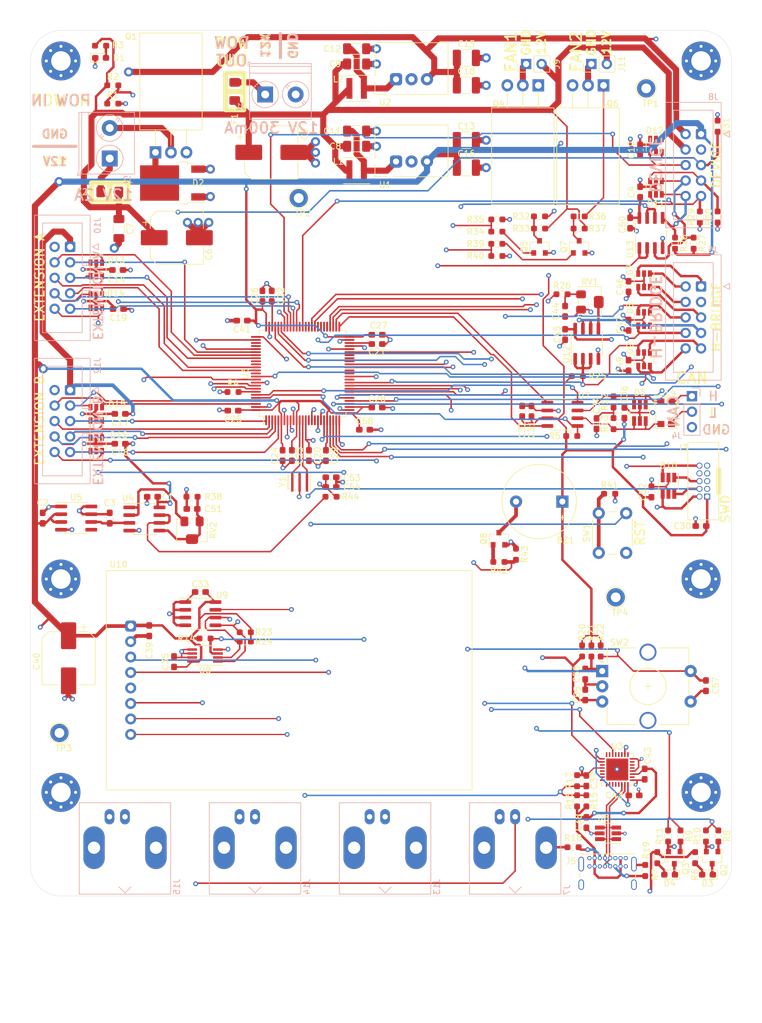
<source format=kicad_pcb>
(kicad_pcb (version 20171130) (host pcbnew "(5.1.10)-1")
  (layers (0 F.Cu signal) (1 In1.Cu signal) (2 In2.Cu signal) (31 B.Cu signal) (34 B.Paste user) (35 F.Paste user) (36 B.SilkS user hide) (37 F.SilkS user) (38 B.Mask user) (39 F.Mask user) (44 Edge.Cuts user))
  (net 0 "")
  (net 1 GND)
  (net 2 "Net-(C11-Pad1)")
  (net 3 "Net-(C12-Pad1)")
  (net 4 +3V3)
  (net 5 +5V)
  (net 6 +12V)
  (net 7 "Net-(D1-Pad2)")
  (net 8 "Net-(F1-Pad2)")
  (net 9 "Net-(F2-Pad2)")
  (net 10 "Net-(Q2-Pad1)")
  (net 11 "Net-(C3-Pad1)")
  (net 12 /MCU/NRST)
  (net 13 "Net-(C21-Pad1)")
  (net 14 "Net-(C22-Pad1)")
  (net 15 "Net-(C34-Pad1)")
  (net 16 VBUS)
  (net 17 "Net-(C42-Pad1)")
  (net 18 "Net-(C44-Pad1)")
  (net 19 "Net-(D2-Pad2)")
  (net 20 "Net-(D3-Pad2)")
  (net 21 "Net-(D3-Pad1)")
  (net 22 "Net-(D4-Pad2)")
  (net 23 "Net-(D4-Pad1)")
  (net 24 "Net-(D5-Pad4)")
  (net 25 "Net-(D5-Pad1)")
  (net 26 /MCU/peripherals/DP)
  (net 27 /MCU/peripherals/DM)
  (net 28 "/H bridge connection/REF_IN")
  (net 29 /MCU/SWDIO)
  (net 30 /MCU/SWDCLK)
  (net 31 /MCU/SWO)
  (net 32 "Net-(J4-Pad2)")
  (net 33 "Net-(J4-Pad1)")
  (net 34 "Net-(J5-PadB5)")
  (net 35 "Net-(J5-PadA5)")
  (net 36 "/Device connenction/THERMISTOR_2")
  (net 37 "/Device connenction/THERMISTOR_1")
  (net 38 "Net-(Q3-Pad1)")
  (net 39 /MCU/BOOT0)
  (net 40 /MCU/CAN_FAULT)
  (net 41 /VREF)
  (net 42 /MCU/CAN_S)
  (net 43 /MCU/FDCAN_TX)
  (net 44 /MCU/FDCAN_RX)
  (net 45 "Net-(U6-Pad13)")
  (net 46 "Net-(U6-Pad12)")
  (net 47 "Net-(BZ1-Pad2)")
  (net 48 /MCU/USB_DET)
  (net 49 "Net-(C51-Pad1)")
  (net 50 /H_Ref_High)
  (net 51 /H_Load_Volt)
  (net 52 /H_Excitation)
  (net 53 /H_Sum)
  (net 54 /H_Thermistor)
  (net 55 /H_Offset)
  (net 56 /H_Voltage)
  (net 57 /H_Current)
  (net 58 /Coil_Fans)
  (net 59 /Mirror_Enc_Z)
  (net 60 /Mirror_Enc_B)
  (net 61 /Mirror_Enc_A)
  (net 62 "Net-(J9-Pad1)")
  (net 63 /EXTA_7)
  (net 64 /EXTA_5)
  (net 65 /EXTA_3)
  (net 66 /EXTA_1)
  (net 67 /EXTA_6)
  (net 68 /EXTA_4)
  (net 69 /EXTA_2)
  (net 70 /EXTA_0)
  (net 71 "Net-(J11-Pad1)")
  (net 72 /EXTB_7)
  (net 73 /EXTB_5)
  (net 74 /EXTB_3)
  (net 75 /EXTB_1)
  (net 76 /EXTB_6)
  (net 77 /EXTB_4)
  (net 78 /EXTB_2)
  (net 79 /EXTB_0)
  (net 80 "Net-(Q4-Pad1)")
  (net 81 "Net-(Q5-Pad3)")
  (net 82 "Net-(Q5-Pad1)")
  (net 83 "Net-(Q6-Pad1)")
  (net 84 "Net-(Q7-Pad3)")
  (net 85 "Net-(Q7-Pad1)")
  (net 86 "Net-(Q8-Pad1)")
  (net 87 /MCU/LED_1)
  (net 88 /MCU/LED_2)
  (net 89 /MCU/TH_ALERT)
  (net 90 /MCU/Knob_B)
  (net 91 /MCU/Knob_A)
  (net 92 /MCU/Knob_S)
  (net 93 /MCU/SDA)
  (net 94 /MCU/SCL)
  (net 95 /FAN_1)
  (net 96 /FAN_2)
  (net 97 "Net-(R41-Pad1)")
  (net 98 /MCU/BUZZ)
  (net 99 "Net-(RV2-Pad3)")
  (net 100 /MCU/LCD_CS)
  (net 101 /MCU/LCD_DC)
  (net 102 /MCU/USB_RX)
  (net 103 /MCU/USB_TX)
  (net 104 /MCU/LCD_CLK)
  (net 105 /Coil_Thermistor_2)
  (net 106 /Coil_Thermistor_1)
  (net 107 /MCU/LCD_DIN)
  (net 108 /MCU/EEP_~WC)
  (net 109 /MCU/LCD_BL)
  (net 110 /MCU/LCD_RST)
  (net 111 "Net-(J2-Pad2)")
  (net 112 /GPIO_A)
  (net 113 /GPIO_B)
  (net 114 "Net-(R44-Pad1)")
  (net 115 "Net-(RV1-Pad2)")
  (module Capacitor_SMD:C_0603_1608Metric_Pad1.08x0.95mm_HandSolder (layer F.Cu) (at 84.8 110.5)
    (fp_text reference C58 (at 0 -1.43) (layer F.SilkS))
    (fp_text value "4.7u 6.3V")
    (pad 2 smd roundrect (at 0.8625 0) (size 1.075 0.95) (layers F.Cu F.Paste F.Mask) (net 1 GND))
    (pad 1 smd roundrect (at -0.8625 0) (size 1.075 0.95) (layers F.Cu F.Paste F.Mask) (net 4 +3V3))
  )
  (module Resistor_SMD:R_0603_1608Metric_Pad0.98x0.95mm_HandSolder (layer F.Cu) (at 79.3 121.5)
    (fp_text reference R44 (at 3.2 0) (layer F.SilkS))
    (fp_text value "47R 1%")
    (pad 2 smd roundrect (at 0.9125 0) (size 0.975 0.95) (layers F.Cu F.Paste F.Mask) (net 41 /VREF))
    (pad 1 smd roundrect (at -0.9125 0) (size 0.975 0.95) (layers F.Cu F.Paste F.Mask) (net 114 "Net-(R44-Pad1)"))
  )
  (module Capacitor_SMD:C_0603_1608Metric_Pad1.08x0.95mm_HandSolder (layer F.Cu) (at 140.8 152.5 90)
    (fp_text reference C57 (at 0.0375 1.6 90) (layer F.SilkS))
    (fp_text value "100n 6.3V")
    (pad 2 smd roundrect (at 0.8625 0 90) (size 1.075 0.95) (layers F.Cu F.Paste F.Mask) (net 92 /MCU/Knob_S))
    (pad 1 smd roundrect (at -0.8625 0 90) (size 1.075 0.95) (layers F.Cu F.Paste F.Mask) (net 1 GND))
  )
  (module Capacitor_SMD:C_0603_1608Metric_Pad1.08x0.95mm_HandSolder (layer F.Cu) (at 121 150.6 90)
    (fp_text reference C56 (at 0 -1.43 90) (layer F.SilkS))
    (fp_text value "100n 6.3V")
    (pad 2 smd roundrect (at 0.8625 0 90) (size 1.075 0.95) (layers F.Cu F.Paste F.Mask) (net 91 /MCU/Knob_A))
    (pad 1 smd roundrect (at -0.8625 0 90) (size 1.075 0.95) (layers F.Cu F.Paste F.Mask) (net 1 GND))
  )
  (module Capacitor_SMD:C_0603_1608Metric_Pad1.08x0.95mm_HandSolder (layer F.Cu) (at 121 154 270)
    (fp_text reference C55 (at 0 1.3 90) (layer F.SilkS))
    (fp_text value "100n 6.3V")
    (pad 2 smd roundrect (at 0.8625 0 270) (size 1.075 0.95) (layers F.Cu F.Paste F.Mask) (net 90 /MCU/Knob_B))
    (pad 1 smd roundrect (at -0.8625 0 270) (size 1.075 0.95) (layers F.Cu F.Paste F.Mask) (net 1 GND))
  )
  (module Capacitor_SMD:C_0603_1608Metric_Pad1.08x0.95mm_HandSolder (layer F.Cu) (at 79.3 119.9)
    (fp_text reference C54 (at 3.4 0) (layer F.SilkS))
    (fp_text value "100n 6.3V")
    (pad 2 smd roundrect (at 0.8625 0) (size 1.075 0.95) (layers F.Cu F.Paste F.Mask) (net 1 GND))
    (pad 1 smd roundrect (at -0.8625 0) (size 1.075 0.95) (layers F.Cu F.Paste F.Mask) (net 41 /VREF))
  )
  (module Capacitor_SMD:C_0603_1608Metric_Pad1.08x0.95mm_HandSolder (layer F.Cu) (at 64.7 92.6 180)
    (fp_text reference C41 (at 0 -1.43) (layer F.SilkS))
    (fp_text value "4.7u 6.3V")
    (pad 2 smd roundrect (at 0.8625 0 180) (size 1.075 0.95) (layers F.Cu F.Paste F.Mask) (net 1 GND))
    (pad 1 smd roundrect (at -0.8625 0 180) (size 1.075 0.95) (layers F.Cu F.Paste F.Mask) (net 4 +3V3))
  )
  (module Capacitor_SMD:C_0603_1608Metric_Pad1.08x0.95mm_HandSolder (layer F.Cu) (at 79.3 118.3)
    (fp_text reference C53 (at 3.4 0.1) (layer F.SilkS))
    (fp_text value "1u 6.3V")
    (pad 2 smd roundrect (at 0.8625 0) (size 1.075 0.95) (layers F.Cu F.Paste F.Mask) (net 1 GND))
    (pad 1 smd roundrect (at -0.8625 0) (size 1.075 0.95) (layers F.Cu F.Paste F.Mask) (net 41 /VREF))
  )
  (module Capacitor_SMD:C_0603_1608Metric_Pad1.08x0.95mm_HandSolder (layer F.Cu) (at 44.7 112.8 180)
    (fp_text reference C48 (at 0 -1.43) (layer F.SilkS))
    (fp_text value "100n 10V")
    (pad 2 smd roundrect (at 0.8625 0 180) (size 1.075 0.95) (layers F.Cu F.Paste F.Mask) (net 1 GND))
    (pad 1 smd roundrect (at -0.8625 0 180) (size 1.075 0.95) (layers F.Cu F.Paste F.Mask) (net 5 +5V))
  )
  (module Capacitor_SMD:C_0603_1608Metric_Pad1.08x0.95mm_HandSolder (layer F.Cu) (at 44.4 90.7 180)
    (fp_text reference C19 (at 0 -1.43) (layer F.SilkS))
    (fp_text value "100n 10V")
    (pad 2 smd roundrect (at 0.8625 0 180) (size 1.075 0.95) (layers F.Cu F.Paste F.Mask) (net 1 GND))
    (pad 1 smd roundrect (at -0.8625 0 180) (size 1.075 0.95) (layers F.Cu F.Paste F.Mask) (net 5 +5V))
  )
  (module Capacitor_SMD:C_0603_1608Metric_Pad1.08x0.95mm_HandSolder (layer F.Cu) (at 44.7 107.9 180)
    (fp_text reference C17 (at 0 -1.43) (layer F.SilkS))
    (fp_text value "100n 10V")
    (pad 2 smd roundrect (at 0.8625 0 180) (size 1.075 0.95) (layers F.Cu F.Paste F.Mask) (net 1 GND))
    (pad 1 smd roundrect (at -0.8625 0 180) (size 1.075 0.95) (layers F.Cu F.Paste F.Mask) (net 5 +5V))
  )
  (module Capacitor_SMD:C_0603_1608Metric_Pad1.08x0.95mm_HandSolder (layer F.Cu) (at 44.3 84.3 180)
    (fp_text reference C14 (at 0.2 -1.5) (layer F.SilkS))
    (fp_text value "100n 10V")
    (pad 2 smd roundrect (at 0.8625 0 180) (size 1.075 0.95) (layers F.Cu F.Paste F.Mask) (net 1 GND))
    (pad 1 smd roundrect (at -0.8625 0 180) (size 1.075 0.95) (layers F.Cu F.Paste F.Mask) (net 5 +5V))
  )
  (module Package_TO_SOT_SMD:SOT-23-6 (layer F.Cu) (at 40.8 112.9 270)
    (fp_text reference D16 (at -1.5 -3.7 180) (layer F.SilkS))
    (fp_text value ESDA6V1BC6)
    (pad 5 smd rect (at 1.1 0 270) (size 1.06 0.65) (layers F.Cu F.Paste F.Mask) (net 1 GND))
    (pad 6 smd rect (at 1.1 -0.95 270) (size 1.06 0.65) (layers F.Cu F.Paste F.Mask) (net 72 /EXTB_7))
    (pad 4 smd rect (at 1.1 0.95 270) (size 1.06 0.65) (layers F.Cu F.Paste F.Mask) (net 76 /EXTB_6))
    (pad 3 smd rect (at -1.1 0.95 270) (size 1.06 0.65) (layers F.Cu F.Paste F.Mask) (net 73 /EXTB_5))
    (pad 2 smd rect (at -1.1 0 270) (size 1.06 0.65) (layers F.Cu F.Paste F.Mask) (net 1 GND))
    (pad 1 smd rect (at -1.1 -0.95 270) (size 1.06 0.65) (layers F.Cu F.Paste F.Mask) (net 77 /EXTB_4))
  )
  (module Package_TO_SOT_SMD:SOT-23-6 (layer F.Cu) (at 40.8 107.9 270)
    (fp_text reference D15 (at -1.6 -3.4 180) (layer F.SilkS))
    (fp_text value ESDA6V1BC6)
    (pad 5 smd rect (at 1.1 0 270) (size 1.06 0.65) (layers F.Cu F.Paste F.Mask) (net 1 GND))
    (pad 6 smd rect (at 1.1 -0.95 270) (size 1.06 0.65) (layers F.Cu F.Paste F.Mask) (net 74 /EXTB_3))
    (pad 4 smd rect (at 1.1 0.95 270) (size 1.06 0.65) (layers F.Cu F.Paste F.Mask) (net 78 /EXTB_2))
    (pad 3 smd rect (at -1.1 0.95 270) (size 1.06 0.65) (layers F.Cu F.Paste F.Mask) (net 79 /EXTB_0))
    (pad 2 smd rect (at -1.1 0 270) (size 1.06 0.65) (layers F.Cu F.Paste F.Mask) (net 1 GND))
    (pad 1 smd rect (at -1.1 -0.95 270) (size 1.06 0.65) (layers F.Cu F.Paste F.Mask) (net 75 /EXTB_1))
  )
  (module Package_TO_SOT_SMD:SOT-23-6 (layer F.Cu) (at 40.8 89.4 270)
    (fp_text reference D14 (at -1.3 -3.2 180) (layer F.SilkS))
    (fp_text value ESDA6V1BC6)
    (pad 5 smd rect (at 1.1 0 270) (size 1.06 0.65) (layers F.Cu F.Paste F.Mask) (net 1 GND))
    (pad 6 smd rect (at 1.1 -0.95 270) (size 1.06 0.65) (layers F.Cu F.Paste F.Mask) (net 63 /EXTA_7))
    (pad 4 smd rect (at 1.1 0.95 270) (size 1.06 0.65) (layers F.Cu F.Paste F.Mask) (net 67 /EXTA_6))
    (pad 3 smd rect (at -1.1 0.95 270) (size 1.06 0.65) (layers F.Cu F.Paste F.Mask) (net 64 /EXTA_5))
    (pad 2 smd rect (at -1.1 0 270) (size 1.06 0.65) (layers F.Cu F.Paste F.Mask) (net 1 GND))
    (pad 1 smd rect (at -1.1 -0.95 270) (size 1.06 0.65) (layers F.Cu F.Paste F.Mask) (net 68 /EXTA_4))
  )
  (module Package_TO_SOT_SMD:SOT-23-6 (layer F.Cu) (at 40.8 84.2 270)
    (fp_text reference D13 (at -1.5 -3.3 180) (layer F.SilkS))
    (fp_text value ESDA6V1BC6)
    (pad 5 smd rect (at 1.1 0 270) (size 1.06 0.65) (layers F.Cu F.Paste F.Mask) (net 1 GND))
    (pad 6 smd rect (at 1.1 -0.95 270) (size 1.06 0.65) (layers F.Cu F.Paste F.Mask) (net 65 /EXTA_3))
    (pad 4 smd rect (at 1.1 0.95 270) (size 1.06 0.65) (layers F.Cu F.Paste F.Mask) (net 69 /EXTA_2))
    (pad 3 smd rect (at -1.1 0.95 270) (size 1.06 0.65) (layers F.Cu F.Paste F.Mask) (net 70 /EXTA_0))
    (pad 2 smd rect (at -1.1 0 270) (size 1.06 0.65) (layers F.Cu F.Paste F.Mask) (net 1 GND))
    (pad 1 smd rect (at -1.1 -0.95 270) (size 1.06 0.65) (layers F.Cu F.Paste F.Mask) (net 66 /EXTA_1))
  )
  (module Connector_IDC:IDC-Header_2x05_P2.54mm_Vertical (layer B.Cu) (at 36.5 104 180)
    (fp_text reference J12 (at -4.5 4 90) (layer B.SilkS) (effects (justify mirror)))
    (fp_text value IDC10)
    (pad 10 thru_hole circle (at 2.54 -10.16 180) (size 1.7 1.7) (drill 1) (layers *.Cu *.Mask) (net 72 /EXTB_7))
    (pad 8 thru_hole circle (at 2.54 -7.62 180) (size 1.7 1.7) (drill 1) (layers *.Cu *.Mask) (net 73 /EXTB_5))
    (pad 6 thru_hole circle (at 2.54 -5.08 180) (size 1.7 1.7) (drill 1) (layers *.Cu *.Mask) (net 74 /EXTB_3))
    (pad 4 thru_hole circle (at 2.54 -2.54 180) (size 1.7 1.7) (drill 1) (layers *.Cu *.Mask) (net 75 /EXTB_1))
    (pad 2 thru_hole circle (at 2.54 0 180) (size 1.7 1.7) (drill 1) (layers *.Cu *.Mask) (net 1 GND))
    (pad 9 thru_hole circle (at 0 -10.16 180) (size 1.7 1.7) (drill 1) (layers *.Cu *.Mask) (net 76 /EXTB_6))
    (pad 7 thru_hole circle (at 0 -7.62 180) (size 1.7 1.7) (drill 1) (layers *.Cu *.Mask) (net 77 /EXTB_4))
    (pad 5 thru_hole circle (at 0 -5.08 180) (size 1.7 1.7) (drill 1) (layers *.Cu *.Mask) (net 78 /EXTB_2))
    (pad 3 thru_hole circle (at 0 -2.54 180) (size 1.7 1.7) (drill 1) (layers *.Cu *.Mask) (net 79 /EXTB_0))
    (pad 1 thru_hole roundrect (at 0 0 180) (size 1.7 1.7) (drill 1) (layers *.Cu *.Mask) (roundrect_rratio 0.1470588235294118) (net 5 +5V))
  )
  (module Package_TO_SOT_SMD:SOT-23-6 (layer F.Cu) (at 132.6 63.9 270)
    (fp_text reference D12 (at -2.5 0.2 180) (layer F.SilkS))
    (fp_text value ESDA6V1BC6)
    (pad 5 smd rect (at 1.1 0 270) (size 1.06 0.65) (layers F.Cu F.Paste F.Mask) (net 1 GND))
    (pad 6 smd rect (at 1.1 -0.95 270) (size 1.06 0.65) (layers F.Cu F.Paste F.Mask) (net 61 /Mirror_Enc_A))
    (pad 4 smd rect (at 1.1 0.95 270) (size 1.06 0.65) (layers F.Cu F.Paste F.Mask) (net 58 /Coil_Fans))
    (pad 3 smd rect (at -1.1 0.95 270) (size 1.06 0.65) (layers F.Cu F.Paste F.Mask))
    (pad 2 smd rect (at -1.1 0 270) (size 1.06 0.65) (layers F.Cu F.Paste F.Mask) (net 1 GND))
    (pad 1 smd rect (at -1.1 -0.95 270) (size 1.06 0.65) (layers F.Cu F.Paste F.Mask))
  )
  (module Package_TO_SOT_SMD:SOT-23-6 (layer F.Cu) (at 132.6 70.8 270)
    (fp_text reference D11 (at 2.6 0 180) (layer F.SilkS))
    (fp_text value ESDA6V1BC6)
    (pad 5 smd rect (at 1.1 0 270) (size 1.06 0.65) (layers F.Cu F.Paste F.Mask) (net 1 GND))
    (pad 6 smd rect (at 1.1 -0.95 270) (size 1.06 0.65) (layers F.Cu F.Paste F.Mask) (net 36 "/Device connenction/THERMISTOR_2"))
    (pad 4 smd rect (at 1.1 0.95 270) (size 1.06 0.65) (layers F.Cu F.Paste F.Mask) (net 59 /Mirror_Enc_Z))
    (pad 3 smd rect (at -1.1 0.95 270) (size 1.06 0.65) (layers F.Cu F.Paste F.Mask) (net 60 /Mirror_Enc_B))
    (pad 2 smd rect (at -1.1 0 270) (size 1.06 0.65) (layers F.Cu F.Paste F.Mask) (net 1 GND))
    (pad 1 smd rect (at -1.1 -0.95 270) (size 1.06 0.65) (layers F.Cu F.Paste F.Mask) (net 37 "/Device connenction/THERMISTOR_1"))
  )
  (module Capacitor_SMD:C_0603_1608Metric_Pad1.08x0.95mm_HandSolder (layer F.Cu) (at 130 64.6 90)
    (fp_text reference C10 (at 0 -1.43 90) (layer F.SilkS))
    (fp_text value "100n 10V")
    (pad 2 smd roundrect (at 0.8625 0 90) (size 1.075 0.95) (layers F.Cu F.Paste F.Mask) (net 1 GND))
    (pad 1 smd roundrect (at -0.8625 0 90) (size 1.075 0.95) (layers F.Cu F.Paste F.Mask) (net 5 +5V))
  )
  (module Capacitor_SMD:C_0603_1608Metric_Pad1.08x0.95mm_HandSolder (layer F.Cu) (at 130 71.5 90)
    (fp_text reference C4 (at 0 -1.43 90) (layer F.SilkS))
    (fp_text value "100n 10V")
    (pad 2 smd roundrect (at 0.8625 0 90) (size 1.075 0.95) (layers F.Cu F.Paste F.Mask) (net 1 GND))
    (pad 1 smd roundrect (at -0.8625 0 90) (size 1.075 0.95) (layers F.Cu F.Paste F.Mask) (net 5 +5V))
  )
  (module 1-1634613-0:1-1634613-0 (layer B.Cu) (at 45.5 174)
    (fp_text reference J15 (at 8.5 11.5 90) (layer B.SilkS) (effects (justify mirror)))
    (fp_text value Conn_Coaxial)
    (pad 2 thru_hole oval (at -2.54 0) (size 1.6 2.5) (drill 0.89) (layers *.Cu *.Mask) (net 1 GND))
    (pad 1 thru_hole oval (at 0 0) (size 1.6 2.5) (drill 0.89) (layers *.Cu *.Mask) (net 113 /GPIO_B))
    (pad 2 thru_hole oval (at 5.08 5.08) (size 3.5 7) (drill 2.01) (layers *.Cu *.Mask) (net 1 GND))
    (pad 2 thru_hole oval (at -5.08 5.08) (size 3.5 7) (drill 2.01) (layers *.Cu *.Mask) (net 1 GND))
  )
  (module 1-1634613-0:1-1634613-0 (layer B.Cu) (at 66.833333 174)
    (fp_text reference J14 (at 8.5 11.5 90) (layer B.SilkS) (effects (justify mirror)))
    (fp_text value Conn_Coaxial)
    (pad 2 thru_hole oval (at -2.54 0) (size 1.6 2.5) (drill 0.89) (layers *.Cu *.Mask) (net 1 GND))
    (pad 1 thru_hole oval (at 0 0) (size 1.6 2.5) (drill 0.89) (layers *.Cu *.Mask) (net 112 /GPIO_A))
    (pad 2 thru_hole oval (at 5.08 5.08) (size 3.5 7) (drill 2.01) (layers *.Cu *.Mask) (net 1 GND))
    (pad 2 thru_hole oval (at -5.08 5.08) (size 3.5 7) (drill 2.01) (layers *.Cu *.Mask) (net 1 GND))
  )
  (module 1-1634613-0:1-1634613-0 (layer B.Cu) (at 88.166666 174)
    (fp_text reference J13 (at 8.5 11.5 90) (layer B.SilkS) (effects (justify mirror)))
    (fp_text value Conn_Coaxial)
    (pad 2 thru_hole oval (at -2.54 0) (size 1.6 2.5) (drill 0.89) (layers *.Cu *.Mask) (net 1 GND))
    (pad 1 thru_hole oval (at 0 0) (size 1.6 2.5) (drill 0.89) (layers *.Cu *.Mask) (net 60 /Mirror_Enc_B))
    (pad 2 thru_hole oval (at 5.08 5.08) (size 3.5 7) (drill 2.01) (layers *.Cu *.Mask) (net 1 GND))
    (pad 2 thru_hole oval (at -5.08 5.08) (size 3.5 7) (drill 2.01) (layers *.Cu *.Mask) (net 1 GND))
  )
  (module 1-1634613-0:1-1634613-0 (layer B.Cu) (at 109.5 174)
    (fp_text reference J7 (at 8.5 12 90) (layer B.SilkS) (effects (justify mirror)))
    (fp_text value Conn_Coaxial)
    (pad 2 thru_hole oval (at -2.54 0) (size 1.6 2.5) (drill 0.89) (layers *.Cu *.Mask) (net 1 GND))
    (pad 1 thru_hole oval (at 0 0) (size 1.6 2.5) (drill 0.89) (layers *.Cu *.Mask) (net 61 /Mirror_Enc_A))
    (pad 2 thru_hole oval (at 5.08 5.08) (size 3.5 7) (drill 2.01) (layers *.Cu *.Mask) (net 1 GND))
    (pad 2 thru_hole oval (at -5.08 5.08) (size 3.5 7) (drill 2.01) (layers *.Cu *.Mask) (net 1 GND))
  )
  (module Package_DFN_QFN:QFN-32-1EP_5x5mm_P0.5mm_EP3.6x3.6mm (layer F.Cu) (at 126.25 166.25)
    (fp_text reference U3 (at 0 -3.8) (layer F.SilkS))
    (fp_text value FT232RQ)
    (pad 33 smd rect (at 0 0) (size 3.6 3.6) (layers F.Cu F.Mask))
    (pad 32 smd roundrect (at -1.75 -2.45) (size 0.25 0.8) (layers F.Cu F.Paste F.Mask))
    (pad 31 smd roundrect (at -1.25 -2.45) (size 0.25 0.8) (layers F.Cu F.Paste F.Mask))
    (pad 30 smd roundrect (at -0.75 -2.45) (size 0.25 0.8) (layers F.Cu F.Paste F.Mask) (net 103 /MCU/USB_TX))
    (pad 29 smd roundrect (at -0.25 -2.45) (size 0.25 0.8) (layers F.Cu F.Paste F.Mask))
    (pad 28 smd roundrect (at 0.25 -2.45) (size 0.25 0.8) (layers F.Cu F.Paste F.Mask))
    (pad 27 smd roundrect (at 0.75 -2.45) (size 0.25 0.8) (layers F.Cu F.Paste F.Mask))
    (pad 26 smd roundrect (at 1.25 -2.45) (size 0.25 0.8) (layers F.Cu F.Paste F.Mask) (net 1 GND))
    (pad 25 smd roundrect (at 1.75 -2.45) (size 0.25 0.8) (layers F.Cu F.Paste F.Mask))
    (pad 24 smd roundrect (at 2.45 -1.75) (size 0.8 0.25) (layers F.Cu F.Paste F.Mask) (net 1 GND))
    (pad 23 smd roundrect (at 2.45 -1.25) (size 0.8 0.25) (layers F.Cu F.Paste F.Mask))
    (pad 22 smd roundrect (at 2.45 -0.75) (size 0.8 0.25) (layers F.Cu F.Paste F.Mask))
    (pad 21 smd roundrect (at 2.45 -0.25) (size 0.8 0.25) (layers F.Cu F.Paste F.Mask))
    (pad 20 smd roundrect (at 2.45 0.25) (size 0.8 0.25) (layers F.Cu F.Paste F.Mask) (net 1 GND))
    (pad 19 smd roundrect (at 2.45 0.75) (size 0.8 0.25) (layers F.Cu F.Paste F.Mask) (net 16 VBUS))
    (pad 18 smd roundrect (at 2.45 1.25) (size 0.8 0.25) (layers F.Cu F.Paste F.Mask))
    (pad 17 smd roundrect (at 2.45 1.75) (size 0.8 0.25) (layers F.Cu F.Paste F.Mask) (net 1 GND))
    (pad 16 smd roundrect (at 1.75 2.45) (size 0.25 0.8) (layers F.Cu F.Paste F.Mask) (net 17 "Net-(C42-Pad1)"))
    (pad 15 smd roundrect (at 1.25 2.45) (size 0.25 0.8) (layers F.Cu F.Paste F.Mask) (net 27 /MCU/peripherals/DM))
    (pad 14 smd roundrect (at 0.75 2.45) (size 0.25 0.8) (layers F.Cu F.Paste F.Mask) (net 26 /MCU/peripherals/DP))
    (pad 13 smd roundrect (at 0.25 2.45) (size 0.25 0.8) (layers F.Cu F.Paste F.Mask))
    (pad 12 smd roundrect (at -0.25 2.45) (size 0.25 0.8) (layers F.Cu F.Paste F.Mask))
    (pad 11 smd roundrect (at -0.75 2.45) (size 0.25 0.8) (layers F.Cu F.Paste F.Mask))
    (pad 10 smd roundrect (at -1.25 2.45) (size 0.25 0.8) (layers F.Cu F.Paste F.Mask))
    (pad 9 smd roundrect (at -1.75 2.45) (size 0.25 0.8) (layers F.Cu F.Paste F.Mask))
    (pad 8 smd roundrect (at -2.45 1.75) (size 0.8 0.25) (layers F.Cu F.Paste F.Mask))
    (pad 7 smd roundrect (at -2.45 1.25) (size 0.8 0.25) (layers F.Cu F.Paste F.Mask))
    (pad 6 smd roundrect (at -2.45 0.75) (size 0.8 0.25) (layers F.Cu F.Paste F.Mask))
    (pad 5 smd roundrect (at -2.45 0.25) (size 0.8 0.25) (layers F.Cu F.Paste F.Mask))
    (pad 4 smd roundrect (at -2.45 -0.25) (size 0.8 0.25) (layers F.Cu F.Paste F.Mask) (net 1 GND))
    (pad 3 smd roundrect (at -2.45 -0.75) (size 0.8 0.25) (layers F.Cu F.Paste F.Mask))
    (pad 2 smd roundrect (at -2.45 -1.25) (size 0.8 0.25) (layers F.Cu F.Paste F.Mask) (net 102 /MCU/USB_RX))
    (pad 1 smd roundrect (at -2.45 -1.75) (size 0.8 0.25) (layers F.Cu F.Paste F.Mask) (net 17 "Net-(C42-Pad1)"))
  )
  (module Capacitor_SMD:CP_Elec_8x10.5 (layer F.Cu) (at 36.25 148 270)
    (fp_text reference C40 (at 0.5 5.25 90) (layer F.SilkS))
    (fp_text value "180u 50V")
    (pad 2 smd roundrect (at 3.7 0 270) (size 4.4 2.5) (layers F.Cu F.Paste F.Mask) (roundrect_rratio 0.1) (net 1 GND))
    (pad 1 smd roundrect (at -3.7 0 270) (size 4.4 2.5) (layers F.Cu F.Paste F.Mask) (roundrect_rratio 0.1) (net 4 +3V3))
  )
  (module Connector_PinHeader_2.54mm:PinHeader_1x03_P2.54mm_Vertical (layer B.Cu) (at 138.5 105 180)
    (fp_text reference J4 (at 2.5 -6.5) (layer B.SilkS) (effects (justify mirror)))
    (fp_text value CAN)
    (pad 3 thru_hole oval (at 0 -5.08 180) (size 1.7 1.7) (drill 1) (layers *.Cu *.Mask) (net 1 GND))
    (pad 2 thru_hole oval (at 0 -2.54 180) (size 1.7 1.7) (drill 1) (layers *.Cu *.Mask) (net 32 "Net-(J4-Pad2)"))
    (pad 1 thru_hole rect (at 0 0 180) (size 1.7 1.7) (drill 1) (layers *.Cu *.Mask) (net 33 "Net-(J4-Pad1)"))
  )
  (module GCT_USB4085:USB_C_Receptacle_GCT_USB4085 (layer F.Cu) (at 121.69 180.786)
    (fp_text reference J5 (at -3.048 0.508) (layer F.SilkS))
    (fp_text value "GCT USB4085")
    (pad S1 thru_hole oval (at 7.3 4.36) (size 0.9 1.7) (drill oval 0.6 1.4) (layers *.Cu *.Mask) (net 1 GND))
    (pad S1 thru_hole oval (at -1.35 4.36) (size 0.9 1.7) (drill oval 0.6 1.4) (layers *.Cu *.Mask) (net 1 GND))
    (pad S1 thru_hole oval (at 7.3 0.98) (size 0.9 2.4) (drill oval 0.6 2.1) (layers *.Cu *.Mask) (net 1 GND))
    (pad S1 thru_hole oval (at -1.35 0.98) (size 0.9 2.4) (drill oval 0.6 2.1) (layers *.Cu *.Mask) (net 1 GND))
    (pad B6 thru_hole circle (at 3.4 1.35) (size 0.7 0.7) (drill 0.4) (layers *.Cu *.Mask) (net 26 /MCU/peripherals/DP))
    (pad B1 thru_hole circle (at 5.95 1.35) (size 0.7 0.7) (drill 0.4) (layers *.Cu *.Mask) (net 1 GND))
    (pad B4 thru_hole circle (at 5.1 1.35) (size 0.7 0.7) (drill 0.4) (layers *.Cu *.Mask) (net 16 VBUS))
    (pad B5 thru_hole circle (at 4.25 1.35) (size 0.7 0.7) (drill 0.4) (layers *.Cu *.Mask) (net 34 "Net-(J5-PadB5)"))
    (pad B12 thru_hole circle (at 0 1.35) (size 0.7 0.7) (drill 0.4) (layers *.Cu *.Mask) (net 1 GND))
    (pad B8 thru_hole circle (at 1.7 1.35) (size 0.7 0.7) (drill 0.4) (layers *.Cu *.Mask))
    (pad B7 thru_hole circle (at 2.55 1.35) (size 0.7 0.7) (drill 0.4) (layers *.Cu *.Mask) (net 27 /MCU/peripherals/DM))
    (pad B9 thru_hole circle (at 0.85 1.35) (size 0.7 0.7) (drill 0.4) (layers *.Cu *.Mask) (net 16 VBUS))
    (pad A12 thru_hole circle (at 5.95 0) (size 0.7 0.7) (drill 0.4) (layers *.Cu *.Mask) (net 1 GND))
    (pad A9 thru_hole circle (at 5.1 0) (size 0.7 0.7) (drill 0.4) (layers *.Cu *.Mask) (net 16 VBUS))
    (pad A8 thru_hole circle (at 4.25 0) (size 0.7 0.7) (drill 0.4) (layers *.Cu *.Mask))
    (pad A7 thru_hole circle (at 3.4 0) (size 0.7 0.7) (drill 0.4) (layers *.Cu *.Mask) (net 27 /MCU/peripherals/DM))
    (pad A6 thru_hole circle (at 2.55 0) (size 0.7 0.7) (drill 0.4) (layers *.Cu *.Mask) (net 26 /MCU/peripherals/DP))
    (pad A5 thru_hole circle (at 1.7 0) (size 0.7 0.7) (drill 0.4) (layers *.Cu *.Mask) (net 35 "Net-(J5-PadA5)"))
    (pad A4 thru_hole circle (at 0.85 0) (size 0.7 0.7) (drill 0.4) (layers *.Cu *.Mask) (net 16 VBUS))
    (pad A1 thru_hole circle (at 0 0) (size 0.7 0.7) (drill 0.4) (layers *.Cu *.Mask) (net 1 GND))
  )
  (module MountingHole:MountingHole_3.2mm_M3_Pad_Via (layer F.Cu) (at 35 50)
    (fp_text reference H6 hide)
    (fp_text value Hole)
    (pad 1 thru_hole circle (at 1.697056 -1.697056) (size 0.8 0.8) (drill 0.5) (layers *.Cu *.Mask))
    (pad 1 thru_hole circle (at 0 -2.4) (size 0.8 0.8) (drill 0.5) (layers *.Cu *.Mask))
    (pad 1 thru_hole circle (at -1.697056 -1.697056) (size 0.8 0.8) (drill 0.5) (layers *.Cu *.Mask))
    (pad 1 thru_hole circle (at -2.4 0) (size 0.8 0.8) (drill 0.5) (layers *.Cu *.Mask))
    (pad 1 thru_hole circle (at -1.697056 1.697056) (size 0.8 0.8) (drill 0.5) (layers *.Cu *.Mask))
    (pad 1 thru_hole circle (at 0 2.4) (size 0.8 0.8) (drill 0.5) (layers *.Cu *.Mask))
    (pad 1 thru_hole circle (at 1.697056 1.697056) (size 0.8 0.8) (drill 0.5) (layers *.Cu *.Mask))
    (pad 1 thru_hole circle (at 2.4 0) (size 0.8 0.8) (drill 0.5) (layers *.Cu *.Mask))
    (pad 1 thru_hole circle (at 0 0) (size 6.4 6.4) (drill 3.2) (layers *.Cu *.Mask))
  )
  (module MountingHole:MountingHole_3.2mm_M3_Pad_Via (layer F.Cu) (at 140 50)
    (fp_text reference H5 hide)
    (fp_text value Hole)
    (pad 1 thru_hole circle (at 1.697056 -1.697056) (size 0.8 0.8) (drill 0.5) (layers *.Cu *.Mask))
    (pad 1 thru_hole circle (at 0 -2.4) (size 0.8 0.8) (drill 0.5) (layers *.Cu *.Mask))
    (pad 1 thru_hole circle (at -1.697056 -1.697056) (size 0.8 0.8) (drill 0.5) (layers *.Cu *.Mask))
    (pad 1 thru_hole circle (at -2.4 0) (size 0.8 0.8) (drill 0.5) (layers *.Cu *.Mask))
    (pad 1 thru_hole circle (at -1.697056 1.697056) (size 0.8 0.8) (drill 0.5) (layers *.Cu *.Mask))
    (pad 1 thru_hole circle (at 0 2.4) (size 0.8 0.8) (drill 0.5) (layers *.Cu *.Mask))
    (pad 1 thru_hole circle (at 1.697056 1.697056) (size 0.8 0.8) (drill 0.5) (layers *.Cu *.Mask))
    (pad 1 thru_hole circle (at 2.4 0) (size 0.8 0.8) (drill 0.5) (layers *.Cu *.Mask))
    (pad 1 thru_hole circle (at 0 0) (size 6.4 6.4) (drill 3.2) (layers *.Cu *.Mask))
  )
  (module TestPoint:TestPoint_Loop_D2.60mm_Drill1.6mm_Beaded (layer F.Cu) (at 126 138)
    (fp_text reference TP4 (at 0.7 2.5) (layer F.SilkS))
    (fp_text value GND)
    (pad 1 thru_hole circle (at 0 0) (size 3 3) (drill 1.6) (layers *.Cu *.Mask) (net 1 GND))
  )
  (module TestPoint:TestPoint_Loop_D2.60mm_Drill1.6mm_Beaded (layer F.Cu) (at 34.75 160.25)
    (fp_text reference TP3 (at 0.7 2.5) (layer F.SilkS))
    (fp_text value GND)
    (pad 1 thru_hole circle (at 0 0) (size 3 3) (drill 1.6) (layers *.Cu *.Mask) (net 1 GND))
  )
  (module TestPoint:TestPoint_Loop_D2.60mm_Drill1.6mm_Beaded (layer F.Cu) (at 74 72.5)
    (fp_text reference TP2 (at 0.7 2.5) (layer F.SilkS))
    (fp_text value GND)
    (pad 1 thru_hole circle (at 0 0) (size 3 3) (drill 1.6) (layers *.Cu *.Mask) (net 1 GND))
  )
  (module TestPoint:TestPoint_Loop_D2.60mm_Drill1.6mm_Beaded (layer F.Cu) (at 131 54.5)
    (fp_text reference TP1 (at 0.7 2.5) (layer F.SilkS))
    (fp_text value GND)
    (pad 1 thru_hole circle (at 0 0) (size 3 3) (drill 1.6) (layers *.Cu *.Mask) (net 1 GND))
  )
  (module Bourns_3214W:Bourns_3214W (layer F.Cu) (at 56.5 127)
    (fp_text reference RV2 (at 3.5 0 90) (layer F.SilkS))
    (fp_text value 10k)
    (pad 3 smd roundrect (at -1.25 -1.45) (size 1.3 1.6) (layers F.Cu F.Paste F.Mask) (net 99 "Net-(RV2-Pad3)"))
    (pad 2 smd roundrect (at 0 1.45) (size 2 1.6) (layers F.Cu F.Paste F.Mask) (net 49 "Net-(C51-Pad1)"))
    (pad 1 smd roundrect (at 1.25 -1.45) (size 1.3 1.6) (layers F.Cu F.Paste F.Mask) (net 49 "Net-(C51-Pad1)"))
  )
  (module Resistor_SMD:R_0603_1608Metric_Pad0.98x0.95mm_HandSolder (layer F.Cu) (at 109.63 130.926 270)
    (fp_text reference R43 (at 0 -1.43 90) (layer F.SilkS))
    (fp_text value "47k 5%")
    (pad 2 smd roundrect (at 0.9125 0 270) (size 0.975 0.95) (layers F.Cu F.Paste F.Mask) (net 98 /MCU/BUZZ))
    (pad 1 smd roundrect (at -0.9125 0 270) (size 0.975 0.95) (layers F.Cu F.Paste F.Mask) (net 1 GND))
  )
  (module Resistor_SMD:R_0603_1608Metric_Pad0.98x0.95mm_HandSolder (layer F.Cu) (at 106.836 132.196 180)
    (fp_text reference R42 (at 0 -1.43) (layer F.SilkS))
    (fp_text value "1k 5%")
    (pad 2 smd roundrect (at 0.9125 0 180) (size 0.975 0.95) (layers F.Cu F.Paste F.Mask) (net 86 "Net-(Q8-Pad1)"))
    (pad 1 smd roundrect (at -0.9125 0 180) (size 0.975 0.95) (layers F.Cu F.Paste F.Mask) (net 98 /MCU/BUZZ))
  )
  (module Resistor_SMD:R_0603_1608Metric_Pad0.98x0.95mm_HandSolder (layer F.Cu) (at 125 121)
    (fp_text reference R41 (at 0 -1.43) (layer F.SilkS))
    (fp_text value "1k 5%")
    (pad 2 smd roundrect (at 0.9125 0) (size 0.975 0.95) (layers F.Cu F.Paste F.Mask) (net 1 GND))
    (pad 1 smd roundrect (at -0.9125 0) (size 0.975 0.95) (layers F.Cu F.Paste F.Mask) (net 97 "Net-(R41-Pad1)"))
  )
  (module Resistor_SMD:R_0603_1608Metric_Pad0.98x0.95mm_HandSolder (layer F.Cu) (at 106.5 82 180)
    (fp_text reference R40 (at 3.5 0) (layer F.SilkS))
    (fp_text value "47k 5%")
    (pad 2 smd roundrect (at 0.9125 0 180) (size 0.975 0.95) (layers F.Cu F.Paste F.Mask) (net 96 /FAN_2))
    (pad 1 smd roundrect (at -0.9125 0 180) (size 0.975 0.95) (layers F.Cu F.Paste F.Mask) (net 1 GND))
  )
  (module Resistor_SMD:R_0603_1608Metric_Pad0.98x0.95mm_HandSolder (layer F.Cu) (at 106.5 80)
    (fp_text reference R39 (at -3.5 0) (layer F.SilkS))
    (fp_text value "1k 5%")
    (pad 2 smd roundrect (at 0.9125 0) (size 0.975 0.95) (layers F.Cu F.Paste F.Mask) (net 85 "Net-(Q7-Pad1)"))
    (pad 1 smd roundrect (at -0.9125 0) (size 0.975 0.95) (layers F.Cu F.Paste F.Mask) (net 96 /FAN_2))
  )
  (module Resistor_SMD:R_0603_1608Metric_Pad0.98x0.95mm_HandSolder (layer F.Cu) (at 56.5 121.5)
    (fp_text reference R38 (at 3.5 0) (layer F.SilkS))
    (fp_text value "100k 1%")
    (pad 2 smd roundrect (at 0.9125 0) (size 0.975 0.95) (layers F.Cu F.Paste F.Mask) (net 49 "Net-(C51-Pad1)"))
    (pad 1 smd roundrect (at -0.9125 0) (size 0.975 0.95) (layers F.Cu F.Paste F.Mask) (net 1 GND))
  )
  (module Resistor_SMD:R_0603_1608Metric_Pad0.98x0.95mm_HandSolder (layer F.Cu) (at 120 77.5)
    (fp_text reference R37 (at 3 0) (layer F.SilkS))
    (fp_text value "47k 5%")
    (pad 2 smd roundrect (at 0.9125 0) (size 0.975 0.95) (layers F.Cu F.Paste F.Mask) (net 6 +12V))
    (pad 1 smd roundrect (at -0.9125 0) (size 0.975 0.95) (layers F.Cu F.Paste F.Mask) (net 84 "Net-(Q7-Pad3)"))
  )
  (module Resistor_SMD:R_0603_1608Metric_Pad0.98x0.95mm_HandSolder (layer F.Cu) (at 120 75.5)
    (fp_text reference R36 (at 3 0) (layer F.SilkS))
    (fp_text value "1k 5%")
    (pad 2 smd roundrect (at 0.9125 0) (size 0.975 0.95) (layers F.Cu F.Paste F.Mask) (net 83 "Net-(Q6-Pad1)"))
    (pad 1 smd roundrect (at -0.9125 0) (size 0.975 0.95) (layers F.Cu F.Paste F.Mask) (net 84 "Net-(Q7-Pad3)"))
  )
  (module Resistor_SMD:R_0603_1608Metric_Pad0.98x0.95mm_HandSolder (layer F.Cu) (at 106.5 76 180)
    (fp_text reference R35 (at 3.5 0) (layer F.SilkS))
    (fp_text value "47k 5%")
    (pad 2 smd roundrect (at 0.9125 0 180) (size 0.975 0.95) (layers F.Cu F.Paste F.Mask) (net 95 /FAN_1))
    (pad 1 smd roundrect (at -0.9125 0 180) (size 0.975 0.95) (layers F.Cu F.Paste F.Mask) (net 1 GND))
  )
  (module Resistor_SMD:R_0603_1608Metric_Pad0.98x0.95mm_HandSolder (layer F.Cu) (at 106.5 78)
    (fp_text reference R34 (at -3.5 0) (layer F.SilkS))
    (fp_text value "1k 5%")
    (pad 2 smd roundrect (at 0.9125 0) (size 0.975 0.95) (layers F.Cu F.Paste F.Mask) (net 82 "Net-(Q5-Pad1)"))
    (pad 1 smd roundrect (at -0.9125 0) (size 0.975 0.95) (layers F.Cu F.Paste F.Mask) (net 95 /FAN_1))
  )
  (module Resistor_SMD:R_0603_1608Metric_Pad0.98x0.95mm_HandSolder (layer F.Cu) (at 113.5 77.5)
    (fp_text reference R33 (at -3 0) (layer F.SilkS))
    (fp_text value "47k 5%")
    (pad 2 smd roundrect (at 0.9125 0) (size 0.975 0.95) (layers F.Cu F.Paste F.Mask) (net 6 +12V))
    (pad 1 smd roundrect (at -0.9125 0) (size 0.975 0.95) (layers F.Cu F.Paste F.Mask) (net 81 "Net-(Q5-Pad3)"))
  )
  (module Resistor_SMD:R_0603_1608Metric_Pad0.98x0.95mm_HandSolder (layer F.Cu) (at 113.5 75.5)
    (fp_text reference R32 (at -3 0) (layer F.SilkS))
    (fp_text value "1k 5%")
    (pad 2 smd roundrect (at 0.9125 0) (size 0.975 0.95) (layers F.Cu F.Paste F.Mask) (net 80 "Net-(Q4-Pad1)"))
    (pad 1 smd roundrect (at -0.9125 0) (size 0.975 0.95) (layers F.Cu F.Paste F.Mask) (net 81 "Net-(Q5-Pad3)"))
  )
  (module Package_TO_SOT_SMD:SOT-23 (layer F.Cu) (at 106.836 128.386 90)
    (fp_text reference Q8 (at 0 -2.5 90) (layer F.SilkS))
    (fp_text value 2N7002)
    (pad 3 smd rect (at 1 0 90) (size 0.9 0.8) (layers F.Cu F.Paste F.Mask) (net 47 "Net-(BZ1-Pad2)"))
    (pad 2 smd rect (at -1 0.95 90) (size 0.9 0.8) (layers F.Cu F.Paste F.Mask) (net 1 GND))
    (pad 1 smd rect (at -1 -0.95 90) (size 0.9 0.8) (layers F.Cu F.Paste F.Mask) (net 86 "Net-(Q8-Pad1)"))
  )
  (module Package_TO_SOT_SMD:SOT-23 (layer F.Cu) (at 120 80.5 90)
    (fp_text reference Q7 (at 0 -2.5 90) (layer F.SilkS))
    (fp_text value 2N7002)
    (pad 3 smd rect (at 1 0 90) (size 0.9 0.8) (layers F.Cu F.Paste F.Mask) (net 84 "Net-(Q7-Pad3)"))
    (pad 2 smd rect (at -1 0.95 90) (size 0.9 0.8) (layers F.Cu F.Paste F.Mask) (net 1 GND))
    (pad 1 smd rect (at -1 -0.95 90) (size 0.9 0.8) (layers F.Cu F.Paste F.Mask) (net 85 "Net-(Q7-Pad1)"))
  )
  (module Package_TO_SOT_THT:TO-220-3_Horizontal_TabDown (layer F.Cu) (at 124 54 180)
    (fp_text reference Q6 (at -1.5 -3) (layer F.SilkS))
    (fp_text value IRF740)
    (pad 3 thru_hole oval (at 5.08 0 180) (size 1.905 2) (drill 1.1) (layers *.Cu *.Mask) (net 1 GND))
    (pad 2 thru_hole oval (at 2.54 0 180) (size 1.905 2) (drill 1.1) (layers *.Cu *.Mask) (net 71 "Net-(J11-Pad1)"))
    (pad 1 thru_hole rect (at 0 0 180) (size 1.905 2) (drill 1.1) (layers *.Cu *.Mask) (net 83 "Net-(Q6-Pad1)"))
    (pad "" np_thru_hole oval (at 2.54 -16.66 180) (size 3.5 3.5) (drill 3.5) (layers *.Cu *.Mask))
  )
  (module Package_TO_SOT_SMD:SOT-23 (layer F.Cu) (at 113.5 80.5 90)
    (fp_text reference Q5 (at 0 -2.5 90) (layer F.SilkS))
    (fp_text value 2N7002)
    (pad 3 smd rect (at 1 0 90) (size 0.9 0.8) (layers F.Cu F.Paste F.Mask) (net 81 "Net-(Q5-Pad3)"))
    (pad 2 smd rect (at -1 0.95 90) (size 0.9 0.8) (layers F.Cu F.Paste F.Mask) (net 1 GND))
    (pad 1 smd rect (at -1 -0.95 90) (size 0.9 0.8) (layers F.Cu F.Paste F.Mask) (net 82 "Net-(Q5-Pad1)"))
  )
  (module Package_TO_SOT_THT:TO-220-3_Horizontal_TabDown (layer F.Cu) (at 113.3 54 180)
    (fp_text reference Q4 (at 6.5 -3) (layer F.SilkS))
    (fp_text value IRF740)
    (pad 3 thru_hole oval (at 5.08 0 180) (size 1.905 2) (drill 1.1) (layers *.Cu *.Mask) (net 1 GND))
    (pad 2 thru_hole oval (at 2.54 0 180) (size 1.905 2) (drill 1.1) (layers *.Cu *.Mask) (net 62 "Net-(J9-Pad1)"))
    (pad 1 thru_hole rect (at 0 0 180) (size 1.905 2) (drill 1.1) (layers *.Cu *.Mask) (net 80 "Net-(Q4-Pad1)"))
    (pad "" np_thru_hole oval (at 2.54 -16.66 180) (size 3.5 3.5) (drill 3.5) (layers *.Cu *.Mask))
  )
  (module Connector_PinHeader_2.54mm:PinHeader_1x02_P2.54mm_Vertical (layer F.Cu) (at 122 50.5 90)
    (fp_text reference J11 (at 0 5 90) (layer F.SilkS))
    (fp_text value Extra_fan_2)
    (pad 2 thru_hole oval (at 0 2.54 90) (size 1.7 1.7) (drill 1) (layers *.Cu *.Mask) (net 6 +12V))
    (pad 1 thru_hole rect (at 0 0 90) (size 1.7 1.7) (drill 1) (layers *.Cu *.Mask) (net 71 "Net-(J11-Pad1)"))
  )
  (module Connector_IDC:IDC-Header_2x05_P2.54mm_Vertical (layer B.Cu) (at 36.5 80.5 180)
    (fp_text reference J10 (at -4.5 3.5 90) (layer B.SilkS) (effects (justify mirror)))
    (fp_text value IDC10)
    (pad 10 thru_hole circle (at 2.54 -10.16 180) (size 1.7 1.7) (drill 1) (layers *.Cu *.Mask) (net 63 /EXTA_7))
    (pad 8 thru_hole circle (at 2.54 -7.62 180) (size 1.7 1.7) (drill 1) (layers *.Cu *.Mask) (net 64 /EXTA_5))
    (pad 6 thru_hole circle (at 2.54 -5.08 180) (size 1.7 1.7) (drill 1) (layers *.Cu *.Mask) (net 65 /EXTA_3))
    (pad 4 thru_hole circle (at 2.54 -2.54 180) (size 1.7 1.7) (drill 1) (layers *.Cu *.Mask) (net 66 /EXTA_1))
    (pad 2 thru_hole circle (at 2.54 0 180) (size 1.7 1.7) (drill 1) (layers *.Cu *.Mask) (net 1 GND))
    (pad 9 thru_hole circle (at 0 -10.16 180) (size 1.7 1.7) (drill 1) (layers *.Cu *.Mask) (net 67 /EXTA_6))
    (pad 7 thru_hole circle (at 0 -7.62 180) (size 1.7 1.7) (drill 1) (layers *.Cu *.Mask) (net 68 /EXTA_4))
    (pad 5 thru_hole circle (at 0 -5.08 180) (size 1.7 1.7) (drill 1) (layers *.Cu *.Mask) (net 69 /EXTA_2))
    (pad 3 thru_hole circle (at 0 -2.54 180) (size 1.7 1.7) (drill 1) (layers *.Cu *.Mask) (net 70 /EXTA_0))
    (pad 1 thru_hole roundrect (at 0 0 180) (size 1.7 1.7) (drill 1) (layers *.Cu *.Mask) (roundrect_rratio 0.1470588235294118) (net 5 +5V))
  )
  (module Connector_PinHeader_2.54mm:PinHeader_1x02_P2.54mm_Vertical (layer F.Cu) (at 111.3 50.5 90)
    (fp_text reference J9 (at 0 5 90) (layer F.SilkS))
    (fp_text value Extra_fan_1)
    (pad 2 thru_hole oval (at 0 2.54 90) (size 1.7 1.7) (drill 1) (layers *.Cu *.Mask) (net 6 +12V))
    (pad 1 thru_hole rect (at 0 0 90) (size 1.7 1.7) (drill 1) (layers *.Cu *.Mask) (net 62 "Net-(J9-Pad1)"))
  )
  (module Package_TO_SOT_SMD:SOT-23-6_Handsoldering (layer F.Cu) (at 134.652 119.698 270)
    (fp_text reference D10 (at -3.302 0 180) (layer F.SilkS))
    (fp_text value ESDA6V1BC6)
    (pad 5 smd rect (at 1.35 0 270) (size 1.56 0.65) (layers F.Cu F.Paste F.Mask) (net 1 GND))
    (pad 6 smd rect (at 1.35 -0.95 270) (size 1.56 0.65) (layers F.Cu F.Paste F.Mask) (net 30 /MCU/SWDCLK))
    (pad 4 smd rect (at 1.35 0.95 270) (size 1.56 0.65) (layers F.Cu F.Paste F.Mask) (net 29 /MCU/SWDIO))
    (pad 3 smd rect (at -1.35 0.95 270) (size 1.56 0.65) (layers F.Cu F.Paste F.Mask) (net 12 /MCU/NRST))
    (pad 2 smd rect (at -1.35 0 270) (size 1.56 0.65) (layers F.Cu F.Paste F.Mask) (net 1 GND))
    (pad 1 smd rect (at -1.35 -0.95 270) (size 1.56 0.65) (layers F.Cu F.Paste F.Mask) (net 31 /MCU/SWO))
  )
  (module Capacitor_SMD:C_0603_1608Metric_Pad1.08x0.95mm_HandSolder (layer F.Cu) (at 131.858 120.714 90)
    (fp_text reference C52 (at 0 -1.43 90) (layer F.SilkS))
    (fp_text value "100n 6.3V")
    (pad 2 smd roundrect (at 0.8625 0 90) (size 1.075 0.95) (layers F.Cu F.Paste F.Mask) (net 1 GND))
    (pad 1 smd roundrect (at -0.8625 0 90) (size 1.075 0.95) (layers F.Cu F.Paste F.Mask) (net 4 +3V3))
  )
  (module Capacitor_SMD:C_0603_1608Metric_Pad1.08x0.95mm_HandSolder (layer F.Cu) (at 56.5 123.5 180)
    (fp_text reference C51 (at -3.5 0) (layer F.SilkS))
    (fp_text value "100n 6.3V")
    (pad 2 smd roundrect (at 0.8625 0 180) (size 1.075 0.95) (layers F.Cu F.Paste F.Mask) (net 1 GND))
    (pad 1 smd roundrect (at -0.8625 0 180) (size 1.075 0.95) (layers F.Cu F.Paste F.Mask) (net 49 "Net-(C51-Pad1)"))
  )
  (module Buzzer_Beeper:Buzzer_12x9.5RM7.6 (layer F.Cu) (at 117.25 122.29 180)
    (fp_text reference BZ1 (at -0.508 -6.35) (layer F.SilkS))
    (fp_text value Buzzer)
    (fp_text user + (at -0.01 -2.54) (layer F.SilkS))
    (pad 2 thru_hole circle (at 7.6 0 180) (size 2 2) (drill 1) (layers *.Cu *.Mask) (net 47 "Net-(BZ1-Pad2)"))
    (pad 1 thru_hole rect (at 0 0 180) (size 2 2) (drill 1) (layers *.Cu *.Mask) (net 4 +3V3))
  )
  (module Coilcraft_1812:L_CommonModeChoke_Coilcraft_1812CAN (layer F.Cu) (at 134.278 107.726)
    (fp_text reference L4 (at 0.762 -3.302) (layer F.SilkS))
    (fp_text value PE-1812ACC101STS)
    (pad 4 smd roundrect (at 0.865 -1.84) (size 1.15 1) (layers F.Cu F.Paste F.Mask) (roundrect_rratio 0.05) (net 33 "Net-(J4-Pad1)"))
    (pad 3 smd roundrect (at 0.865 1.84) (size 1.15 1) (layers F.Cu F.Paste F.Mask) (roundrect_rratio 0.05) (net 32 "Net-(J4-Pad2)"))
    (pad 2 smd roundrect (at -0.865 1.84) (size 1.15 1) (layers F.Cu F.Paste F.Mask) (roundrect_rratio 0.05) (net 25 "Net-(D5-Pad1)"))
    (pad 1 smd roundrect (at -0.865 -1.84) (size 1.15 1) (layers F.Cu F.Paste F.Mask) (roundrect_rratio 0.05) (net 24 "Net-(D5-Pad4)"))
  )
  (module Crystal:Resonator_SMD_muRata_CSTxExxV-3Pin_3.0x1.1mm_HandSoldering (layer F.Cu) (at 74.146 119.052)
    (fp_text reference Y1 (at -2.794 0 270) (layer F.SilkS))
    (fp_text value 10MHz)
    (pad 3 smd rect (at 1.2 0) (size 0.4 3.2) (layers F.Cu F.Paste F.Mask) (net 45 "Net-(U6-Pad13)"))
    (pad 2 smd rect (at 0 0) (size 0.4 3.2) (layers F.Cu F.Paste F.Mask) (net 1 GND))
    (pad 1 smd rect (at -1.2 0) (size 0.4 3.2) (layers F.Cu F.Paste F.Mask) (net 46 "Net-(U6-Pad12)"))
  )
  (module Package_SO:SOIC-8_3.9x4.9mm_P1.27mm (layer F.Cu) (at 131.786 78.226 90)
    (fp_text reference U13 (at -2.684 -3.422 90) (layer F.SilkS))
    (fp_text value ADA4522-2ARZ)
    (pad 8 smd roundrect (at 2.475 -1.905 90) (size 1.95 0.6) (layers F.Cu F.Paste F.Mask) (net 5 +5V))
    (pad 7 smd roundrect (at 2.475 -0.635 90) (size 1.95 0.6) (layers F.Cu F.Paste F.Mask) (net 105 /Coil_Thermistor_2))
    (pad 6 smd roundrect (at 2.475 0.635 90) (size 1.95 0.6) (layers F.Cu F.Paste F.Mask) (net 105 /Coil_Thermistor_2))
    (pad 5 smd roundrect (at 2.475 1.905 90) (size 1.95 0.6) (layers F.Cu F.Paste F.Mask) (net 36 "/Device connenction/THERMISTOR_2"))
    (pad 4 smd roundrect (at -2.475 1.905 90) (size 1.95 0.6) (layers F.Cu F.Paste F.Mask) (net 1 GND))
    (pad 3 smd roundrect (at -2.475 0.635 90) (size 1.95 0.6) (layers F.Cu F.Paste F.Mask) (net 37 "/Device connenction/THERMISTOR_1"))
    (pad 2 smd roundrect (at -2.475 -0.635 90) (size 1.95 0.6) (layers F.Cu F.Paste F.Mask) (net 106 /Coil_Thermistor_1))
    (pad 1 smd roundrect (at -2.475 -1.905 90) (size 1.95 0.6) (layers F.Cu F.Paste F.Mask) (net 106 /Coil_Thermistor_1))
  )
  (module Package_SO:SOIC-8_3.9x4.9mm_P1.27mm (layer F.Cu) (at 121.252 96.404 90)
    (fp_text reference U12 (at -1.778 -3.302 90) (layer F.SilkS))
    (fp_text value ADA4522-2ARZ)
    (pad 8 smd roundrect (at 2.475 -1.905 90) (size 1.95 0.6) (layers F.Cu F.Paste F.Mask) (net 5 +5V))
    (pad 7 smd roundrect (at 2.475 -0.635 90) (size 1.95 0.6) (layers F.Cu F.Paste F.Mask) (net 28 "/H bridge connection/REF_IN"))
    (pad 6 smd roundrect (at 2.475 0.635 90) (size 1.95 0.6) (layers F.Cu F.Paste F.Mask) (net 28 "/H bridge connection/REF_IN"))
    (pad 5 smd roundrect (at 2.475 1.905 90) (size 1.95 0.6) (layers F.Cu F.Paste F.Mask) (net 115 "Net-(RV1-Pad2)"))
    (pad 4 smd roundrect (at -2.475 1.905 90) (size 1.95 0.6) (layers F.Cu F.Paste F.Mask) (net 1 GND))
    (pad 3 smd roundrect (at -2.475 0.635 90) (size 1.95 0.6) (layers F.Cu F.Paste F.Mask) (net 54 /H_Thermistor))
    (pad 2 smd roundrect (at -2.475 -0.635 90) (size 1.95 0.6) (layers F.Cu F.Paste F.Mask) (net 54 /H_Thermistor))
    (pad 1 smd roundrect (at -2.475 -1.905 90) (size 1.95 0.6) (layers F.Cu F.Paste F.Mask) (net 54 /H_Thermistor))
  )
  (module Waveshare_LCD_1.8:Waveshare_LCD_1.8 (layer F.Cu) (at 46.436 151.606)
    (fp_text reference U10 (at -2 -19) (layer F.SilkS))
    (fp_text value Waveshare_LCD_1_8)
    (pad "" np_thru_hole circle (at 51.5 14.5) (size 3.5 3.5) (drill 3.5) (layers *.Cu *.Mask))
    (pad "" np_thru_hole circle (at 51.5 -14.5) (size 3.5 3.5) (drill 3.5) (layers *.Cu *.Mask))
    (pad "" np_thru_hole circle (at 0 14.5) (size 3.5 3.5) (drill 3.5) (layers *.Cu *.Mask))
    (pad "" np_thru_hole circle (at 0 -14.5) (size 3.5 3.5) (drill 3.5) (layers *.Cu *.Mask))
    (pad 8 thru_hole circle (at 0 8.89) (size 1.8 1.8) (drill 1) (layers *.Cu *.Mask) (net 109 /MCU/LCD_BL))
    (pad 7 thru_hole circle (at 0 6.35) (size 1.8 1.8) (drill 1) (layers *.Cu *.Mask) (net 110 /MCU/LCD_RST))
    (pad 6 thru_hole circle (at 0 3.81) (size 1.8 1.8) (drill 1) (layers *.Cu *.Mask) (net 101 /MCU/LCD_DC))
    (pad 5 thru_hole circle (at 0 1.27) (size 1.8 1.8) (drill 1) (layers *.Cu *.Mask) (net 100 /MCU/LCD_CS))
    (pad 4 thru_hole circle (at 0 -1.27) (size 1.8 1.8) (drill 1) (layers *.Cu *.Mask) (net 104 /MCU/LCD_CLK))
    (pad 3 thru_hole circle (at 0 -3.81) (size 1.8 1.8) (drill 1) (layers *.Cu *.Mask) (net 107 /MCU/LCD_DIN))
    (pad 2 thru_hole circle (at 0 -6.35) (size 1.8 1.8) (drill 1) (layers *.Cu *.Mask) (net 1 GND))
    (pad 1 thru_hole roundrect (at 0 -8.89) (size 1.8 1.8) (drill 1) (layers *.Cu *.Mask) (net 4 +3V3))
  )
  (module Package_SO:SOIC-8_3.9x4.9mm_P1.27mm (layer F.Cu) (at 57.866 140.684)
    (fp_text reference U9 (at 3.556 -3.048) (layer F.SilkS))
    (fp_text value M24256-BR)
    (pad 8 smd roundrect (at 2.475 -1.905) (size 1.95 0.6) (layers F.Cu F.Paste F.Mask) (net 4 +3V3))
    (pad 7 smd roundrect (at 2.475 -0.635) (size 1.95 0.6) (layers F.Cu F.Paste F.Mask) (net 108 /MCU/EEP_~WC))
    (pad 6 smd roundrect (at 2.475 0.635) (size 1.95 0.6) (layers F.Cu F.Paste F.Mask) (net 94 /MCU/SCL))
    (pad 5 smd roundrect (at 2.475 1.905) (size 1.95 0.6) (layers F.Cu F.Paste F.Mask) (net 93 /MCU/SDA))
    (pad 4 smd roundrect (at -2.475 1.905) (size 1.95 0.6) (layers F.Cu F.Paste F.Mask) (net 1 GND))
    (pad 3 smd roundrect (at -2.475 0.635) (size 1.95 0.6) (layers F.Cu F.Paste F.Mask) (net 1 GND))
    (pad 2 smd roundrect (at -2.475 -0.635) (size 1.95 0.6) (layers F.Cu F.Paste F.Mask) (net 1 GND))
    (pad 1 smd roundrect (at -2.475 -1.905) (size 1.95 0.6) (layers F.Cu F.Paste F.Mask) (net 1 GND))
  )
  (module Package_SO:MSOP-8_3x3mm_P0.65mm (layer F.Cu) (at 58.628 147.542 180)
    (fp_text reference U8 (at 0 -2.45) (layer F.SilkS))
    (fp_text value MCP9808_MSOP)
    (pad 8 smd roundrect (at 2.1125 -0.975 180) (size 1.625 0.4) (layers F.Cu F.Paste F.Mask) (net 4 +3V3))
    (pad 7 smd roundrect (at 2.1125 -0.325 180) (size 1.625 0.4) (layers F.Cu F.Paste F.Mask) (net 1 GND))
    (pad 6 smd roundrect (at 2.1125 0.325 180) (size 1.625 0.4) (layers F.Cu F.Paste F.Mask) (net 1 GND))
    (pad 5 smd roundrect (at 2.1125 0.975 180) (size 1.625 0.4) (layers F.Cu F.Paste F.Mask) (net 1 GND))
    (pad 4 smd roundrect (at -2.1125 0.975 180) (size 1.625 0.4) (layers F.Cu F.Paste F.Mask) (net 1 GND))
    (pad 3 smd roundrect (at -2.1125 0.325 180) (size 1.625 0.4) (layers F.Cu F.Paste F.Mask) (net 89 /MCU/TH_ALERT))
    (pad 2 smd roundrect (at -2.1125 -0.325 180) (size 1.625 0.4) (layers F.Cu F.Paste F.Mask) (net 94 /MCU/SCL))
    (pad 1 smd roundrect (at -2.1125 -0.975 180) (size 1.625 0.4) (layers F.Cu F.Paste F.Mask) (net 93 /MCU/SDA))
  )
  (module Package_SO:SOIC-8_3.9x4.9mm_P1.27mm (layer F.Cu) (at 117.26 107.98)
    (fp_text reference U7 (at 3.556 -3.048) (layer F.SilkS))
    (fp_text value TCAN337)
    (pad 8 smd roundrect (at 2.475 -1.905) (size 1.95 0.6) (layers F.Cu F.Paste F.Mask) (net 42 /MCU/CAN_S))
    (pad 7 smd roundrect (at 2.475 -0.635) (size 1.95 0.6) (layers F.Cu F.Paste F.Mask) (net 24 "Net-(D5-Pad4)"))
    (pad 6 smd roundrect (at 2.475 0.635) (size 1.95 0.6) (layers F.Cu F.Paste F.Mask) (net 25 "Net-(D5-Pad1)"))
    (pad 5 smd roundrect (at 2.475 1.905) (size 1.95 0.6) (layers F.Cu F.Paste F.Mask) (net 40 /MCU/CAN_FAULT))
    (pad 4 smd roundrect (at -2.475 1.905) (size 1.95 0.6) (layers F.Cu F.Paste F.Mask) (net 44 /MCU/FDCAN_RX))
    (pad 3 smd roundrect (at -2.475 0.635) (size 1.95 0.6) (layers F.Cu F.Paste F.Mask) (net 4 +3V3))
    (pad 2 smd roundrect (at -2.475 -0.635) (size 1.95 0.6) (layers F.Cu F.Paste F.Mask) (net 1 GND))
    (pad 1 smd roundrect (at -2.475 -1.905) (size 1.95 0.6) (layers F.Cu F.Paste F.Mask) (net 43 /MCU/FDCAN_TX))
  )
  (module Package_QFP:LQFP-100_14x14mm_P0.5mm (layer F.Cu) (at 74.654 101.272 90)
    (fp_text reference U6 (at 0 -9.42 90) (layer F.SilkS))
    (fp_text value STM32H743VITx)
    (pad 100 smd roundrect (at -6 -7.675 90) (size 0.3 1.6) (layers F.Cu F.Paste F.Mask) (net 4 +3V3))
    (pad 99 smd roundrect (at -5.5 -7.675 90) (size 0.3 1.6) (layers F.Cu F.Paste F.Mask) (net 1 GND))
    (pad 98 smd roundrect (at -5 -7.675 90) (size 0.3 1.6) (layers F.Cu F.Paste F.Mask) (net 75 /EXTB_1))
    (pad 97 smd roundrect (at -4.5 -7.675 90) (size 0.3 1.6) (layers F.Cu F.Paste F.Mask) (net 79 /EXTB_0))
    (pad 96 smd roundrect (at -4 -7.675 90) (size 0.3 1.6) (layers F.Cu F.Paste F.Mask) (net 40 /MCU/CAN_FAULT))
    (pad 95 smd roundrect (at -3.5 -7.675 90) (size 0.3 1.6) (layers F.Cu F.Paste F.Mask) (net 42 /MCU/CAN_S))
    (pad 94 smd roundrect (at -3 -7.675 90) (size 0.3 1.6) (layers F.Cu F.Paste F.Mask) (net 39 /MCU/BOOT0))
    (pad 93 smd roundrect (at -2.5 -7.675 90) (size 0.3 1.6) (layers F.Cu F.Paste F.Mask) (net 93 /MCU/SDA))
    (pad 92 smd roundrect (at -2 -7.675 90) (size 0.3 1.6) (layers F.Cu F.Paste F.Mask) (net 94 /MCU/SCL))
    (pad 91 smd roundrect (at -1.5 -7.675 90) (size 0.3 1.6) (layers F.Cu F.Paste F.Mask) (net 112 /GPIO_A))
    (pad 90 smd roundrect (at -1 -7.675 90) (size 0.3 1.6) (layers F.Cu F.Paste F.Mask) (net 100 /MCU/LCD_CS))
    (pad 89 smd roundrect (at -0.5 -7.675 90) (size 0.3 1.6) (layers F.Cu F.Paste F.Mask) (net 31 /MCU/SWO))
    (pad 88 smd roundrect (at 0 -7.675 90) (size 0.3 1.6) (layers F.Cu F.Paste F.Mask))
    (pad 87 smd roundrect (at 0.5 -7.675 90) (size 0.3 1.6) (layers F.Cu F.Paste F.Mask) (net 68 /EXTA_4))
    (pad 86 smd roundrect (at 1 -7.675 90) (size 0.3 1.6) (layers F.Cu F.Paste F.Mask) (net 65 /EXTA_3))
    (pad 85 smd roundrect (at 1.5 -7.675 90) (size 0.3 1.6) (layers F.Cu F.Paste F.Mask))
    (pad 84 smd roundrect (at 2 -7.675 90) (size 0.3 1.6) (layers F.Cu F.Paste F.Mask))
    (pad 83 smd roundrect (at 2.5 -7.675 90) (size 0.3 1.6) (layers F.Cu F.Paste F.Mask) (net 69 /EXTA_2))
    (pad 82 smd roundrect (at 3 -7.675 90) (size 0.3 1.6) (layers F.Cu F.Paste F.Mask) (net 66 /EXTA_1))
    (pad 81 smd roundrect (at 3.5 -7.675 90) (size 0.3 1.6) (layers F.Cu F.Paste F.Mask) (net 70 /EXTA_0))
    (pad 80 smd roundrect (at 4 -7.675 90) (size 0.3 1.6) (layers F.Cu F.Paste F.Mask) (net 101 /MCU/LCD_DC))
    (pad 79 smd roundrect (at 4.5 -7.675 90) (size 0.3 1.6) (layers F.Cu F.Paste F.Mask))
    (pad 78 smd roundrect (at 5 -7.675 90) (size 0.3 1.6) (layers F.Cu F.Paste F.Mask))
    (pad 77 smd roundrect (at 5.5 -7.675 90) (size 0.3 1.6) (layers F.Cu F.Paste F.Mask) (net 61 /Mirror_Enc_A))
    (pad 76 smd roundrect (at 6 -7.675 90) (size 0.3 1.6) (layers F.Cu F.Paste F.Mask) (net 30 /MCU/SWDCLK))
    (pad 75 smd roundrect (at 7.675 -6 90) (size 1.6 0.3) (layers F.Cu F.Paste F.Mask) (net 4 +3V3))
    (pad 74 smd roundrect (at 7.675 -5.5 90) (size 1.6 0.3) (layers F.Cu F.Paste F.Mask) (net 1 GND))
    (pad 73 smd roundrect (at 7.675 -5 90) (size 1.6 0.3) (layers F.Cu F.Paste F.Mask) (net 14 "Net-(C22-Pad1)"))
    (pad 72 smd roundrect (at 7.675 -4.5 90) (size 1.6 0.3) (layers F.Cu F.Paste F.Mask) (net 29 /MCU/SWDIO))
    (pad 71 smd roundrect (at 7.675 -4 90) (size 1.6 0.3) (layers F.Cu F.Paste F.Mask) (net 102 /MCU/USB_RX))
    (pad 70 smd roundrect (at 7.675 -3.5 90) (size 1.6 0.3) (layers F.Cu F.Paste F.Mask) (net 103 /MCU/USB_TX))
    (pad 69 smd roundrect (at 7.675 -3 90) (size 1.6 0.3) (layers F.Cu F.Paste F.Mask) (net 48 /MCU/USB_DET))
    (pad 68 smd roundrect (at 7.675 -2.5 90) (size 1.6 0.3) (layers F.Cu F.Paste F.Mask) (net 58 /Coil_Fans))
    (pad 67 smd roundrect (at 7.675 -2 90) (size 1.6 0.3) (layers F.Cu F.Paste F.Mask) (net 64 /EXTA_5))
    (pad 66 smd roundrect (at 7.675 -1.5 90) (size 1.6 0.3) (layers F.Cu F.Paste F.Mask) (net 67 /EXTA_6))
    (pad 65 smd roundrect (at 7.675 -1 90) (size 1.6 0.3) (layers F.Cu F.Paste F.Mask) (net 113 /GPIO_B))
    (pad 64 smd roundrect (at 7.675 -0.5 90) (size 1.6 0.3) (layers F.Cu F.Paste F.Mask))
    (pad 63 smd roundrect (at 7.675 0 90) (size 1.6 0.3) (layers F.Cu F.Paste F.Mask) (net 59 /Mirror_Enc_Z))
    (pad 62 smd roundrect (at 7.675 0.5 90) (size 1.6 0.3) (layers F.Cu F.Paste F.Mask))
    (pad 61 smd roundrect (at 7.675 1 90) (size 1.6 0.3) (layers F.Cu F.Paste F.Mask))
    (pad 60 smd roundrect (at 7.675 1.5 90) (size 1.6 0.3) (layers F.Cu F.Paste F.Mask) (net 90 /MCU/Knob_B))
    (pad 59 smd roundrect (at 7.675 2 90) (size 1.6 0.3) (layers F.Cu F.Paste F.Mask) (net 91 /MCU/Knob_A))
    (pad 58 smd roundrect (at 7.675 2.5 90) (size 1.6 0.3) (layers F.Cu F.Paste F.Mask))
    (pad 57 smd roundrect (at 7.675 3 90) (size 1.6 0.3) (layers F.Cu F.Paste F.Mask))
    (pad 56 smd roundrect (at 7.675 3.5 90) (size 1.6 0.3) (layers F.Cu F.Paste F.Mask))
    (pad 55 smd roundrect (at 7.675 4 90) (size 1.6 0.3) (layers F.Cu F.Paste F.Mask))
    (pad 54 smd roundrect (at 7.675 4.5 90) (size 1.6 0.3) (layers F.Cu F.Paste F.Mask) (net 88 /MCU/LED_2))
    (pad 53 smd roundrect (at 7.675 5 90) (size 1.6 0.3) (layers F.Cu F.Paste F.Mask) (net 87 /MCU/LED_1))
    (pad 52 smd roundrect (at 7.675 5.5 90) (size 1.6 0.3) (layers F.Cu F.Paste F.Mask) (net 43 /MCU/FDCAN_TX))
    (pad 51 smd roundrect (at 7.675 6 90) (size 1.6 0.3) (layers F.Cu F.Paste F.Mask) (net 44 /MCU/FDCAN_RX))
    (pad 50 smd roundrect (at 6 7.675 90) (size 0.3 1.6) (layers F.Cu F.Paste F.Mask) (net 4 +3V3))
    (pad 49 smd roundrect (at 5.5 7.675 90) (size 0.3 1.6) (layers F.Cu F.Paste F.Mask) (net 1 GND))
    (pad 48 smd roundrect (at 5 7.675 90) (size 0.3 1.6) (layers F.Cu F.Paste F.Mask) (net 13 "Net-(C21-Pad1)"))
    (pad 47 smd roundrect (at 4.5 7.675 90) (size 0.3 1.6) (layers F.Cu F.Paste F.Mask) (net 89 /MCU/TH_ALERT))
    (pad 46 smd roundrect (at 4 7.675 90) (size 0.3 1.6) (layers F.Cu F.Paste F.Mask) (net 104 /MCU/LCD_CLK))
    (pad 45 smd roundrect (at 3.5 7.675 90) (size 0.3 1.6) (layers F.Cu F.Paste F.Mask) (net 98 /MCU/BUZZ))
    (pad 44 smd roundrect (at 3 7.675 90) (size 0.3 1.6) (layers F.Cu F.Paste F.Mask))
    (pad 43 smd roundrect (at 2.5 7.675 90) (size 0.3 1.6) (layers F.Cu F.Paste F.Mask))
    (pad 42 smd roundrect (at 2 7.675 90) (size 0.3 1.6) (layers F.Cu F.Paste F.Mask))
    (pad 41 smd roundrect (at 1.5 7.675 90) (size 0.3 1.6) (layers F.Cu F.Paste F.Mask) (net 96 /FAN_2))
    (pad 40 smd roundrect (at 1 7.675 90) (size 0.3 1.6) (layers F.Cu F.Paste F.Mask) (net 95 /FAN_1))
    (pad 39 smd roundrect (at 0.5 7.675 90) (size 0.3 1.6) (layers F.Cu F.Paste F.Mask))
    (pad 38 smd roundrect (at 0 7.675 90) (size 0.3 1.6) (layers F.Cu F.Paste F.Mask))
    (pad 37 smd roundrect (at -0.5 7.675 90) (size 0.3 1.6) (layers F.Cu F.Paste F.Mask) (net 72 /EXTB_7))
    (pad 36 smd roundrect (at -1 7.675 90) (size 0.3 1.6) (layers F.Cu F.Paste F.Mask))
    (pad 35 smd roundrect (at -1.5 7.675 90) (size 0.3 1.6) (layers F.Cu F.Paste F.Mask) (net 54 /H_Thermistor))
    (pad 34 smd roundrect (at -2 7.675 90) (size 0.3 1.6) (layers F.Cu F.Paste F.Mask) (net 92 /MCU/Knob_S))
    (pad 33 smd roundrect (at -2.5 7.675 90) (size 0.3 1.6) (layers F.Cu F.Paste F.Mask) (net 105 /Coil_Thermistor_2))
    (pad 32 smd roundrect (at -3 7.675 90) (size 0.3 1.6) (layers F.Cu F.Paste F.Mask) (net 53 /H_Sum))
    (pad 31 smd roundrect (at -3.5 7.675 90) (size 0.3 1.6) (layers F.Cu F.Paste F.Mask) (net 106 /Coil_Thermistor_1))
    (pad 30 smd roundrect (at -4 7.675 90) (size 0.3 1.6) (layers F.Cu F.Paste F.Mask) (net 51 /H_Load_Volt))
    (pad 29 smd roundrect (at -4.5 7.675 90) (size 0.3 1.6) (layers F.Cu F.Paste F.Mask) (net 55 /H_Offset))
    (pad 28 smd roundrect (at -5 7.675 90) (size 0.3 1.6) (layers F.Cu F.Paste F.Mask) (net 52 /H_Excitation))
    (pad 27 smd roundrect (at -5.5 7.675 90) (size 0.3 1.6) (layers F.Cu F.Paste F.Mask) (net 4 +3V3))
    (pad 26 smd roundrect (at -6 7.675 90) (size 0.3 1.6) (layers F.Cu F.Paste F.Mask) (net 1 GND))
    (pad 25 smd roundrect (at -7.675 6 90) (size 1.6 0.3) (layers F.Cu F.Paste F.Mask) (net 63 /EXTA_7))
    (pad 24 smd roundrect (at -7.675 5.5 90) (size 1.6 0.3) (layers F.Cu F.Paste F.Mask) (net 50 /H_Ref_High))
    (pad 23 smd roundrect (at -7.675 5 90) (size 1.6 0.3) (layers F.Cu F.Paste F.Mask) (net 60 /Mirror_Enc_B))
    (pad 22 smd roundrect (at -7.675 4.5 90) (size 1.6 0.3) (layers F.Cu F.Paste F.Mask) (net 56 /H_Voltage))
    (pad 21 smd roundrect (at -7.675 4 90) (size 1.6 0.3) (layers F.Cu F.Paste F.Mask) (net 4 +3V3))
    (pad 20 smd roundrect (at -7.675 3.5 90) (size 1.6 0.3) (layers F.Cu F.Paste F.Mask) (net 41 /VREF))
    (pad 19 smd roundrect (at -7.675 3 90) (size 1.6 0.3) (layers F.Cu F.Paste F.Mask) (net 1 GND))
    (pad 18 smd roundrect (at -7.675 2.5 90) (size 1.6 0.3) (layers F.Cu F.Paste F.Mask) (net 57 /H_Current))
    (pad 17 smd roundrect (at -7.675 2 90) (size 1.6 0.3) (layers F.Cu F.Paste F.Mask))
    (pad 16 smd roundrect (at -7.675 1.5 90) (size 1.6 0.3) (layers F.Cu F.Paste F.Mask) (net 107 /MCU/LCD_DIN))
    (pad 15 smd roundrect (at -7.675 1 90) (size 1.6 0.3) (layers F.Cu F.Paste F.Mask))
    (pad 14 smd roundrect (at -7.675 0.5 90) (size 1.6 0.3) (layers F.Cu F.Paste F.Mask) (net 12 /MCU/NRST))
    (pad 13 smd roundrect (at -7.675 0 90) (size 1.6 0.3) (layers F.Cu F.Paste F.Mask) (net 45 "Net-(U6-Pad13)"))
    (pad 12 smd roundrect (at -7.675 -0.5 90) (size 1.6 0.3) (layers F.Cu F.Paste F.Mask) (net 46 "Net-(U6-Pad12)"))
    (pad 11 smd roundrect (at -7.675 -1 90) (size 1.6 0.3) (layers F.Cu F.Paste F.Mask) (net 4 +3V3))
    (pad 10 smd roundrect (at -7.675 -1.5 90) (size 1.6 0.3) (layers F.Cu F.Paste F.Mask) (net 1 GND))
    (pad 9 smd roundrect (at -7.675 -2 90) (size 1.6 0.3) (layers F.Cu F.Paste F.Mask) (net 108 /MCU/EEP_~WC))
    (pad 8 smd roundrect (at -7.675 -2.5 90) (size 1.6 0.3) (layers F.Cu F.Paste F.Mask) (net 109 /MCU/LCD_BL))
    (pad 7 smd roundrect (at -7.675 -3 90) (size 1.6 0.3) (layers F.Cu F.Paste F.Mask) (net 110 /MCU/LCD_RST))
    (pad 6 smd roundrect (at -7.675 -3.5 90) (size 1.6 0.3) (layers F.Cu F.Paste F.Mask) (net 4 +3V3))
    (pad 5 smd roundrect (at -7.675 -4 90) (size 1.6 0.3) (layers F.Cu F.Paste F.Mask) (net 76 /EXTB_6))
    (pad 4 smd roundrect (at -7.675 -4.5 90) (size 1.6 0.3) (layers F.Cu F.Paste F.Mask) (net 73 /EXTB_5))
    (pad 3 smd roundrect (at -7.675 -5 90) (size 1.6 0.3) (layers F.Cu F.Paste F.Mask) (net 77 /EXTB_4))
    (pad 2 smd roundrect (at -7.675 -5.5 90) (size 1.6 0.3) (layers F.Cu F.Paste F.Mask) (net 74 /EXTB_3))
    (pad 1 smd roundrect (at -7.675 -6 90) (size 1.6 0.3) (layers F.Cu F.Paste F.Mask) (net 78 /EXTB_2))
  )
  (module Package_SO:SOIC-8_3.9x4.9mm_P1.27mm (layer F.Cu) (at 37.5 125)
    (fp_text reference U5 (at 0 -3.4) (layer F.SilkS))
    (fp_text value LM4140ACM-2.0)
    (pad 8 smd roundrect (at 2.475 -1.905) (size 1.95 0.6) (layers F.Cu F.Paste F.Mask) (net 1 GND))
    (pad 7 smd roundrect (at 2.475 -0.635) (size 1.95 0.6) (layers F.Cu F.Paste F.Mask) (net 1 GND))
    (pad 6 smd roundrect (at 2.475 0.635) (size 1.95 0.6) (layers F.Cu F.Paste F.Mask) (net 11 "Net-(C3-Pad1)"))
    (pad 5 smd roundrect (at 2.475 1.905) (size 1.95 0.6) (layers F.Cu F.Paste F.Mask))
    (pad 4 smd roundrect (at -2.475 1.905) (size 1.95 0.6) (layers F.Cu F.Paste F.Mask) (net 1 GND))
    (pad 3 smd roundrect (at -2.475 0.635) (size 1.95 0.6) (layers F.Cu F.Paste F.Mask) (net 4 +3V3))
    (pad 2 smd roundrect (at -2.475 -0.635) (size 1.95 0.6) (layers F.Cu F.Paste F.Mask) (net 4 +3V3))
    (pad 1 smd roundrect (at -2.475 -1.905) (size 1.95 0.6) (layers F.Cu F.Paste F.Mask) (net 1 GND))
  )
  (module Package_SO:SOIC-8_3.9x4.9mm_P1.27mm (layer F.Cu) (at 48.69 125.15)
    (fp_text reference U4 (at -2.69 -3.4) (layer F.SilkS))
    (fp_text value ADA4522-2ARZ)
    (pad 8 smd roundrect (at 2.475 -1.905) (size 1.95 0.6) (layers F.Cu F.Paste F.Mask) (net 5 +5V))
    (pad 7 smd roundrect (at 2.475 -0.635) (size 1.95 0.6) (layers F.Cu F.Paste F.Mask) (net 114 "Net-(R44-Pad1)"))
    (pad 6 smd roundrect (at 2.475 0.635) (size 1.95 0.6) (layers F.Cu F.Paste F.Mask) (net 114 "Net-(R44-Pad1)"))
    (pad 5 smd roundrect (at 2.475 1.905) (size 1.95 0.6) (layers F.Cu F.Paste F.Mask) (net 49 "Net-(C51-Pad1)"))
    (pad 4 smd roundrect (at -2.475 1.905) (size 1.95 0.6) (layers F.Cu F.Paste F.Mask) (net 1 GND))
    (pad 3 smd roundrect (at -2.475 0.635) (size 1.95 0.6) (layers F.Cu F.Paste F.Mask) (net 11 "Net-(C3-Pad1)"))
    (pad 2 smd roundrect (at -2.475 -0.635) (size 1.95 0.6) (layers F.Cu F.Paste F.Mask) (net 99 "Net-(RV2-Pad3)"))
    (pad 1 smd roundrect (at -2.475 -1.905) (size 1.95 0.6) (layers F.Cu F.Paste F.Mask) (net 99 "Net-(RV2-Pad3)"))
  )
  (module ALPS_EC12E:RotaryEncoder_Alps_EC12E-Switch_Vertical_H20mm_CircularMountingHoles (layer F.Cu) (at 123.786 150.098)
    (fp_text reference SW2 (at 2.8 -4.7) (layer F.SilkS))
    (fp_text value ALPS_EC12E)
    (pad A thru_hole rect (at 0 0) (size 2 2) (drill 1) (layers *.Cu *.Mask) (net 91 /MCU/Knob_A))
    (pad C thru_hole circle (at 0 2.5) (size 2 2) (drill 1) (layers *.Cu *.Mask) (net 1 GND))
    (pad B thru_hole circle (at 0 5) (size 2 2) (drill 1) (layers *.Cu *.Mask) (net 90 /MCU/Knob_B))
    (pad MP thru_hole circle (at 7.5 -3.1) (size 2.8 2.8) (drill 2.2) (layers *.Cu *.Mask))
    (pad MP thru_hole circle (at 7.5 8.1) (size 2.8 2.8) (drill 2.2) (layers *.Cu *.Mask))
    (pad S1 thru_hole circle (at 14.5 0) (size 2 2) (drill 1) (layers *.Cu *.Mask) (net 92 /MCU/Knob_S))
    (pad S2 thru_hole circle (at 14.5 5) (size 2 2) (drill 1) (layers *.Cu *.Mask) (net 1 GND))
  )
  (module Button_Switch_THT:SW_PUSH_6mm_H4.3mm (layer F.Cu) (at 123.214 130.696 90)
    (fp_text reference SW1 (at 3.25 -2 90) (layer F.SilkS))
    (fp_text value RST)
    (pad 1 thru_hole circle (at 6.5 0 180) (size 2 2) (drill 1.1) (layers *.Cu *.Mask) (net 97 "Net-(R41-Pad1)"))
    (pad 2 thru_hole circle (at 6.5 4.5 180) (size 2 2) (drill 1.1) (layers *.Cu *.Mask) (net 12 /MCU/NRST))
    (pad 1 thru_hole circle (at 0 0 180) (size 2 2) (drill 1.1) (layers *.Cu *.Mask) (net 97 "Net-(R41-Pad1)"))
    (pad 2 thru_hole circle (at 0 4.5 180) (size 2 2) (drill 1.1) (layers *.Cu *.Mask) (net 12 /MCU/NRST))
  )
  (module Bourns_3214W:Bourns_3214W (layer F.Cu) (at 121.76 89.546 90)
    (fp_text reference RV1 (at 3.302 0 180) (layer F.SilkS))
    (fp_text value 10k)
    (pad 3 smd roundrect (at -1.25 -1.45 90) (size 1.3 1.6) (layers F.Cu F.Paste F.Mask) (net 1 GND))
    (pad 2 smd roundrect (at 0 1.45 90) (size 2 1.6) (layers F.Cu F.Paste F.Mask) (net 115 "Net-(RV1-Pad2)"))
    (pad 1 smd roundrect (at 1.25 -1.45 90) (size 1.3 1.6) (layers F.Cu F.Paste F.Mask) (net 18 "Net-(C44-Pad1)"))
  )
  (module Resistor_SMD:R_0603_1608Metric_Pad0.98x0.95mm_HandSolder (layer F.Cu) (at 142.7 60.7 270)
    (fp_text reference R31 (at 0 -1.43 90) (layer F.SilkS))
    (fp_text value "47k 5%")
    (pad 2 smd roundrect (at 0.9125 0 270) (size 0.975 0.95) (layers F.Cu F.Paste F.Mask) (net 61 /Mirror_Enc_A))
    (pad 1 smd roundrect (at -0.9125 0 270) (size 0.975 0.95) (layers F.Cu F.Paste F.Mask) (net 1 GND))
  )
  (module Resistor_SMD:R_0603_1608Metric_Pad0.98x0.95mm_HandSolder (layer F.Cu) (at 142.7 75.6 90)
    (fp_text reference R30 (at 0 -1.43 90) (layer F.SilkS))
    (fp_text value "47k 5%")
    (pad 2 smd roundrect (at 0.9125 0 90) (size 0.975 0.95) (layers F.Cu F.Paste F.Mask) (net 60 /Mirror_Enc_B))
    (pad 1 smd roundrect (at -0.9125 0 90) (size 0.975 0.95) (layers F.Cu F.Paste F.Mask) (net 1 GND))
  )
  (module Resistor_SMD:R_0603_1608Metric_Pad0.98x0.95mm_HandSolder (layer F.Cu) (at 139.8 75.6 90)
    (fp_text reference R29 (at 0 -1.43 90) (layer F.SilkS))
    (fp_text value "47k 5%")
    (pad 2 smd roundrect (at 0.9125 0 90) (size 0.975 0.95) (layers F.Cu F.Paste F.Mask) (net 59 /Mirror_Enc_Z))
    (pad 1 smd roundrect (at -0.9125 0 90) (size 0.975 0.95) (layers F.Cu F.Paste F.Mask) (net 1 GND))
  )
  (module Resistor_SMD:R_0603_1608Metric_Pad0.98x0.95mm_HandSolder (layer F.Cu) (at 135.73 79.894 270)
    (fp_text reference R28 (at 0 -1.43 90) (layer F.SilkS))
    (fp_text value "10k 1%")
    (pad 2 smd roundrect (at 0.9125 0 270) (size 0.975 0.95) (layers F.Cu F.Paste F.Mask) (net 4 +3V3))
    (pad 1 smd roundrect (at -0.9125 0 270) (size 0.975 0.95) (layers F.Cu F.Paste F.Mask) (net 36 "/Device connenction/THERMISTOR_2"))
  )
  (module Resistor_SMD:R_0603_1608Metric_Pad0.98x0.95mm_HandSolder (layer F.Cu) (at 138.778 79.894 270)
    (fp_text reference R27 (at 0 -1.43 90) (layer F.SilkS))
    (fp_text value "10k 1%")
    (pad 2 smd roundrect (at 0.9125 0 270) (size 0.975 0.95) (layers F.Cu F.Paste F.Mask) (net 4 +3V3))
    (pad 1 smd roundrect (at -0.9125 0 270) (size 0.975 0.95) (layers F.Cu F.Paste F.Mask) (net 37 "/Device connenction/THERMISTOR_1"))
  )
  (module Resistor_SMD:R_0603_1608Metric_Pad0.98x0.95mm_HandSolder (layer F.Cu) (at 117.188 88.276)
    (fp_text reference R26 (at 0 -1.43) (layer F.SilkS))
    (fp_text value "5k1 1%")
    (pad 2 smd roundrect (at 0.9125 0) (size 0.975 0.95) (layers F.Cu F.Paste F.Mask) (net 18 "Net-(C44-Pad1)"))
    (pad 1 smd roundrect (at -0.9125 0) (size 0.975 0.95) (layers F.Cu F.Paste F.Mask) (net 41 /VREF))
  )
  (module Resistor_SMD:R_0603_1608Metric_Pad0.98x0.95mm_HandSolder (layer F.Cu) (at 119.7 101.7 180)
    (fp_text reference R25 (at -3.302 0) (layer F.SilkS))
    (fp_text value "10k 1%")
    (pad 2 smd roundrect (at 0.9125 0 180) (size 0.975 0.95) (layers F.Cu F.Paste F.Mask) (net 4 +3V3))
    (pad 1 smd roundrect (at -0.9125 0 180) (size 0.975 0.95) (layers F.Cu F.Paste F.Mask) (net 54 /H_Thermistor))
  )
  (module Resistor_SMD:R_0603_1608Metric_Pad0.98x0.95mm_HandSolder (layer F.Cu) (at 65.232 145.256)
    (fp_text reference R24 (at 3.048 0) (layer F.SilkS))
    (fp_text value "2k2 5%")
    (pad 2 smd roundrect (at 0.9125 0) (size 0.975 0.95) (layers F.Cu F.Paste F.Mask) (net 4 +3V3))
    (pad 1 smd roundrect (at -0.9125 0) (size 0.975 0.95) (layers F.Cu F.Paste F.Mask) (net 94 /MCU/SCL))
  )
  (module Resistor_SMD:R_0603_1608Metric_Pad0.98x0.95mm_HandSolder (layer F.Cu) (at 65.232 143.732)
    (fp_text reference R23 (at 3.048 0) (layer F.SilkS))
    (fp_text value "2k2 5%")
    (pad 2 smd roundrect (at 0.9125 0) (size 0.975 0.95) (layers F.Cu F.Paste F.Mask) (net 4 +3V3))
    (pad 1 smd roundrect (at -0.9125 0) (size 0.975 0.95) (layers F.Cu F.Paste F.Mask) (net 93 /MCU/SDA))
  )
  (module Resistor_SMD:R_0603_1608Metric_Pad0.98x0.95mm_HandSolder (layer F.Cu) (at 123.532 146.796 90)
    (fp_text reference R22 (at 3.048 0 90) (layer F.SilkS))
    (fp_text value "47k 5%")
    (pad 2 smd roundrect (at 0.9125 0 90) (size 0.975 0.95) (layers F.Cu F.Paste F.Mask) (net 4 +3V3))
    (pad 1 smd roundrect (at -0.9125 0 90) (size 0.975 0.95) (layers F.Cu F.Paste F.Mask) (net 92 /MCU/Knob_S))
  )
  (module Resistor_SMD:R_0603_1608Metric_Pad0.98x0.95mm_HandSolder (layer F.Cu) (at 122.008 146.796 90)
    (fp_text reference R21 (at 3.048 0 90) (layer F.SilkS))
    (fp_text value "47k 5%")
    (pad 2 smd roundrect (at 0.9125 0 90) (size 0.975 0.95) (layers F.Cu F.Paste F.Mask) (net 4 +3V3))
    (pad 1 smd roundrect (at -0.9125 0 90) (size 0.975 0.95) (layers F.Cu F.Paste F.Mask) (net 91 /MCU/Knob_A))
  )
  (module Resistor_SMD:R_0603_1608Metric_Pad0.98x0.95mm_HandSolder (layer F.Cu) (at 120.484 146.796 90)
    (fp_text reference R20 (at 3.048 0 90) (layer F.SilkS))
    (fp_text value "47k 5%")
    (pad 2 smd roundrect (at 0.9125 0 90) (size 0.975 0.95) (layers F.Cu F.Paste F.Mask) (net 4 +3V3))
    (pad 1 smd roundrect (at -0.9125 0 90) (size 0.975 0.95) (layers F.Cu F.Paste F.Mask) (net 90 /MCU/Knob_B))
  )
  (module Resistor_SMD:R_0603_1608Metric_Pad0.98x0.95mm_HandSolder (layer F.Cu) (at 130.834 182.818 90)
    (fp_text reference R19 (at 3.318 0.166 90) (layer F.SilkS))
    (fp_text value "5k1 5%")
    (pad 2 smd roundrect (at 0.9125 0 90) (size 0.975 0.95) (layers F.Cu F.Paste F.Mask) (net 1 GND))
    (pad 1 smd roundrect (at -0.9125 0 90) (size 0.975 0.95) (layers F.Cu F.Paste F.Mask) (net 34 "Net-(J5-PadB5)"))
  )
  (module Resistor_SMD:R_0603_1608Metric_Pad0.98x0.95mm_HandSolder (layer F.Cu) (at 119 179 180)
    (fp_text reference R18 (at 0 1.524) (layer F.SilkS))
    (fp_text value "5k1 5%")
    (pad 2 smd roundrect (at 0.9125 0 180) (size 0.975 0.95) (layers F.Cu F.Paste F.Mask) (net 1 GND))
    (pad 1 smd roundrect (at -0.9125 0 180) (size 0.975 0.95) (layers F.Cu F.Paste F.Mask) (net 35 "Net-(J5-PadA5)"))
  )
  (module Resistor_SMD:R_0603_1608Metric_Pad0.98x0.95mm_HandSolder (layer F.Cu) (at 119.658 168.086 90)
    (fp_text reference R17 (at 0 -1.27 90) (layer F.SilkS))
    (fp_text value "5k1 5%")
    (pad 2 smd roundrect (at 0.9125 0 90) (size 0.975 0.95) (layers F.Cu F.Paste F.Mask) (net 1 GND))
    (pad 1 smd roundrect (at -0.9125 0 90) (size 0.975 0.95) (layers F.Cu F.Paste F.Mask) (net 48 /MCU/USB_DET))
  )
  (module Resistor_SMD:R_0603_1608Metric_Pad0.98x0.95mm_HandSolder (layer F.Cu) (at 119.658 171.388 90)
    (fp_text reference R16 (at 0 -1.27 90) (layer F.SilkS))
    (fp_text value "5k1 5%")
    (pad 2 smd roundrect (at 0.9125 0 90) (size 0.975 0.95) (layers F.Cu F.Paste F.Mask) (net 48 /MCU/USB_DET))
    (pad 1 smd roundrect (at -0.9125 0 90) (size 0.975 0.95) (layers F.Cu F.Paste F.Mask) (net 16 VBUS))
  )
  (module Resistor_SMD:R_0603_1608Metric_Pad0.98x0.95mm_HandSolder (layer F.Cu) (at 121.182 171.388 90)
    (fp_text reference R15 (at 0 1.27 90) (layer F.SilkS))
    (fp_text value "5k1 5%")
    (pad 2 smd roundrect (at 0.9125 0 90) (size 0.975 0.95) (layers F.Cu F.Paste F.Mask) (net 48 /MCU/USB_DET))
    (pad 1 smd roundrect (at -0.9125 0 90) (size 0.975 0.95) (layers F.Cu F.Paste F.Mask) (net 16 VBUS))
  )
  (module Resistor_SMD:R_0603_1608Metric_Pad0.98x0.95mm_HandSolder (layer F.Cu) (at 58.628 144.748 180)
    (fp_text reference R14 (at 3.048 0) (layer F.SilkS))
    (fp_text value "47k 5%")
    (pad 2 smd roundrect (at 0.9125 0 180) (size 0.975 0.95) (layers F.Cu F.Paste F.Mask) (net 4 +3V3))
    (pad 1 smd roundrect (at -0.9125 0 180) (size 0.975 0.95) (layers F.Cu F.Paste F.Mask) (net 89 /MCU/TH_ALERT))
  )
  (module Resistor_SMD:R_0603_1608Metric_Pad0.98x0.95mm_HandSolder (layer F.Cu) (at 125.642 109.504 90)
    (fp_text reference R13 (at 0 -1.43 90) (layer F.SilkS))
    (fp_text value "68R 1%")
    (pad 2 smd roundrect (at 0.9125 0 90) (size 0.975 0.95) (layers F.Cu F.Paste F.Mask) (net 15 "Net-(C34-Pad1)"))
    (pad 1 smd roundrect (at -0.9125 0 90) (size 0.975 0.95) (layers F.Cu F.Paste F.Mask) (net 25 "Net-(D5-Pad1)"))
  )
  (module Resistor_SMD:R_0603_1608Metric_Pad0.98x0.95mm_HandSolder (layer F.Cu) (at 125.642 105.948 90)
    (fp_text reference R12 (at 0 -1.43 90) (layer F.SilkS))
    (fp_text value "68R 1%")
    (pad 2 smd roundrect (at 0.9125 0 90) (size 0.975 0.95) (layers F.Cu F.Paste F.Mask) (net 24 "Net-(D5-Pad4)"))
    (pad 1 smd roundrect (at -0.9125 0 90) (size 0.975 0.95) (layers F.Cu F.Paste F.Mask) (net 15 "Net-(C34-Pad1)"))
  )
  (module Resistor_SMD:R_0603_1608Metric_Pad0.98x0.95mm_HandSolder (layer F.Cu) (at 134.592 177.156 90)
    (fp_text reference R11 (at 0 -1.43 90) (layer F.SilkS))
    (fp_text value "47k 5%")
    (pad 2 smd roundrect (at 0.9125 0 90) (size 0.975 0.95) (layers F.Cu F.Paste F.Mask) (net 88 /MCU/LED_2))
    (pad 1 smd roundrect (at -0.9125 0 90) (size 0.975 0.95) (layers F.Cu F.Paste F.Mask) (net 1 GND))
  )
  (module Resistor_SMD:R_0603_1608Metric_Pad0.98x0.95mm_HandSolder (layer F.Cu) (at 140.8 177.156 90)
    (fp_text reference R10 (at 0 -1.43 90) (layer F.SilkS))
    (fp_text value "47k 5%")
    (pad 2 smd roundrect (at 0.9125 0 90) (size 0.975 0.95) (layers F.Cu F.Paste F.Mask) (net 87 /MCU/LED_1))
    (pad 1 smd roundrect (at -0.9125 0 90) (size 0.975 0.95) (layers F.Cu F.Paste F.Mask) (net 1 GND))
  )
  (module Resistor_SMD:R_0603_1608Metric_Pad0.98x0.95mm_HandSolder (layer F.Cu) (at 136.624 177.156 270)
    (fp_text reference R9 (at 0 -1.43 90) (layer F.SilkS))
    (fp_text value "1k 5%")
    (pad 2 smd roundrect (at 0.9125 0 270) (size 0.975 0.95) (layers F.Cu F.Paste F.Mask) (net 38 "Net-(Q3-Pad1)"))
    (pad 1 smd roundrect (at -0.9125 0 270) (size 0.975 0.95) (layers F.Cu F.Paste F.Mask) (net 88 /MCU/LED_2))
  )
  (module Resistor_SMD:R_0603_1608Metric_Pad0.98x0.95mm_HandSolder (layer F.Cu) (at 142.832 177.156 270)
    (fp_text reference R8 (at 0 -1.43 90) (layer F.SilkS))
    (fp_text value "1k 5%")
    (pad 2 smd roundrect (at 0.9125 0 270) (size 0.975 0.95) (layers F.Cu F.Paste F.Mask) (net 10 "Net-(Q2-Pad1)"))
    (pad 1 smd roundrect (at -0.9125 0 270) (size 0.975 0.95) (layers F.Cu F.Paste F.Mask) (net 87 /MCU/LED_1))
  )
  (module Resistor_SMD:R_0603_1608Metric_Pad0.98x0.95mm_HandSolder (layer F.Cu) (at 132.814 180.712 90)
    (fp_text reference R7 (at -2.788 -0.314 90) (layer F.SilkS))
    (fp_text value "10k 5%")
    (pad 2 smd roundrect (at 0.9125 0 90) (size 0.975 0.95) (layers F.Cu F.Paste F.Mask) (net 4 +3V3))
    (pad 1 smd roundrect (at -0.9125 0 90) (size 0.975 0.95) (layers F.Cu F.Paste F.Mask) (net 22 "Net-(D4-Pad2)"))
  )
  (module Resistor_SMD:R_0603_1608Metric_Pad0.98x0.95mm_HandSolder (layer F.Cu) (at 139.022 180.712 90)
    (fp_text reference R6 (at -2.788 -0.022 90) (layer F.SilkS))
    (fp_text value "10k 5%")
    (pad 2 smd roundrect (at 0.9125 0 90) (size 0.975 0.95) (layers F.Cu F.Paste F.Mask) (net 4 +3V3))
    (pad 1 smd roundrect (at -0.9125 0 90) (size 0.975 0.95) (layers F.Cu F.Paste F.Mask) (net 20 "Net-(D3-Pad2)"))
  )
  (module Resistor_SMD:R_0603_1608Metric_Pad0.98x0.95mm_HandSolder (layer F.Cu) (at 118.784 111.536 180)
    (fp_text reference R5 (at 2.794 0) (layer F.SilkS))
    (fp_text value "10k 5%")
    (pad 2 smd roundrect (at 0.9125 0 180) (size 0.975 0.95) (layers F.Cu F.Paste F.Mask) (net 4 +3V3))
    (pad 1 smd roundrect (at -0.9125 0 180) (size 0.975 0.95) (layers F.Cu F.Paste F.Mask) (net 40 /MCU/CAN_FAULT))
  )
  (module Resistor_SMD:R_0603_1608Metric_Pad0.98x0.95mm_HandSolder (layer F.Cu) (at 63.224 104.32)
    (fp_text reference R4 (at 0 -1.43) (layer F.SilkS))
    (fp_text value "47k 5%")
    (pad 2 smd roundrect (at 0.9125 0) (size 0.975 0.95) (layers F.Cu F.Paste F.Mask) (net 39 /MCU/BOOT0))
    (pad 1 smd roundrect (at -0.9125 0) (size 0.975 0.95) (layers F.Cu F.Paste F.Mask) (net 1 GND))
  )
  (module Package_TO_SOT_SMD:SOT-23 (layer F.Cu) (at 135.608 180.712 270)
    (fp_text reference Q3 (at 1.788 -1.892 90) (layer F.SilkS))
    (fp_text value 2N7002)
    (pad 3 smd rect (at 1 0 270) (size 0.9 0.8) (layers F.Cu F.Paste F.Mask) (net 23 "Net-(D4-Pad1)"))
    (pad 2 smd rect (at -1 0.95 270) (size 0.9 0.8) (layers F.Cu F.Paste F.Mask) (net 1 GND))
    (pad 1 smd rect (at -1 -0.95 270) (size 0.9 0.8) (layers F.Cu F.Paste F.Mask) (net 38 "Net-(Q3-Pad1)"))
  )
  (module Package_TO_SOT_SMD:SOT-23 (layer F.Cu) (at 141.816 180.712 270)
    (fp_text reference Q2 (at 2.038 -1.934 90) (layer F.SilkS))
    (fp_text value 2N7002)
    (pad 3 smd rect (at 1 0 270) (size 0.9 0.8) (layers F.Cu F.Paste F.Mask) (net 21 "Net-(D3-Pad1)"))
    (pad 2 smd rect (at -1 0.95 270) (size 0.9 0.8) (layers F.Cu F.Paste F.Mask) (net 1 GND))
    (pad 1 smd rect (at -1 -0.95 270) (size 0.9 0.8) (layers F.Cu F.Paste F.Mask) (net 10 "Net-(Q2-Pad1)"))
  )
  (module Package_TO_SOT_THT:TO-220-3_Horizontal_TabDown (layer F.Cu) (at 50.5 65)
    (fp_text reference Q1 (at -4 -19) (layer F.SilkS))
    (fp_text value IRF740)
    (pad 3 thru_hole oval (at 5.08 0) (size 1.905 2) (drill 1.1) (layers *.Cu *.Mask) (net 1 GND))
    (pad 2 thru_hole oval (at 2.54 0) (size 1.905 2) (drill 1.1) (layers *.Cu *.Mask) (net 111 "Net-(J2-Pad2)"))
    (pad 1 thru_hole rect (at 0 0) (size 1.905 2) (drill 1.1) (layers *.Cu *.Mask) (net 19 "Net-(D2-Pad2)"))
    (pad "" np_thru_hole oval (at 2.54 -16.66) (size 3.5 3.5) (drill 3.5) (layers *.Cu *.Mask))
  )
  (module Connector_IDC:IDC-Header_2x05_P2.54mm_Vertical (layer B.Cu) (at 140 62 180)
    (fp_text reference J8 (at -2 6.1) (layer B.SilkS) (effects (justify mirror)))
    (fp_text value IDC10)
    (pad 10 thru_hole circle (at 2.54 -10.16 180) (size 1.7 1.7) (drill 1) (layers *.Cu *.Mask) (net 36 "/Device connenction/THERMISTOR_2"))
    (pad 8 thru_hole circle (at 2.54 -7.62 180) (size 1.7 1.7) (drill 1) (layers *.Cu *.Mask) (net 37 "/Device connenction/THERMISTOR_1"))
    (pad 6 thru_hole circle (at 2.54 -5.08 180) (size 1.7 1.7) (drill 1) (layers *.Cu *.Mask) (net 58 /Coil_Fans))
    (pad 4 thru_hole circle (at 2.54 -2.54 180) (size 1.7 1.7) (drill 1) (layers *.Cu *.Mask) (net 6 +12V))
    (pad 2 thru_hole circle (at 2.54 0 180) (size 1.7 1.7) (drill 1) (layers *.Cu *.Mask) (net 5 +5V))
    (pad 9 thru_hole circle (at 0 -10.16 180) (size 1.7 1.7) (drill 1) (layers *.Cu *.Mask) (net 59 /Mirror_Enc_Z))
    (pad 7 thru_hole circle (at 0 -7.62 180) (size 1.7 1.7) (drill 1) (layers *.Cu *.Mask) (net 60 /Mirror_Enc_B))
    (pad 5 thru_hole circle (at 0 -5.08 180) (size 1.7 1.7) (drill 1) (layers *.Cu *.Mask) (net 61 /Mirror_Enc_A))
    (pad 3 thru_hole circle (at 0 -2.54 180) (size 1.7 1.7) (drill 1) (layers *.Cu *.Mask) (net 1 GND))
    (pad 1 thru_hole roundrect (at 0 0 180) (size 1.7 1.7) (drill 1) (layers *.Cu *.Mask) (roundrect_rratio 0.1470588235294118) (net 4 +3V3))
  )
  (module Connector_IDC:IDC-Header_2x05_P2.54mm_Vertical (layer B.Cu) (at 140 87 180)
    (fp_text reference J6 (at -2 6) (layer B.SilkS) (effects (justify mirror)))
    (fp_text value IDC10)
    (pad 10 thru_hole circle (at 2.54 -10.16 180) (size 1.7 1.7) (drill 1) (layers *.Cu *.Mask) (net 56 /H_Voltage))
    (pad 8 thru_hole circle (at 2.54 -7.62 180) (size 1.7 1.7) (drill 1) (layers *.Cu *.Mask) (net 57 /H_Current))
    (pad 6 thru_hole circle (at 2.54 -5.08 180) (size 1.7 1.7) (drill 1) (layers *.Cu *.Mask) (net 53 /H_Sum))
    (pad 4 thru_hole circle (at 2.54 -2.54 180) (size 1.7 1.7) (drill 1) (layers *.Cu *.Mask) (net 50 /H_Ref_High))
    (pad 2 thru_hole circle (at 2.54 0 180) (size 1.7 1.7) (drill 1) (layers *.Cu *.Mask) (net 51 /H_Load_Volt))
    (pad 9 thru_hole circle (at 0 -10.16 180) (size 1.7 1.7) (drill 1) (layers *.Cu *.Mask) (net 54 /H_Thermistor))
    (pad 7 thru_hole circle (at 0 -7.62 180) (size 1.7 1.7) (drill 1) (layers *.Cu *.Mask) (net 28 "/H bridge connection/REF_IN"))
    (pad 5 thru_hole circle (at 0 -5.08 180) (size 1.7 1.7) (drill 1) (layers *.Cu *.Mask) (net 55 /H_Offset))
    (pad 3 thru_hole circle (at 0 -2.54 180) (size 1.7 1.7) (drill 1) (layers *.Cu *.Mask) (net 1 GND))
    (pad 1 thru_hole roundrect (at 0 0 180) (size 1.7 1.7) (drill 1) (layers *.Cu *.Mask) (roundrect_rratio 0.1470588235294118) (net 52 /H_Excitation))
  )
  (module 10pin_1.27_socket:10pin_1.27_socket (layer F.Cu) (at 141.002 121.476 180)
    (fp_text reference J3 (at 4.002 7.976) (layer F.SilkS))
    (fp_text value SWD)
    (pad 1 thru_hole rect (at 0 0 180) (size 1 1) (drill 0.7) (layers *.Cu *.Mask) (net 4 +3V3))
    (pad 2 thru_hole oval (at 1.27 0 180) (size 1 1) (drill 0.7) (layers *.Cu *.Mask) (net 29 /MCU/SWDIO))
    (pad 3 thru_hole oval (at 0 1.27 180) (size 1 1) (drill 0.7) (layers *.Cu *.Mask) (net 1 GND))
    (pad 4 thru_hole oval (at 1.27 1.27 180) (size 1 1) (drill 0.7) (layers *.Cu *.Mask) (net 30 /MCU/SWDCLK))
    (pad 5 thru_hole oval (at 0 2.54 180) (size 1 1) (drill 0.7) (layers *.Cu *.Mask) (net 1 GND))
    (pad 6 thru_hole oval (at 1.27 2.54 180) (size 1 1) (drill 0.7) (layers *.Cu *.Mask) (net 31 /MCU/SWO))
    (pad 7 thru_hole oval (at 0 3.81 180) (size 1 1) (drill 0.7) (layers *.Cu *.Mask))
    (pad 8 thru_hole oval (at 1.27 3.81 180) (size 1 1) (drill 0.7) (layers *.Cu *.Mask))
    (pad 9 thru_hole oval (at 0 5.08 180) (size 1 1) (drill 0.7) (layers *.Cu *.Mask) (net 1 GND))
    (pad 10 thru_hole oval (at 1.27 5.08 180) (size 1 1) (drill 0.7) (layers *.Cu *.Mask) (net 12 /MCU/NRST))
  )
  (module TerminalBlock_Phoenix:TerminalBlock_Phoenix_PT-1,5-2-5.0-H_1x02_P5.00mm_Horizontal (layer B.Cu) (at 68.5 55.5)
    (fp_text reference J1 (at -4 2) (layer B.SilkS) (effects (justify mirror)))
    (fp_text value 12V_OUT)
    (pad 2 thru_hole circle (at 5 0) (size 2.6 2.6) (drill 1.3) (layers *.Cu *.Mask) (net 1 GND))
    (pad 1 thru_hole rect (at 0 0) (size 2.6 2.6) (drill 1.3) (layers *.Cu *.Mask) (net 8 "Net-(F1-Pad2)"))
  )
  (module MountingHole:MountingHole_3.2mm_M3_Pad_Via (layer F.Cu) (at 35 135)
    (fp_text reference H4 hide)
    (fp_text value Hole)
    (pad 1 thru_hole circle (at 1.697056 -1.697056) (size 0.8 0.8) (drill 0.5) (layers *.Cu *.Mask))
    (pad 1 thru_hole circle (at 0 -2.4) (size 0.8 0.8) (drill 0.5) (layers *.Cu *.Mask))
    (pad 1 thru_hole circle (at -1.697056 -1.697056) (size 0.8 0.8) (drill 0.5) (layers *.Cu *.Mask))
    (pad 1 thru_hole circle (at -2.4 0) (size 0.8 0.8) (drill 0.5) (layers *.Cu *.Mask))
    (pad 1 thru_hole circle (at -1.697056 1.697056) (size 0.8 0.8) (drill 0.5) (layers *.Cu *.Mask))
    (pad 1 thru_hole circle (at 0 2.4) (size 0.8 0.8) (drill 0.5) (layers *.Cu *.Mask))
    (pad 1 thru_hole circle (at 1.697056 1.697056) (size 0.8 0.8) (drill 0.5) (layers *.Cu *.Mask))
    (pad 1 thru_hole circle (at 2.4 0) (size 0.8 0.8) (drill 0.5) (layers *.Cu *.Mask))
    (pad 1 thru_hole circle (at 0 0) (size 6.4 6.4) (drill 3.2) (layers *.Cu *.Mask))
  )
  (module MountingHole:MountingHole_3.2mm_M3_Pad_Via (layer F.Cu) (at 140 135)
    (fp_text reference H3 hide)
    (fp_text value Hole)
    (pad 1 thru_hole circle (at 1.697056 -1.697056) (size 0.8 0.8) (drill 0.5) (layers *.Cu *.Mask))
    (pad 1 thru_hole circle (at 0 -2.4) (size 0.8 0.8) (drill 0.5) (layers *.Cu *.Mask))
    (pad 1 thru_hole circle (at -1.697056 -1.697056) (size 0.8 0.8) (drill 0.5) (layers *.Cu *.Mask))
    (pad 1 thru_hole circle (at -2.4 0) (size 0.8 0.8) (drill 0.5) (layers *.Cu *.Mask))
    (pad 1 thru_hole circle (at -1.697056 1.697056) (size 0.8 0.8) (drill 0.5) (layers *.Cu *.Mask))
    (pad 1 thru_hole circle (at 0 2.4) (size 0.8 0.8) (drill 0.5) (layers *.Cu *.Mask))
    (pad 1 thru_hole circle (at 1.697056 1.697056) (size 0.8 0.8) (drill 0.5) (layers *.Cu *.Mask))
    (pad 1 thru_hole circle (at 2.4 0) (size 0.8 0.8) (drill 0.5) (layers *.Cu *.Mask))
    (pad 1 thru_hole circle (at 0 0) (size 6.4 6.4) (drill 3.2) (layers *.Cu *.Mask))
  )
  (module MountingHole:MountingHole_3.2mm_M3_Pad_Via (layer F.Cu) (at 35 170)
    (fp_text reference H2 hide)
    (fp_text value Hole)
    (pad 1 thru_hole circle (at 1.697056 -1.697056) (size 0.8 0.8) (drill 0.5) (layers *.Cu *.Mask))
    (pad 1 thru_hole circle (at 0 -2.4) (size 0.8 0.8) (drill 0.5) (layers *.Cu *.Mask))
    (pad 1 thru_hole circle (at -1.697056 -1.697056) (size 0.8 0.8) (drill 0.5) (layers *.Cu *.Mask))
    (pad 1 thru_hole circle (at -2.4 0) (size 0.8 0.8) (drill 0.5) (layers *.Cu *.Mask))
    (pad 1 thru_hole circle (at -1.697056 1.697056) (size 0.8 0.8) (drill 0.5) (layers *.Cu *.Mask))
    (pad 1 thru_hole circle (at 0 2.4) (size 0.8 0.8) (drill 0.5) (layers *.Cu *.Mask))
    (pad 1 thru_hole circle (at 1.697056 1.697056) (size 0.8 0.8) (drill 0.5) (layers *.Cu *.Mask))
    (pad 1 thru_hole circle (at 2.4 0) (size 0.8 0.8) (drill 0.5) (layers *.Cu *.Mask))
    (pad 1 thru_hole circle (at 0 0) (size 6.4 6.4) (drill 3.2) (layers *.Cu *.Mask))
  )
  (module MountingHole:MountingHole_3.2mm_M3_Pad_Via (layer F.Cu) (at 140 170)
    (fp_text reference H1 hide)
    (fp_text value Hole)
    (pad 1 thru_hole circle (at 1.697056 -1.697056) (size 0.8 0.8) (drill 0.5) (layers *.Cu *.Mask))
    (pad 1 thru_hole circle (at 0 -2.4) (size 0.8 0.8) (drill 0.5) (layers *.Cu *.Mask))
    (pad 1 thru_hole circle (at -1.697056 -1.697056) (size 0.8 0.8) (drill 0.5) (layers *.Cu *.Mask))
    (pad 1 thru_hole circle (at -2.4 0) (size 0.8 0.8) (drill 0.5) (layers *.Cu *.Mask))
    (pad 1 thru_hole circle (at -1.697056 1.697056) (size 0.8 0.8) (drill 0.5) (layers *.Cu *.Mask))
    (pad 1 thru_hole circle (at 0 2.4) (size 0.8 0.8) (drill 0.5) (layers *.Cu *.Mask))
    (pad 1 thru_hole circle (at 1.697056 1.697056) (size 0.8 0.8) (drill 0.5) (layers *.Cu *.Mask))
    (pad 1 thru_hole circle (at 2.4 0) (size 0.8 0.8) (drill 0.5) (layers *.Cu *.Mask))
    (pad 1 thru_hole circle (at 0 0) (size 6.4 6.4) (drill 3.2) (layers *.Cu *.Mask))
  )
  (module Package_TO_SOT_SMD:SOT-23-6 (layer F.Cu) (at 130.65 98.944 270)
    (fp_text reference D9 (at -1.778 2.286 90) (layer F.SilkS))
    (fp_text value ESDA6V1BC6)
    (pad 5 smd rect (at 1.1 0 270) (size 1.06 0.65) (layers F.Cu F.Paste F.Mask) (net 1 GND))
    (pad 6 smd rect (at 1.1 -0.95 270) (size 1.06 0.65) (layers F.Cu F.Paste F.Mask) (net 56 /H_Voltage))
    (pad 4 smd rect (at 1.1 0.95 270) (size 1.06 0.65) (layers F.Cu F.Paste F.Mask) (net 56 /H_Voltage))
    (pad 3 smd rect (at -1.1 0.95 270) (size 1.06 0.65) (layers F.Cu F.Paste F.Mask) (net 54 /H_Thermistor))
    (pad 2 smd rect (at -1.1 0 270) (size 1.06 0.65) (layers F.Cu F.Paste F.Mask) (net 1 GND))
    (pad 1 smd rect (at -1.1 -0.95 270) (size 1.06 0.65) (layers F.Cu F.Paste F.Mask) (net 54 /H_Thermistor))
  )
  (module Package_TO_SOT_SMD:SOT-23-6 (layer F.Cu) (at 130.65 92.34 270)
    (fp_text reference D8 (at -1.778 2.286 90) (layer F.SilkS))
    (fp_text value ESDA6V1BC6)
    (pad 5 smd rect (at 1.1 0 270) (size 1.06 0.65) (layers F.Cu F.Paste F.Mask) (net 1 GND))
    (pad 6 smd rect (at 1.1 -0.95 270) (size 1.06 0.65) (layers F.Cu F.Paste F.Mask) (net 28 "/H bridge connection/REF_IN"))
    (pad 4 smd rect (at 1.1 0.95 270) (size 1.06 0.65) (layers F.Cu F.Paste F.Mask) (net 57 /H_Current))
    (pad 3 smd rect (at -1.1 0.95 270) (size 1.06 0.65) (layers F.Cu F.Paste F.Mask) (net 53 /H_Sum))
    (pad 2 smd rect (at -1.1 0 270) (size 1.06 0.65) (layers F.Cu F.Paste F.Mask) (net 1 GND))
    (pad 1 smd rect (at -1.1 -0.95 270) (size 1.06 0.65) (layers F.Cu F.Paste F.Mask) (net 53 /H_Sum))
  )
  (module Package_TO_SOT_SMD:SOT-23-6 (layer F.Cu) (at 130.65 85.99 270)
    (fp_text reference D7 (at -1.778 2.286 90) (layer F.SilkS))
    (fp_text value ESDA6V1BC6)
    (pad 5 smd rect (at 1.1 0 270) (size 1.06 0.65) (layers F.Cu F.Paste F.Mask) (net 1 GND))
    (pad 6 smd rect (at 1.1 -0.95 270) (size 1.06 0.65) (layers F.Cu F.Paste F.Mask) (net 50 /H_Ref_High))
    (pad 4 smd rect (at 1.1 0.95 270) (size 1.06 0.65) (layers F.Cu F.Paste F.Mask) (net 55 /H_Offset))
    (pad 3 smd rect (at -1.1 0.95 270) (size 1.06 0.65) (layers F.Cu F.Paste F.Mask) (net 52 /H_Excitation))
    (pad 2 smd rect (at -1.1 0 270) (size 1.06 0.65) (layers F.Cu F.Paste F.Mask) (net 1 GND))
    (pad 1 smd rect (at -1.1 -0.95 270) (size 1.06 0.65) (layers F.Cu F.Paste F.Mask) (net 51 /H_Load_Volt))
  )
  (module Package_TO_SOT_SMD:SOT-23-6_Handsoldering (layer F.Cu) (at 124.738 176.722 180)
    (fp_text reference D6 (at 0.762 2.54 180) (layer F.SilkS))
    (fp_text value ESDA6V1BC6)
    (pad 5 smd rect (at 1.35 0 180) (size 1.56 0.65) (layers F.Cu F.Paste F.Mask) (net 1 GND))
    (pad 6 smd rect (at 1.35 -0.95 180) (size 1.56 0.65) (layers F.Cu F.Paste F.Mask) (net 26 /MCU/peripherals/DP))
    (pad 4 smd rect (at 1.35 0.95 180) (size 1.56 0.65) (layers F.Cu F.Paste F.Mask) (net 26 /MCU/peripherals/DP))
    (pad 3 smd rect (at -1.35 0.95 180) (size 1.56 0.65) (layers F.Cu F.Paste F.Mask) (net 27 /MCU/peripherals/DM))
    (pad 2 smd rect (at -1.35 0 180) (size 1.56 0.65) (layers F.Cu F.Paste F.Mask) (net 1 GND))
    (pad 1 smd rect (at -1.35 -0.95 180) (size 1.56 0.65) (layers F.Cu F.Paste F.Mask) (net 27 /MCU/peripherals/DM))
  )
  (module Package_TO_SOT_SMD:SOT-23-6_Handsoldering (layer F.Cu) (at 129.96 107.726 90)
    (fp_text reference D5 (at 3.302 0 180) (layer F.SilkS))
    (fp_text value ESDA6V1BC6)
    (pad 5 smd rect (at 1.35 0 90) (size 1.56 0.65) (layers F.Cu F.Paste F.Mask) (net 1 GND))
    (pad 6 smd rect (at 1.35 -0.95 90) (size 1.56 0.65) (layers F.Cu F.Paste F.Mask) (net 24 "Net-(D5-Pad4)"))
    (pad 4 smd rect (at 1.35 0.95 90) (size 1.56 0.65) (layers F.Cu F.Paste F.Mask) (net 24 "Net-(D5-Pad4)"))
    (pad 3 smd rect (at -1.35 0.95 90) (size 1.56 0.65) (layers F.Cu F.Paste F.Mask) (net 25 "Net-(D5-Pad1)"))
    (pad 2 smd rect (at -1.35 0 90) (size 1.56 0.65) (layers F.Cu F.Paste F.Mask) (net 1 GND))
    (pad 1 smd rect (at -1.35 -0.95 90) (size 1.56 0.65) (layers F.Cu F.Paste F.Mask) (net 25 "Net-(D5-Pad1)"))
  )
  (module LED_SMD:LED_0603_1608Metric_Pad1.05x0.95mm_HandSolder (layer F.Cu) (at 134.846 183.506 180)
    (fp_text reference D4 (at 0 -1.43) (layer F.SilkS))
    (fp_text value "LED GREEN")
    (pad 2 smd roundrect (at 0.875 0 180) (size 1.05 0.95) (layers F.Cu F.Paste F.Mask) (net 22 "Net-(D4-Pad2)"))
    (pad 1 smd roundrect (at -0.875 0 180) (size 1.05 0.95) (layers F.Cu F.Paste F.Mask) (net 23 "Net-(D4-Pad1)"))
  )
  (module LED_SMD:LED_0603_1608Metric_Pad1.05x0.95mm_HandSolder (layer F.Cu) (at 141.054 183.506 180)
    (fp_text reference D3 (at 0 -1.43) (layer F.SilkS))
    (fp_text value "LED GREEN")
    (pad 2 smd roundrect (at 0.875 0 180) (size 1.05 0.95) (layers F.Cu F.Paste F.Mask) (net 20 "Net-(D3-Pad2)"))
    (pad 1 smd roundrect (at -0.875 0 180) (size 1.05 0.95) (layers F.Cu F.Paste F.Mask) (net 21 "Net-(D3-Pad1)"))
  )
  (module Package_TO_SOT_SMD:TO-252-2 (layer F.Cu) (at 53.275 70.025 180)
    (fp_text reference D2 (at -4.225 0.025) (layer F.SilkS))
    (fp_text value "10A 60V")
    (pad 2 smd rect (at 2.1 0 180) (size 6.4 5.8) (layers F.Cu F.Mask) (net 19 "Net-(D2-Pad2)"))
    (pad 3 smd rect (at -4.2 2.28 180) (size 2.2 1.2) (layers F.Cu F.Paste F.Mask) (net 1 GND))
    (pad 1 smd rect (at -4.2 -2.28 180) (size 2.2 1.2) (layers F.Cu F.Paste F.Mask) (net 1 GND))
  )
  (module Capacitor_SMD:C_0603_1608Metric_Pad1.08x0.95mm_HandSolder (layer F.Cu) (at 128.364 76.592 270)
    (fp_text reference C50 (at 0.254 1.27 90) (layer F.SilkS))
    (fp_text value "100n 10V")
    (pad 2 smd roundrect (at 0.8625 0 270) (size 1.075 0.95) (layers F.Cu F.Paste F.Mask) (net 1 GND))
    (pad 1 smd roundrect (at -0.8625 0 270) (size 1.075 0.95) (layers F.Cu F.Paste F.Mask) (net 5 +5V))
  )
  (module Capacitor_SMD:C_0603_1608Metric_Pad1.08x0.95mm_HandSolder (layer F.Cu) (at 128.11 99.96 90)
    (fp_text reference C49 (at 0 -1.43 90) (layer F.SilkS))
    (fp_text value "100n 10V")
    (pad 2 smd roundrect (at 0.8625 0 90) (size 1.075 0.95) (layers F.Cu F.Paste F.Mask) (net 1 GND))
    (pad 1 smd roundrect (at -0.8625 0 90) (size 1.075 0.95) (layers F.Cu F.Paste F.Mask) (net 5 +5V))
  )
  (module Capacitor_SMD:C_0603_1608Metric_Pad1.08x0.95mm_HandSolder (layer F.Cu) (at 128.11 93.356 90)
    (fp_text reference C47 (at 0 -1.43 90) (layer F.SilkS))
    (fp_text value "100n 10V")
    (pad 2 smd roundrect (at 0.8625 0 90) (size 1.075 0.95) (layers F.Cu F.Paste F.Mask) (net 1 GND))
    (pad 1 smd roundrect (at -0.8625 0 90) (size 1.075 0.95) (layers F.Cu F.Paste F.Mask) (net 5 +5V))
  )
  (module Capacitor_SMD:C_0603_1608Metric_Pad1.08x0.95mm_HandSolder (layer F.Cu) (at 128.11 87.006 90)
    (fp_text reference C46 (at 0 -1.43 90) (layer F.SilkS))
    (fp_text value "100n 10V")
    (pad 2 smd roundrect (at 0.8625 0 90) (size 1.075 0.95) (layers F.Cu F.Paste F.Mask) (net 1 GND))
    (pad 1 smd roundrect (at -0.8625 0 90) (size 1.075 0.95) (layers F.Cu F.Paste F.Mask) (net 5 +5V))
  )
  (module Capacitor_SMD:C_0603_1608Metric_Pad1.08x0.95mm_HandSolder (layer F.Cu) (at 117.696 94.88 270)
    (fp_text reference C45 (at 0 1.27 90) (layer F.SilkS))
    (fp_text value "100n 10V")
    (pad 2 smd roundrect (at 0.8625 0 270) (size 1.075 0.95) (layers F.Cu F.Paste F.Mask) (net 1 GND))
    (pad 1 smd roundrect (at -0.8625 0 270) (size 1.075 0.95) (layers F.Cu F.Paste F.Mask) (net 5 +5V))
  )
  (module Capacitor_SMD:C_0603_1608Metric_Pad1.08x0.95mm_HandSolder (layer F.Cu) (at 117.696 91.07 270)
    (fp_text reference C44 (at 0 1.524 90) (layer F.SilkS))
    (fp_text value "100n 6.3V")
    (pad 2 smd roundrect (at 0.8625 0 270) (size 1.075 0.95) (layers F.Cu F.Paste F.Mask) (net 1 GND))
    (pad 1 smd roundrect (at -0.8625 0 270) (size 1.075 0.95) (layers F.Cu F.Paste F.Mask) (net 18 "Net-(C44-Pad1)"))
  )
  (module Capacitor_SMD:C_0603_1608Metric_Pad1.08x0.95mm_HandSolder (layer F.Cu) (at 130.75 167 270)
    (fp_text reference C43 (at -3 -0.5 90) (layer F.SilkS))
    (fp_text value "1u 6.3V")
    (pad 2 smd roundrect (at 0.8625 0 270) (size 1.075 0.95) (layers F.Cu F.Paste F.Mask) (net 1 GND))
    (pad 1 smd roundrect (at -0.8625 0 270) (size 1.075 0.95) (layers F.Cu F.Paste F.Mask) (net 16 VBUS))
  )
  (module Capacitor_SMD:C_0603_1608Metric_Pad1.08x0.95mm_HandSolder (layer F.Cu) (at 129 170.5)
    (fp_text reference C42 (at -3.25 0) (layer F.SilkS))
    (fp_text value "1u 6.3V")
    (pad 2 smd roundrect (at 0.8625 0) (size 1.075 0.95) (layers F.Cu F.Paste F.Mask) (net 1 GND))
    (pad 1 smd roundrect (at -0.8625 0) (size 1.075 0.95) (layers F.Cu F.Paste F.Mask) (net 17 "Net-(C42-Pad1)"))
  )
  (module Capacitor_SMD:C_0603_1608Metric_Pad1.08x0.95mm_HandSolder (layer F.Cu) (at 49.484 143.478 270)
    (fp_text reference C39 (at 3.302 0 90) (layer F.SilkS))
    (fp_text value "1u 6.3V")
    (pad 2 smd roundrect (at 0.8625 0 270) (size 1.075 0.95) (layers F.Cu F.Paste F.Mask) (net 1 GND))
    (pad 1 smd roundrect (at -0.8625 0 270) (size 1.075 0.95) (layers F.Cu F.Paste F.Mask) (net 4 +3V3))
  )
  (module Capacitor_SMD:C_0603_1608Metric_Pad1.08x0.95mm_HandSolder (layer F.Cu) (at 121.182 174.944 270)
    (fp_text reference C38 (at 0 1.27 90) (layer F.SilkS))
    (fp_text value "100n 6.3V")
    (pad 2 smd roundrect (at 0.8625 0 270) (size 1.075 0.95) (layers F.Cu F.Paste F.Mask) (net 1 GND))
    (pad 1 smd roundrect (at -0.8625 0 270) (size 1.075 0.95) (layers F.Cu F.Paste F.Mask) (net 16 VBUS))
  )
  (module Capacitor_SMD:C_0603_1608Metric_Pad1.08x0.95mm_HandSolder (layer F.Cu) (at 121.182 168.086 90)
    (fp_text reference C37 (at 0 1.27 90) (layer F.SilkS))
    (fp_text value "100n 10V")
    (pad 2 smd roundrect (at 0.8625 0 90) (size 1.075 0.95) (layers F.Cu F.Paste F.Mask) (net 1 GND))
    (pad 1 smd roundrect (at -0.8625 0 90) (size 1.075 0.95) (layers F.Cu F.Paste F.Mask) (net 48 /MCU/USB_DET))
  )
  (module Capacitor_SMD:C_0603_1608Metric_Pad1.08x0.95mm_HandSolder (layer F.Cu) (at 127.42 107.726 90)
    (fp_text reference C36 (at 3.048 0 90) (layer F.SilkS))
    (fp_text value "1u 6.3V")
    (pad 2 smd roundrect (at 0.8625 0 90) (size 1.075 0.95) (layers F.Cu F.Paste F.Mask) (net 1 GND))
    (pad 1 smd roundrect (at -0.8625 0 90) (size 1.075 0.95) (layers F.Cu F.Paste F.Mask) (net 4 +3V3))
  )
  (module Capacitor_SMD:C_0603_1608Metric_Pad1.08x0.95mm_HandSolder (layer F.Cu) (at 53.548 148.558 90)
    (fp_text reference C35 (at 0 -1.43 90) (layer F.SilkS))
    (fp_text value "100n 6.3V")
    (pad 2 smd roundrect (at 0.8625 0 90) (size 1.075 0.95) (layers F.Cu F.Paste F.Mask) (net 1 GND))
    (pad 1 smd roundrect (at -0.8625 0 90) (size 1.075 0.95) (layers F.Cu F.Paste F.Mask) (net 4 +3V3))
  )
  (module Capacitor_SMD:C_0603_1608Metric_Pad1.08x0.95mm_HandSolder (layer F.Cu) (at 122.848 109.504 270)
    (fp_text reference C34 (at -3.048 0 90) (layer F.SilkS))
    (fp_text value "4n7 10V")
    (pad 2 smd roundrect (at 0.8625 0 270) (size 1.075 0.95) (layers F.Cu F.Paste F.Mask) (net 1 GND))
    (pad 1 smd roundrect (at -0.8625 0 270) (size 1.075 0.95) (layers F.Cu F.Paste F.Mask) (net 15 "Net-(C34-Pad1)"))
  )
  (module Capacitor_SMD:C_0603_1608Metric_Pad1.08x0.95mm_HandSolder (layer F.Cu) (at 57.866 137.128 180)
    (fp_text reference C33 (at 0 1.27) (layer F.SilkS))
    (fp_text value "100n 6.3V")
    (pad 2 smd roundrect (at 0.8625 0 180) (size 1.075 0.95) (layers F.Cu F.Paste F.Mask) (net 1 GND))
    (pad 1 smd roundrect (at -0.8625 0 180) (size 1.075 0.95) (layers F.Cu F.Paste F.Mask) (net 4 +3V3))
  )
  (module Capacitor_SMD:C_0603_1608Metric_Pad1.08x0.95mm_HandSolder (layer F.Cu) (at 110.656 107.472 90)
    (fp_text reference C32 (at -3.048 0 90) (layer F.SilkS))
    (fp_text value "1u 6.3V")
    (pad 2 smd roundrect (at 0.8625 0 90) (size 1.075 0.95) (layers F.Cu F.Paste F.Mask) (net 1 GND))
    (pad 1 smd roundrect (at -0.8625 0 90) (size 1.075 0.95) (layers F.Cu F.Paste F.Mask) (net 4 +3V3))
  )
  (module Capacitor_SMD:C_0603_1608Metric_Pad1.08x0.95mm_HandSolder (layer F.Cu) (at 112.18 107.472 90)
    (fp_text reference C31 (at -3.048 0 90) (layer F.SilkS))
    (fp_text value "100n 6.3V")
    (pad 2 smd roundrect (at 0.8625 0 90) (size 1.075 0.95) (layers F.Cu F.Paste F.Mask) (net 1 GND))
    (pad 1 smd roundrect (at -0.8625 0 90) (size 1.075 0.95) (layers F.Cu F.Paste F.Mask) (net 4 +3V3))
  )
  (module Capacitor_SMD:C_0603_1608Metric_Pad1.08x0.95mm_HandSolder (layer F.Cu) (at 139.986 126.302 180)
    (fp_text reference C30 (at 3.048 0) (layer F.SilkS))
    (fp_text value "1u 6.3V")
    (pad 2 smd roundrect (at 0.8625 0 180) (size 1.075 0.95) (layers F.Cu F.Paste F.Mask) (net 1 GND))
    (pad 1 smd roundrect (at -0.8625 0 180) (size 1.075 0.95) (layers F.Cu F.Paste F.Mask) (net 4 +3V3))
  )
  (module Capacitor_SMD:C_0603_1608Metric_Pad1.08x0.95mm_HandSolder (layer F.Cu) (at 78.464 114.734 270)
    (fp_text reference C29 (at 0 -1.43 90) (layer F.SilkS))
    (fp_text value "100n 6.3V")
    (pad 2 smd roundrect (at 0.8625 0 270) (size 1.075 0.95) (layers F.Cu F.Paste F.Mask) (net 1 GND))
    (pad 1 smd roundrect (at -0.8625 0 270) (size 1.075 0.95) (layers F.Cu F.Paste F.Mask) (net 4 +3V3))
  )
  (module Capacitor_SMD:C_0603_1608Metric_Pad1.08x0.95mm_HandSolder (layer F.Cu) (at 86.846 106.86)
    (fp_text reference C28 (at 0 -1.43) (layer F.SilkS))
    (fp_text value "100n 6.3V")
    (pad 2 smd roundrect (at 0.8625 0) (size 1.075 0.95) (layers F.Cu F.Paste F.Mask) (net 1 GND))
    (pad 1 smd roundrect (at -0.8625 0) (size 1.075 0.95) (layers F.Cu F.Paste F.Mask) (net 4 +3V3))
  )
  (module Capacitor_SMD:C_0603_1608Metric_Pad1.08x0.95mm_HandSolder (layer F.Cu) (at 86.846 94.922)
    (fp_text reference C27 (at 0.254 -1.524) (layer F.SilkS))
    (fp_text value "100n 6.3V")
    (pad 2 smd roundrect (at 0.8625 0) (size 1.075 0.95) (layers F.Cu F.Paste F.Mask) (net 1 GND))
    (pad 1 smd roundrect (at -0.8625 0) (size 1.075 0.95) (layers F.Cu F.Paste F.Mask) (net 4 +3V3))
  )
  (module Capacitor_SMD:C_0603_1608Metric_Pad1.08x0.95mm_HandSolder (layer F.Cu) (at 68.05 88.572 90)
    (fp_text reference C26 (at 0 -1.27 90) (layer F.SilkS))
    (fp_text value "100n 6.3V")
    (pad 2 smd roundrect (at 0.8625 0 90) (size 1.075 0.95) (layers F.Cu F.Paste F.Mask) (net 1 GND))
    (pad 1 smd roundrect (at -0.8625 0 90) (size 1.075 0.95) (layers F.Cu F.Paste F.Mask) (net 4 +3V3))
  )
  (module Capacitor_SMD:C_0603_1608Metric_Pad1.08x0.95mm_HandSolder (layer F.Cu) (at 63.224 107.368 180)
    (fp_text reference C25 (at 0 -1.43) (layer F.SilkS))
    (fp_text value "100n 6.3V")
    (pad 2 smd roundrect (at 0.8625 0 180) (size 1.075 0.95) (layers F.Cu F.Paste F.Mask) (net 1 GND))
    (pad 1 smd roundrect (at -0.8625 0 180) (size 1.075 0.95) (layers F.Cu F.Paste F.Mask) (net 4 +3V3))
  )
  (module Capacitor_SMD:C_0603_1608Metric_Pad1.08x0.95mm_HandSolder (layer F.Cu) (at 71.352 114.734 270)
    (fp_text reference C24 (at 0 1.27 90) (layer F.SilkS))
    (fp_text value "100n 6.3V")
    (pad 2 smd roundrect (at 0.8625 0 270) (size 1.075 0.95) (layers F.Cu F.Paste F.Mask) (net 1 GND))
    (pad 1 smd roundrect (at -0.8625 0 270) (size 1.075 0.95) (layers F.Cu F.Paste F.Mask) (net 4 +3V3))
  )
  (module Capacitor_SMD:C_0603_1608Metric_Pad1.08x0.95mm_HandSolder (layer F.Cu) (at 72.876 114.734 270)
    (fp_text reference C23 (at 0 -1.27 90) (layer F.SilkS))
    (fp_text value "100n 6.3V")
    (pad 2 smd roundrect (at 0.8625 0 270) (size 1.075 0.95) (layers F.Cu F.Paste F.Mask) (net 1 GND))
    (pad 1 smd roundrect (at -0.8625 0 270) (size 1.075 0.95) (layers F.Cu F.Paste F.Mask) (net 4 +3V3))
  )
  (module Capacitor_SMD:C_0603_1608Metric_Pad1.08x0.95mm_HandSolder (layer F.Cu) (at 69.574 88.572 90)
    (fp_text reference C22 (at 0 1.524 90) (layer F.SilkS))
    (fp_text value "2u2 6.3V")
    (pad 2 smd roundrect (at 0.8625 0 90) (size 1.075 0.95) (layers F.Cu F.Paste F.Mask) (net 1 GND))
    (pad 1 smd roundrect (at -0.8625 0 90) (size 1.075 0.95) (layers F.Cu F.Paste F.Mask) (net 14 "Net-(C22-Pad1)"))
  )
  (module Capacitor_SMD:C_0603_1608Metric_Pad1.08x0.95mm_HandSolder (layer F.Cu) (at 86.846 96.446)
    (fp_text reference C21 (at 0 1.27) (layer F.SilkS))
    (fp_text value "2u2 6.3V")
    (pad 2 smd roundrect (at 0.8625 0) (size 1.075 0.95) (layers F.Cu F.Paste F.Mask) (net 1 GND))
    (pad 1 smd roundrect (at -0.8625 0) (size 1.075 0.95) (layers F.Cu F.Paste F.Mask) (net 13 "Net-(C21-Pad1)"))
  )
  (module Capacitor_SMD:C_0603_1608Metric_Pad1.08x0.95mm_HandSolder (layer F.Cu) (at 75.67 114.734 270)
    (fp_text reference C20 (at 0 -1.43 90) (layer F.SilkS))
    (fp_text value "100n 6.3V")
    (pad 2 smd roundrect (at 0.8625 0 270) (size 1.075 0.95) (layers F.Cu F.Paste F.Mask) (net 1 GND))
    (pad 1 smd roundrect (at -0.8625 0 270) (size 1.075 0.95) (layers F.Cu F.Paste F.Mask) (net 12 /MCU/NRST))
  )
  (module Capacitor_SMD:C_1206_3216Metric_Pad1.33x1.80mm_HandSolder (layer F.Cu) (at 83.5 48)
    (fp_text reference C12 (at -4 0) (layer F.SilkS))
    (fp_text value "10u 20V")
    (pad 2 smd roundrect (at 1.5625 0) (size 1.325 1.8) (layers F.Cu F.Paste F.Mask) (roundrect_rratio 0.1886784905660377) (net 1 GND))
    (pad 1 smd roundrect (at -1.5625 0) (size 1.325 1.8) (layers F.Cu F.Paste F.Mask) (roundrect_rratio 0.1886784905660377) (net 3 "Net-(C12-Pad1)"))
  )
  (module Capacitor_SMD:C_1206_3216Metric_Pad1.33x1.80mm_HandSolder (layer F.Cu) (at 83.5 61.5)
    (fp_text reference C11 (at -4 0) (layer F.SilkS))
    (fp_text value "10u 20V")
    (pad 2 smd roundrect (at 1.5625 0) (size 1.325 1.8) (layers F.Cu F.Paste F.Mask) (roundrect_rratio 0.1886784905660377) (net 1 GND))
    (pad 1 smd roundrect (at -1.5625 0) (size 1.325 1.8) (layers F.Cu F.Paste F.Mask) (roundrect_rratio 0.1886784905660377) (net 2 "Net-(C11-Pad1)"))
  )
  (module Capacitor_SMD:C_1206_3216Metric_Pad1.33x1.80mm_HandSolder (layer F.Cu) (at 83.5 50.5)
    (fp_text reference C9 (at -3.5 0) (layer F.SilkS))
    (fp_text value "10u 20V")
    (pad 2 smd roundrect (at 1.5625 0) (size 1.325 1.8) (layers F.Cu F.Paste F.Mask) (roundrect_rratio 0.1886784905660377) (net 1 GND))
    (pad 1 smd roundrect (at -1.5625 0) (size 1.325 1.8) (layers F.Cu F.Paste F.Mask) (roundrect_rratio 0.1886784905660377) (net 6 +12V))
  )
  (module Capacitor_SMD:C_1206_3216Metric_Pad1.33x1.80mm_HandSolder (layer F.Cu) (at 83.5 64)
    (fp_text reference C8 (at -3.5 0) (layer F.SilkS))
    (fp_text value "10u 20V")
    (pad 2 smd roundrect (at 1.5625 0) (size 1.325 1.8) (layers F.Cu F.Paste F.Mask) (roundrect_rratio 0.1886784905660377) (net 1 GND))
    (pad 1 smd roundrect (at -1.5625 0) (size 1.325 1.8) (layers F.Cu F.Paste F.Mask) (roundrect_rratio 0.1886784905660377) (net 6 +12V))
  )
  (module Capacitor_SMD:C_1206_3216Metric_Pad1.33x1.80mm_HandSolder (layer F.Cu) (at 44.5 77.5 270)
    (fp_text reference C7 (at 0 -1.85 90) (layer F.SilkS))
    (fp_text value "10u 20V")
    (pad 2 smd roundrect (at 1.5625 0 270) (size 1.325 1.8) (layers F.Cu F.Paste F.Mask) (roundrect_rratio 0.1886784905660377) (net 1 GND))
    (pad 1 smd roundrect (at -1.5625 0 270) (size 1.325 1.8) (layers F.Cu F.Paste F.Mask) (roundrect_rratio 0.1886784905660377) (net 6 +12V))
  )
  (module Capacitor_SMD:CP_Elec_8x10.5 (layer F.Cu) (at 54 79)
    (fp_text reference C6 (at 5.25 2.75 90) (layer F.SilkS))
    (fp_text value "180u 50V")
    (pad 2 smd roundrect (at 3.7 0) (size 4.4 2.5) (layers F.Cu F.Paste F.Mask) (roundrect_rratio 0.1) (net 1 GND))
    (pad 1 smd roundrect (at -3.7 0) (size 4.4 2.5) (layers F.Cu F.Paste F.Mask) (roundrect_rratio 0.1) (net 6 +12V))
  )
  (module Capacitor_SMD:CP_Elec_8x10.5 (layer F.Cu) (at 69.5 65)
    (fp_text reference C5 (at 5.5 -3 90) (layer F.SilkS))
    (fp_text value "180u 50V")
    (pad 2 smd roundrect (at 3.7 0) (size 4.4 2.5) (layers F.Cu F.Paste F.Mask) (roundrect_rratio 0.1) (net 1 GND))
    (pad 1 smd roundrect (at -3.7 0) (size 4.4 2.5) (layers F.Cu F.Paste F.Mask) (roundrect_rratio 0.1) (net 6 +12V))
  )
  (module Capacitor_SMD:C_0603_1608Metric_Pad1.08x0.95mm_HandSolder (layer F.Cu) (at 43 125 90)
    (fp_text reference C3 (at 2.5 0 180) (layer F.SilkS))
    (fp_text value "1u 6.3V")
    (pad 2 smd roundrect (at 0.8625 0 90) (size 1.075 0.95) (layers F.Cu F.Paste F.Mask) (net 1 GND))
    (pad 1 smd roundrect (at -0.8625 0 90) (size 1.075 0.95) (layers F.Cu F.Paste F.Mask) (net 11 "Net-(C3-Pad1)"))
  )
  (module Capacitor_SMD:C_0603_1608Metric_Pad1.08x0.95mm_HandSolder (layer F.Cu) (at 32 125 90)
    (fp_text reference C2 (at 2.5 0 180) (layer F.SilkS))
    (fp_text value "1u 6.3V")
    (pad 2 smd roundrect (at 0.8625 0 90) (size 1.075 0.95) (layers F.Cu F.Paste F.Mask) (net 1 GND))
    (pad 1 smd roundrect (at -0.8625 0 90) (size 1.075 0.95) (layers F.Cu F.Paste F.Mask) (net 4 +3V3))
  )
  (module Capacitor_SMD:C_0603_1608Metric_Pad1.08x0.95mm_HandSolder (layer F.Cu) (at 50 121.5 180)
    (fp_text reference C1 (at -2.5 0) (layer F.SilkS))
    (fp_text value "1u 10V")
    (pad 2 smd roundrect (at 0.8625 0 180) (size 1.075 0.95) (layers F.Cu F.Paste F.Mask) (net 1 GND))
    (pad 1 smd roundrect (at -0.8625 0 180) (size 1.075 0.95) (layers F.Cu F.Paste F.Mask) (net 5 +5V))
  )
  (module 17301xx35:17301xx35 (layer F.Cu) (at 92.5 53)
    (fp_text reference U2 (at -4.32 3.82) (layer F.SilkS))
    (fp_text value 173010535)
    (pad 2 thru_hole circle (at 0 0) (size 2 2) (drill 1) (layers *.Cu *.Mask) (net 1 GND))
    (pad 1 thru_hole roundrect (at -2.54 0) (size 2 2) (drill 1) (layers *.Cu *.Mask) (net 3 "Net-(C12-Pad1)"))
    (pad 3 thru_hole circle (at 2.54 0) (size 2 2) (drill 1) (layers *.Cu *.Mask) (net 5 +5V))
  )
  (module 17301xx35:17301xx35 (layer F.Cu) (at 92.5 66.5)
    (fp_text reference U1 (at -4.32 3.82) (layer F.SilkS))
    (fp_text value 173010335)
    (pad 2 thru_hole circle (at 0 0) (size 2 2) (drill 1) (layers *.Cu *.Mask) (net 1 GND))
    (pad 1 thru_hole roundrect (at -2.54 0) (size 2 2) (drill 1) (layers *.Cu *.Mask) (net 2 "Net-(C11-Pad1)"))
    (pad 3 thru_hole circle (at 2.54 0) (size 2 2) (drill 1) (layers *.Cu *.Mask) (net 4 +3V3))
  )
  (module Resistor_SMD:R_0603_1608Metric_Pad0.98x0.95mm_HandSolder (layer F.Cu) (at 41.5 47.5)
    (fp_text reference R3 (at 2.85 -0.08) (layer F.SilkS))
    (fp_text value "100k 1%")
    (pad 2 smd roundrect (at 0.9125 0) (size 0.975 0.95) (layers F.Cu F.Paste F.Mask) (net 7 "Net-(D1-Pad2)"))
    (pad 1 smd roundrect (at -0.9125 0) (size 0.975 0.95) (layers F.Cu F.Paste F.Mask) (net 6 +12V))
  )
  (module Resistor_SMD:R_0603_1608Metric_Pad0.98x0.95mm_HandSolder (layer F.Cu) (at 43.5 54)
    (fp_text reference R2 (at 0 -1.43) (layer F.SilkS))
    (fp_text value "100k 5%")
    (pad 2 smd roundrect (at 0.9125 0) (size 0.975 0.95) (layers F.Cu F.Paste F.Mask) (net 19 "Net-(D2-Pad2)"))
    (pad 1 smd roundrect (at -0.9125 0) (size 0.975 0.95) (layers F.Cu F.Paste F.Mask) (net 6 +12V))
  )
  (module Resistor_SMD:R_0603_1608Metric_Pad0.98x0.95mm_HandSolder (layer F.Cu) (at 43.5 57)
    (fp_text reference R1 (at 0 -1.43) (layer F.SilkS))
    (fp_text value "47k 5%")
    (pad 2 smd roundrect (at 0.9125 0) (size 0.975 0.95) (layers F.Cu F.Paste F.Mask) (net 1 GND))
    (pad 1 smd roundrect (at -0.9125 0) (size 0.975 0.95) (layers F.Cu F.Paste F.Mask) (net 19 "Net-(D2-Pad2)"))
  )
  (module Inductor_SMD:L_Coilcraft_XxL4030 (layer F.Cu) (at 83.5 54.5)
    (fp_text reference L2 (at -3 -1.5) (layer F.SilkS))
    (fp_text value XAL4030-472)
    (pad 2 smd rect (at 1.185 0) (size 0.98 3.4) (layers F.Cu F.Paste F.Mask) (net 3 "Net-(C12-Pad1)"))
    (pad 1 smd rect (at -1.185 0) (size 0.98 3.4) (layers F.Cu F.Paste F.Mask) (net 6 +12V))
  )
  (module Inductor_SMD:L_Coilcraft_XxL4030 (layer F.Cu) (at 83.5 68)
    (fp_text reference L1 (at -3 -1.5) (layer F.SilkS))
    (fp_text value XAL4030-472)
    (pad 2 smd rect (at 1.185 0) (size 0.98 3.4) (layers F.Cu F.Paste F.Mask) (net 2 "Net-(C11-Pad1)"))
    (pad 1 smd rect (at -1.185 0) (size 0.98 3.4) (layers F.Cu F.Paste F.Mask) (net 6 +12V))
  )
  (module TerminalBlock_Phoenix:TerminalBlock_Phoenix_PT-1,5-2-5.0-H_1x02_P5.00mm_Horizontal (layer B.Cu) (at 43 66 90)
    (fp_text reference J2 (at -3.5 3 -180) (layer B.SilkS) (effects (justify mirror)))
    (fp_text value 12V_IN)
    (pad 2 thru_hole circle (at 5 0 90) (size 2.6 2.6) (drill 1.3) (layers *.Cu *.Mask) (net 111 "Net-(J2-Pad2)"))
    (pad 1 thru_hole rect (at 0 0 90) (size 2.6 2.6) (drill 1.3) (layers *.Cu *.Mask) (net 9 "Net-(F2-Pad2)"))
  )
  (module Fuse:Fuse_1206_3216Metric_Pad1.42x1.75mm_HandSolder (layer F.Cu) (at 43.0125 71.5 180)
    (fp_text reference F2 (at 4.5125 0) (layer F.SilkS))
    (fp_text value "Fuse 1A")
    (pad 2 smd roundrect (at 1.4875 0 180) (size 1.425 1.75) (layers F.Cu F.Paste F.Mask) (roundrect_rratio 0.1754385964912281) (net 9 "Net-(F2-Pad2)"))
    (pad 1 smd roundrect (at -1.4875 0 180) (size 1.425 1.75) (layers F.Cu F.Paste F.Mask) (roundrect_rratio 0.1754385964912281) (net 6 +12V))
  )
  (module Fuse:Fuse_1206_3216Metric_Pad1.42x1.75mm_HandSolder (layer F.Cu) (at 63.5 55 90)
    (fp_text reference F1 (at -4.5 0 90) (layer F.SilkS))
    (fp_text value "Fuse 500mA")
    (pad 2 smd roundrect (at 1.4875 0 90) (size 1.425 1.75) (layers F.Cu F.Paste F.Mask) (roundrect_rratio 0.1754385964912281) (net 8 "Net-(F1-Pad2)"))
    (pad 1 smd roundrect (at -1.4875 0 90) (size 1.425 1.75) (layers F.Cu F.Paste F.Mask) (roundrect_rratio 0.1754385964912281) (net 6 +12V))
  )
  (module LED_SMD:LED_0603_1608Metric_Pad1.05x0.95mm_HandSolder (layer F.Cu) (at 41.5 49.5)
    (fp_text reference D1 (at 3 0) (layer F.SilkS))
    (fp_text value "LED GREEN")
    (pad 2 smd roundrect (at 0.875 0) (size 1.05 0.95) (layers F.Cu F.Paste F.Mask) (net 7 "Net-(D1-Pad2)"))
    (pad 1 smd roundrect (at -0.875 0) (size 1.05 0.95) (layers F.Cu F.Paste F.Mask) (net 1 GND))
  )
  (module Capacitor_SMD:C_1210_3225Metric_Pad1.33x2.70mm_HandSolder (layer F.Cu) (at 101.5 54)
    (fp_text reference C18 (at 0 -2.3) (layer F.SilkS))
    (fp_text value "22u 10V")
    (pad 2 smd roundrect (at 1.5625 0) (size 1.325 2.7) (layers F.Cu F.Paste F.Mask) (roundrect_rratio 0.1886784905660377) (net 1 GND))
    (pad 1 smd roundrect (at -1.5625 0) (size 1.325 2.7) (layers F.Cu F.Paste F.Mask) (roundrect_rratio 0.1886784905660377) (net 5 +5V))
  )
  (module Capacitor_SMD:C_1210_3225Metric_Pad1.33x2.70mm_HandSolder (layer F.Cu) (at 101.5 67.5)
    (fp_text reference C16 (at 0 -2.3) (layer F.SilkS))
    (fp_text value "22u 10V")
    (pad 2 smd roundrect (at 1.5625 0) (size 1.325 2.7) (layers F.Cu F.Paste F.Mask) (roundrect_rratio 0.1886784905660377) (net 1 GND))
    (pad 1 smd roundrect (at -1.5625 0) (size 1.325 2.7) (layers F.Cu F.Paste F.Mask) (roundrect_rratio 0.1886784905660377) (net 4 +3V3))
  )
  (module Capacitor_SMD:C_1210_3225Metric_Pad1.33x2.70mm_HandSolder (layer F.Cu) (at 101.5 49.5)
    (fp_text reference C15 (at 0 -2.3) (layer F.SilkS))
    (fp_text value "22u 10V")
    (pad 2 smd roundrect (at 1.5625 0) (size 1.325 2.7) (layers F.Cu F.Paste F.Mask) (roundrect_rratio 0.1886784905660377) (net 1 GND))
    (pad 1 smd roundrect (at -1.5625 0) (size 1.325 2.7) (layers F.Cu F.Paste F.Mask) (roundrect_rratio 0.1886784905660377) (net 5 +5V))
  )
  (module Capacitor_SMD:C_1210_3225Metric_Pad1.33x2.70mm_HandSolder (layer F.Cu) (at 101.5 63)
    (fp_text reference C13 (at 0 -2.3) (layer F.SilkS))
    (fp_text value "22u 10V")
    (pad 2 smd roundrect (at 1.5625 0) (size 1.325 2.7) (layers F.Cu F.Paste F.Mask) (roundrect_rratio 0.1886784905660377) (net 1 GND))
    (pad 1 smd roundrect (at -1.5625 0) (size 1.325 2.7) (layers F.Cu F.Paste F.Mask) (roundrect_rratio 0.1886784905660377) (net 4 +3V3))
  )
  (gr_text "EXTENSION A" (at 41 88.5 270) (layer B.SilkS) (effects (font (size 1.5 1.5) (thickness 0.25)) (justify mirror)))
  (gr_text "EXTENSION B" (at 41 112.25 270) (layer B.SilkS) (effects (font (size 1.5 1.5) (thickness 0.25)) (justify mirror)))
  (gr_text GND (at 142.5 110.5) (layer B.SilkS) (effects (font (size 1.5 1.5) (thickness 0.25)) (justify mirror)))
  (gr_text L (at 142 107.75) (layer B.SilkS) (effects (font (size 1.5 1.5) (thickness 0.25)) (justify mirror)))
  (gr_text H (at 142 105) (layer B.SilkS) (effects (font (size 1.5 1.5) (thickness 0.25)) (justify mirror)))
  (gr_text "EXTENSION B" (at 31.5 109 90) (layer F.SilkS) (effects (font (size 1.5 1.5) (thickness 0.25))))
  (gr_text "EXTENSION A" (at 31.5 85.5 90) (layer F.SilkS) (effects (font (size 1.5 1.5) (thickness 0.25))))
  (gr_text DEVICE (at 142.5 67 90) (layer F.SilkS) (effects (font (size 1.5 1.5) (thickness 0.25))))
  (gr_text H-BRIDGE (at 142.5 92 90) (layer F.SilkS) (effects (font (size 1.5 1.5) (thickness 0.25))))
  (gr_text RST (at 130 127.5 90) (layer F.SilkS) (effects (font (size 1.5 1.5) (thickness 0.25))))
  (gr_text SWD (at 144 123.5 90) (layer F.SilkS) (effects (font (size 1.5 1.5) (thickness 0.25))))
  (gr_text L (at 142 107.75) (layer F.SilkS) (effects (font (size 1.5 1.5) (thickness 0.25))))
  (gr_text H (at 142 105) (layer F.SilkS) (effects (font (size 1.5 1.5) (thickness 0.25))))
  (gr_text GND (at 142.5 110.5) (layer F.SilkS) (effects (font (size 1.5 1.5) (thickness 0.25))))
  (gr_text CAN (at 138.5 102) (layer F.SilkS) (effects (font (size 1.8 1.8) (thickness 0.3))))
  (gr_text CAN (at 135.5 107.5 90) (layer B.SilkS) (effects (font (size 1.8 1.8) (thickness 0.3)) (justify mirror)))
  (gr_text H-BRIDGE (at 132.5 92 270) (layer B.SilkS) (effects (font (size 1.8 1.8) (thickness 0.3)) (justify mirror)))
  (gr_text DEVICE (at 132.5 67 270) (layer B.SilkS) (effects (font (size 1.8 1.8) (thickness 0.3)) (justify mirror)))
  (gr_text "12V 300mA" (at 69.5 61) (layer B.SilkS) (effects (font (size 1.8 1.8) (thickness 0.3)) (justify mirror)))
  (gr_text "12V 2A" (at 42 72) (layer B.SilkS) (effects (font (size 1.8 1.8) (thickness 0.3)) (justify mirror)))
  (gr_text "POW IN" (at 35 56.5) (layer B.SilkS) (effects (font (size 1.8 1.8) (thickness 0.3)) (justify mirror)))
  (gr_text "POW\nOUT" (at 63 48.5) (layer B.SilkS) (effects (font (size 1.8 1.8) (thickness 0.3)) (justify mirror)))
  (gr_line (start 71 49.5) (end 71 45.5) (layer B.SilkS) (width 0.5))
  (gr_text 12V (at 68.5 47.5 270) (layer B.SilkS) (effects (font (size 1.4 1.4) (thickness 0.3)) (justify mirror)))
  (gr_text GND (at 73 47.5 270) (layer B.SilkS) (effects (font (size 1.4 1.4) (thickness 0.3)) (justify mirror)))
  (gr_line (start 37.5 64) (end 30.5 64) (layer B.SilkS) (width 0.5))
  (gr_text GND (at 34 62) (layer B.SilkS) (effects (font (size 1.4 1.4) (thickness 0.3)) (justify mirror)))
  (gr_text 12V (at 34 66.5) (layer B.SilkS) (effects (font (size 1.4 1.4) (thickness 0.3)) (justify mirror)))
  (gr_text FAN2 (at 119.5 48.5 90) (layer F.SilkS) (effects (font (size 1.8 1.8) (thickness 0.3))))
  (gr_text FAN1 (at 108.8 48.5 90) (layer F.SilkS) (effects (font (size 1.8 1.8) (thickness 0.3))))
  (gr_text GND (at 122 47 90) (layer F.SilkS) (effects (font (size 1.4 1.4) (thickness 0.3))))
  (gr_text 12V (at 124.5 47 90) (layer F.SilkS) (effects (font (size 1.4 1.4) (thickness 0.3))))
  (gr_text GND (at 111.3 47 90) (layer F.SilkS) (effects (font (size 1.4 1.4) (thickness 0.3))))
  (gr_text 12V (at 113.8 47 90) (layer F.SilkS) (effects (font (size 1.4 1.4) (thickness 0.3))))
  (gr_line (start 71 49.5) (end 71 45.5) (layer F.SilkS) (width 0.5))
  (gr_text GND (at 73 47.5 90) (layer F.SilkS) (effects (font (size 1.4 1.4) (thickness 0.3))))
  (gr_text 12V (at 68.5 47.5 90) (layer F.SilkS) (effects (font (size 1.4 1.4) (thickness 0.3))))
  (gr_text "POW\nOUT" (at 63 48.5) (layer F.SilkS) (effects (font (size 1.8 1.8) (thickness 0.3))))
  (gr_line (start 65 52.0125) (end 65 58.0125) (layer F.SilkS) (width 0.8))
  (gr_line (start 65 58.0125) (end 62 58.0125) (layer F.SilkS) (width 0.8))
  (gr_line (start 65 55.0125) (end 62 55.0125) (layer F.SilkS) (width 0.8))
  (gr_line (start 62 52.0125) (end 62 58.0125) (layer F.SilkS) (width 0.8))
  (gr_line (start 65 52.0125) (end 62 52.0125) (layer F.SilkS) (width 0.8))
  (gr_line (start 43 73) (end 43 70) (layer F.SilkS) (width 0.8))
  (gr_line (start 46 73) (end 46 70) (layer F.SilkS) (width 0.8))
  (gr_line (start 40 73) (end 40 70) (layer F.SilkS) (width 0.8))
  (gr_line (start 46 73) (end 40 73) (layer F.SilkS) (width 0.8))
  (gr_line (start 46 70) (end 40 70) (layer F.SilkS) (width 0.8))
  (gr_text 12V (at 34 66.5) (layer F.SilkS) (effects (font (size 1.4 1.4) (thickness 0.3))))
  (gr_text GND (at 34 62) (layer F.SilkS) (effects (font (size 1.4 1.4) (thickness 0.3))))
  (gr_line (start 37.5 64) (end 30.5 64) (layer F.SilkS) (width 0.5))
  (gr_text "POW IN" (at 35 56.5) (layer F.SilkS) (effects (font (size 1.8 1.8) (thickness 0.3))))
  (gr_line (start 30 50) (end 30 182) (layer Edge.Cuts) (width 0.05))
  (gr_line (start 140 45) (end 35 45) (layer Edge.Cuts) (width 0.05))
  (gr_line (start 145 182) (end 145 50) (layer Edge.Cuts) (width 0.05))
  (gr_line (start 35 187) (end 140 187) (layer Edge.Cuts) (width 0.05))
  (gr_arc (start 35 182) (end 30 182) (angle -90) (layer Edge.Cuts) (width 0.05))
  (gr_arc (start 35 50) (end 35 45) (angle -90) (layer Edge.Cuts) (width 0.05))
  (gr_arc (start 140 50) (end 145 50) (angle -90) (layer Edge.Cuts) (width 0.05))
  (gr_arc (start 140 182) (end 140 187) (angle -90) (layer Edge.Cuts) (width 0.05))
  (via (at 126.2 166.2) (size 0.8) (drill 0.4) (layers F.Cu B.Cu) (net 0))
  (via (at 57.5 76.5) (size 1.5) (drill 0.8) (layers F.Cu B.Cu) (net 1))
  (segment (start 57.7 76.7) (end 57.5 76.5) (width 1) (layer F.Cu) (net 1))
  (segment (start 57.7 79) (end 57.7 76.7) (width 1) (layer F.Cu) (net 1))
  (via (at 55.75 76.5) (size 1.5) (drill 0.8) (layers F.Cu B.Cu) (net 1))
  (segment (start 57.7 78.45) (end 55.75 76.5) (width 1) (layer F.Cu) (net 1))
  (segment (start 57.7 79) (end 57.7 78.45) (width 1) (layer F.Cu) (net 1))
  (via (at 59.25 76.5) (size 1.5) (drill 0.8) (layers F.Cu B.Cu) (net 1))
  (segment (start 57.7 78.05) (end 59.25 76.5) (width 1) (layer F.Cu) (net 1))
  (segment (start 57.7 79) (end 57.7 78.05) (width 1) (layer F.Cu) (net 1))
  (via (at 59.5 67.75) (size 1.5) (drill 0.8) (layers F.Cu B.Cu) (net 1))
  (segment (start 59.495 67.745) (end 59.5 67.75) (width 1) (layer F.Cu) (net 1))
  (segment (start 57.475 67.745) (end 59.495 67.745) (width 1) (layer F.Cu) (net 1))
  (via (at 59.5 72.25) (size 1.5) (drill 0.8) (layers F.Cu B.Cu) (net 1))
  (segment (start 59.445 72.305) (end 59.5 72.25) (width 1) (layer F.Cu) (net 1))
  (segment (start 57.475 72.305) (end 59.445 72.305) (width 1) (layer F.Cu) (net 1))
  (via (at 76.75 65) (size 1.5) (drill 0.8) (layers F.Cu B.Cu) (net 1))
  (segment (start 73.2 65) (end 76.75 65) (width 1) (layer F.Cu) (net 1))
  (via (at 76.75 63.25) (size 1.5) (drill 0.8) (layers F.Cu B.Cu) (net 1))
  (segment (start 75 65) (end 76.75 63.25) (width 1) (layer F.Cu) (net 1))
  (segment (start 73.2 65) (end 75 65) (width 1) (layer F.Cu) (net 1))
  (via (at 76.75 66.75) (size 1.5) (drill 0.8) (layers F.Cu B.Cu) (net 1))
  (segment (start 75 65) (end 76.75 66.75) (width 1) (layer F.Cu) (net 1))
  (via (at 86.75 61.5) (size 1.5) (drill 0.8) (layers F.Cu B.Cu) (net 1))
  (segment (start 85.0625 61.5) (end 86.75 61.5) (width 1) (layer F.Cu) (net 1))
  (via (at 86.75 64) (size 1.5) (drill 0.8) (layers F.Cu B.Cu) (net 1))
  (segment (start 85.0625 64) (end 86.75 64) (width 1) (layer F.Cu) (net 1))
  (via (at 86.75 50.5) (size 1.5) (drill 0.8) (layers F.Cu B.Cu) (net 1))
  (segment (start 85.0625 50.5) (end 86.75 50.5) (width 1) (layer F.Cu) (net 1))
  (via (at 86.75 48) (size 1.5) (drill 0.8) (layers F.Cu B.Cu) (net 1))
  (segment (start 85.0625 48) (end 86.75 48) (width 1) (layer F.Cu) (net 1))
  (via (at 104.75 49.5) (size 1.5) (drill 0.8) (layers F.Cu B.Cu) (net 1))
  (segment (start 103.0625 49.5) (end 104.75 49.5) (width 1) (layer F.Cu) (net 1))
  (via (at 104.75 54) (size 1.5) (drill 0.8) (layers F.Cu B.Cu) (net 1))
  (segment (start 103.0625 54) (end 104.75 54) (width 1) (layer F.Cu) (net 1))
  (via (at 104.75 63) (size 1.5) (drill 0.8) (layers F.Cu B.Cu) (net 1))
  (segment (start 103.0625 63) (end 104.75 63) (width 1) (layer F.Cu) (net 1))
  (via (at 104.75 67.5) (size 1.5) (drill 0.8) (layers F.Cu B.Cu) (net 1))
  (segment (start 103.0625 67.5) (end 104.75 67.5) (width 1) (layer F.Cu) (net 1))
  (segment (start 127.472 176.722) (end 127.5 176.75) (width 0.25) (layer F.Cu) (net 1))
  (via (at 127.5 176.75) (size 0.6) (drill 0.3) (layers F.Cu B.Cu) (net 1))
  (segment (start 126.088 176.722) (end 127.472 176.722) (width 0.25) (layer F.Cu) (net 1))
  (via (at 122 176.75) (size 0.6) (drill 0.3) (layers F.Cu B.Cu) (net 1))
  (segment (start 122.028 176.722) (end 122 176.75) (width 0.25) (layer F.Cu) (net 1))
  (segment (start 123.388 176.722) (end 122.028 176.722) (width 0.25) (layer F.Cu) (net 1))
  (segment (start 121.182 175.932) (end 122 176.75) (width 0.25) (layer F.Cu) (net 1))
  (segment (start 121.182 175.8065) (end 121.182 175.932) (width 0.25) (layer F.Cu) (net 1))
  (segment (start 130.6125 168) (end 130.75 167.8625) (width 0.25) (layer F.Cu) (net 1))
  (via (at 129.75 169.5) (size 0.6) (drill 0.3) (layers F.Cu B.Cu) (net 1))
  (segment (start 129.8625 169.6125) (end 129.75 169.5) (width 0.25) (layer F.Cu) (net 1))
  (segment (start 129.8625 170.5) (end 129.8625 169.6125) (width 0.25) (layer F.Cu) (net 1))
  (via (at 129.25 168.75) (size 0.6) (drill 0.3) (layers F.Cu B.Cu) (net 1))
  (segment (start 129.5 168) (end 129.5 168.5) (width 0.25) (layer F.Cu) (net 1))
  (segment (start 129.5 168.5) (end 129.25 168.75) (width 0.25) (layer F.Cu) (net 1))
  (segment (start 128.7 168) (end 129.5 168) (width 0.25) (layer F.Cu) (net 1))
  (segment (start 129.5 168) (end 130.6125 168) (width 0.25) (layer F.Cu) (net 1))
  (segment (start 129.148022 166.5) (end 129.75 165.898022) (width 0.25) (layer F.Cu) (net 1))
  (segment (start 128.7 166.5) (end 129.148022 166.5) (width 0.25) (layer F.Cu) (net 1))
  (segment (start 129.75 165.898022) (end 129.75 164.75) (width 0.25) (layer F.Cu) (net 1))
  (segment (start 129.5 164.5) (end 128.7 164.5) (width 0.25) (layer F.Cu) (net 1))
  (segment (start 129.75 164.75) (end 129.5 164.5) (width 0.25) (layer F.Cu) (net 1))
  (via (at 130.25 164.5) (size 0.6) (drill 0.3) (layers F.Cu B.Cu) (net 1))
  (segment (start 130 164.75) (end 130.25 164.5) (width 0.25) (layer F.Cu) (net 1))
  (segment (start 129.75 164.75) (end 130 164.75) (width 0.25) (layer F.Cu) (net 1))
  (via (at 68.75 86.5) (size 0.8) (drill 0.4) (layers F.Cu B.Cu) (net 1))
  (segment (start 68.05 87.2) (end 68.75 86.5) (width 0.25) (layer F.Cu) (net 1))
  (segment (start 68.05 87.7095) (end 68.05 87.2) (width 0.25) (layer F.Cu) (net 1))
  (segment (start 69.574 87.324) (end 68.75 86.5) (width 0.25) (layer F.Cu) (net 1))
  (segment (start 69.574 87.7095) (end 69.574 87.324) (width 0.25) (layer F.Cu) (net 1))
  (via (at 61 107.25) (size 0.8) (drill 0.4) (layers F.Cu B.Cu) (net 1))
  (segment (start 61.118 107.368) (end 61 107.25) (width 0.25) (layer F.Cu) (net 1))
  (segment (start 62.3615 107.368) (end 61.118 107.368) (width 0.25) (layer F.Cu) (net 1))
  (via (at 89 95.75) (size 0.8) (drill 0.4) (layers F.Cu B.Cu) (net 1))
  (segment (start 88.172 94.922) (end 89 95.75) (width 0.25) (layer F.Cu) (net 1))
  (segment (start 87.7085 94.922) (end 88.172 94.922) (width 0.25) (layer F.Cu) (net 1))
  (segment (start 88.304 96.446) (end 89 95.75) (width 0.25) (layer F.Cu) (net 1))
  (segment (start 87.7085 96.446) (end 88.304 96.446) (width 0.25) (layer F.Cu) (net 1))
  (via (at 69.25 95.25) (size 0.8) (drill 0.4) (layers F.Cu B.Cu) (net 1))
  (segment (start 69.154 95.154) (end 69.25 95.25) (width 0.25) (layer F.Cu) (net 1))
  (segment (start 69.154 93.597) (end 69.154 95.154) (width 0.25) (layer F.Cu) (net 1))
  (via (at 36.9 154.7) (size 0.8) (drill 0.4) (layers F.Cu B.Cu) (net 1))
  (segment (start 36.25 154.05) (end 36.9 154.7) (width 0.6) (layer F.Cu) (net 1))
  (segment (start 36.25 151.7) (end 36.25 154.05) (width 0.6) (layer F.Cu) (net 1))
  (via (at 35.6 154.6) (size 0.8) (drill 0.4) (layers F.Cu B.Cu) (net 1))
  (segment (start 36.25 153.95) (end 35.6 154.6) (width 0.6) (layer F.Cu) (net 1))
  (segment (start 36.25 151.7) (end 36.25 153.95) (width 0.6) (layer F.Cu) (net 1))
  (segment (start 47.3515 144.3405) (end 46.436 145.256) (width 0.6) (layer F.Cu) (net 1))
  (segment (start 49.484 144.3405) (end 47.3515 144.3405) (width 0.6) (layer F.Cu) (net 1))
  (segment (start 53.7195 147.867) (end 53.548 147.6955) (width 0.25) (layer F.Cu) (net 1))
  (via (at 54.8 146.9) (size 0.8) (drill 0.4) (layers F.Cu B.Cu) (net 1))
  (segment (start 55.117 147.217) (end 54.8 146.9) (width 0.25) (layer F.Cu) (net 1))
  (segment (start 56.5155 147.217) (end 55.117 147.217) (width 0.25) (layer F.Cu) (net 1))
  (segment (start 55.133 146.567) (end 54.8 146.9) (width 0.25) (layer F.Cu) (net 1))
  (segment (start 56.5155 146.567) (end 55.133 146.567) (width 0.25) (layer F.Cu) (net 1))
  (segment (start 54.8 147.834) (end 54.767 147.867) (width 0.25) (layer F.Cu) (net 1))
  (segment (start 54.8 146.9) (end 54.8 147.834) (width 0.25) (layer F.Cu) (net 1))
  (segment (start 54.767 147.867) (end 53.7195 147.867) (width 0.25) (layer F.Cu) (net 1))
  (segment (start 56.5155 147.867) (end 54.767 147.867) (width 0.25) (layer F.Cu) (net 1))
  (via (at 62.4 146.5) (size 0.8) (drill 0.4) (layers F.Cu B.Cu) (net 1))
  (segment (start 62.333 146.567) (end 62.4 146.5) (width 0.25) (layer F.Cu) (net 1))
  (segment (start 60.7405 146.567) (end 62.333 146.567) (width 0.25) (layer F.Cu) (net 1))
  (segment (start 57.0035 137.128) (end 57.0035 137.1665) (width 0.25) (layer F.Cu) (net 1))
  (segment (start 57.0035 137.1665) (end 56.235 137.935) (width 0.25) (layer F.Cu) (net 1))
  (segment (start 56.235 137.935) (end 55.391 138.779) (width 0.25) (layer F.Cu) (net 1))
  (segment (start 130.3565 86.1435) (end 130.65 85.85) (width 0.25) (layer F.Cu) (net 1))
  (segment (start 128.11 86.1435) (end 130.3565 86.1435) (width 0.25) (layer F.Cu) (net 1))
  (segment (start 130.65 85.85) (end 130.65 87.09) (width 0.25) (layer F.Cu) (net 1))
  (segment (start 130.65 84.89) (end 130.65 85.85) (width 0.25) (layer F.Cu) (net 1))
  (via (at 127.2 85.4) (size 0.8) (drill 0.4) (layers F.Cu B.Cu) (net 1))
  (segment (start 127.9435 86.1435) (end 127.2 85.4) (width 0.25) (layer F.Cu) (net 1))
  (segment (start 128.11 86.1435) (end 127.9435 86.1435) (width 0.25) (layer F.Cu) (net 1))
  (segment (start 128.11 92.4935) (end 130.3065 92.4935) (width 0.25) (layer F.Cu) (net 1))
  (segment (start 130.65 92.15) (end 130.65 91.24) (width 0.25) (layer F.Cu) (net 1))
  (segment (start 130.3065 92.4935) (end 130.65 92.15) (width 0.25) (layer F.Cu) (net 1))
  (segment (start 130.3065 92.4935) (end 130.3065 92.5065) (width 0.25) (layer F.Cu) (net 1))
  (segment (start 130.65 92.85) (end 130.65 93.44) (width 0.25) (layer F.Cu) (net 1))
  (segment (start 130.3065 92.5065) (end 130.65 92.85) (width 0.25) (layer F.Cu) (net 1))
  (via (at 127.2 91.7) (size 0.8) (drill 0.4) (layers F.Cu B.Cu) (net 1))
  (segment (start 127.9935 92.4935) (end 127.2 91.7) (width 0.25) (layer F.Cu) (net 1))
  (segment (start 128.11 92.4935) (end 127.9935 92.4935) (width 0.25) (layer F.Cu) (net 1))
  (segment (start 128.11 99.0975) (end 130.3025 99.0975) (width 0.25) (layer F.Cu) (net 1))
  (segment (start 130.65 98.75) (end 130.65 97.844) (width 0.25) (layer F.Cu) (net 1))
  (segment (start 130.3025 99.0975) (end 130.65 98.75) (width 0.25) (layer F.Cu) (net 1))
  (segment (start 130.65 99.445) (end 130.65 100.044) (width 0.25) (layer F.Cu) (net 1))
  (segment (start 130.3025 99.0975) (end 130.65 99.445) (width 0.25) (layer F.Cu) (net 1))
  (segment (start 128.11 98.91) (end 127.3 98.1) (width 0.25) (layer F.Cu) (net 1))
  (via (at 127.3 98.1) (size 0.8) (drill 0.4) (layers F.Cu B.Cu) (net 1))
  (segment (start 128.11 99.0975) (end 128.11 98.91) (width 0.25) (layer F.Cu) (net 1))
  (segment (start 127.42 106.8635) (end 127.6635 106.8635) (width 0.25) (layer F.Cu) (net 1))
  (segment (start 127.6635 106.8635) (end 128.5 107.7) (width 0.25) (layer F.Cu) (net 1))
  (segment (start 129.96 107.406) (end 129.96 106.376) (width 0.25) (layer F.Cu) (net 1))
  (segment (start 129.666 107.7) (end 129.96 107.406) (width 0.25) (layer F.Cu) (net 1))
  (segment (start 128.5 107.7) (end 129.666 107.7) (width 0.25) (layer F.Cu) (net 1))
  (segment (start 129.666 107.7) (end 129.7 107.7) (width 0.25) (layer F.Cu) (net 1))
  (segment (start 129.96 107.96) (end 129.96 109.076) (width 0.25) (layer F.Cu) (net 1))
  (segment (start 129.7 107.7) (end 129.96 107.96) (width 0.25) (layer F.Cu) (net 1))
  (via (at 122.9 111.5) (size 0.8) (drill 0.4) (layers F.Cu B.Cu) (net 1))
  (segment (start 122.848 111.448) (end 122.9 111.5) (width 0.25) (layer F.Cu) (net 1))
  (segment (start 122.848 110.3665) (end 122.848 111.448) (width 0.25) (layer F.Cu) (net 1))
  (via (at 116.6 107.4) (size 0.8) (drill 0.4) (layers F.Cu B.Cu) (net 1))
  (segment (start 116.545 107.345) (end 116.6 107.4) (width 0.25) (layer F.Cu) (net 1))
  (segment (start 114.785 107.345) (end 116.545 107.345) (width 0.25) (layer F.Cu) (net 1))
  (segment (start 112.9155 107.345) (end 112.18 106.6095) (width 0.25) (layer F.Cu) (net 1))
  (segment (start 114.785 107.345) (end 112.9155 107.345) (width 0.25) (layer F.Cu) (net 1))
  (segment (start 110.656 106.6095) (end 111.6095 106.6095) (width 0.25) (layer F.Cu) (net 1))
  (segment (start 111.6095 106.6095) (end 112.18 106.6095) (width 0.25) (layer F.Cu) (net 1))
  (segment (start 131.858 119.8515) (end 134.1485 119.8515) (width 0.25) (layer F.Cu) (net 1))
  (segment (start 134.652 119.348) (end 134.652 118.348) (width 0.25) (layer F.Cu) (net 1))
  (segment (start 134.1485 119.8515) (end 134.652 119.348) (width 0.25) (layer F.Cu) (net 1))
  (segment (start 134.652 120.355) (end 134.652 121.048) (width 0.25) (layer F.Cu) (net 1))
  (segment (start 134.1485 119.8515) (end 134.652 120.355) (width 0.25) (layer F.Cu) (net 1))
  (via (at 131.9 118.7) (size 0.8) (drill 0.4) (layers F.Cu B.Cu) (net 1))
  (segment (start 131.858 118.742) (end 131.9 118.7) (width 0.25) (layer F.Cu) (net 1))
  (segment (start 131.858 119.8515) (end 131.858 118.742) (width 0.25) (layer F.Cu) (net 1))
  (via (at 139.1 125.1) (size 0.8) (drill 0.4) (layers F.Cu B.Cu) (net 1))
  (segment (start 139.1235 125.1235) (end 139.1 125.1) (width 0.4) (layer F.Cu) (net 1))
  (segment (start 139.1235 126.302) (end 139.1235 125.1235) (width 0.4) (layer F.Cu) (net 1))
  (via (at 89.422795 107.02501) (size 0.8) (drill 0.4) (layers F.Cu B.Cu) (net 1))
  (segment (start 87.7085 106.86) (end 89.257785 106.86) (width 0.25) (layer F.Cu) (net 1))
  (segment (start 89.257785 106.86) (end 89.422795 107.02501) (width 0.25) (layer F.Cu) (net 1))
  (segment (start 130 63.7375) (end 132.3625 63.7375) (width 0.25) (layer F.Cu) (net 1))
  (segment (start 132.3625 63.7375) (end 132.3625 63.7625) (width 0.25) (layer F.Cu) (net 1))
  (segment (start 132.3625 63.7625) (end 132.6 64) (width 0.25) (layer F.Cu) (net 1))
  (segment (start 130 70.6375) (end 132.3625 70.6375) (width 0.25) (layer F.Cu) (net 1))
  (segment (start 132.6 70.4) (end 132.6 69.7) (width 0.25) (layer F.Cu) (net 1))
  (segment (start 132.3625 70.6375) (end 132.6 70.4) (width 0.25) (layer F.Cu) (net 1))
  (segment (start 132.3625 70.6375) (end 132.3625 70.6625) (width 0.25) (layer F.Cu) (net 1))
  (segment (start 132.3625 70.6625) (end 132.6 70.9) (width 0.25) (layer F.Cu) (net 1))
  (via (at 129.4 77.9) (size 0.8) (drill 0.4) (layers F.Cu B.Cu) (net 1))
  (segment (start 128.9545 77.4545) (end 129.4 77.9) (width 0.4) (layer F.Cu) (net 1))
  (segment (start 128.364 77.4545) (end 128.9545 77.4545) (width 0.4) (layer F.Cu) (net 1))
  (via (at 133.7 79.1) (size 0.8) (drill 0.4) (layers F.Cu B.Cu) (net 1))
  (segment (start 133.691 79.109) (end 133.7 79.1) (width 0.4) (layer F.Cu) (net 1))
  (segment (start 133.691 80.701) (end 133.691 79.109) (width 0.4) (layer F.Cu) (net 1))
  (via (at 142.7 58.8) (size 0.8) (drill 0.4) (layers F.Cu B.Cu) (net 1))
  (segment (start 142.7 59.7875) (end 142.7 58.8) (width 0.4) (layer F.Cu) (net 1))
  (via (at 139.8 77.6) (size 0.8) (drill 0.4) (layers F.Cu B.Cu) (net 1))
  (segment (start 139.8 76.5125) (end 139.8 77.6) (width 0.4) (layer F.Cu) (net 1))
  (via (at 142.7 77.6) (size 0.8) (drill 0.4) (layers F.Cu B.Cu) (net 1))
  (segment (start 142.7 76.5125) (end 142.7 77.6) (width 0.4) (layer F.Cu) (net 1))
  (via (at 33 123.2) (size 0.8) (drill 0.4) (layers F.Cu B.Cu) (net 1))
  (segment (start 32.0625 124.1375) (end 33 123.2) (width 0.4) (layer F.Cu) (net 1))
  (segment (start 32 124.1375) (end 32.0625 124.1375) (width 0.4) (layer F.Cu) (net 1))
  (segment (start 33.105 123.095) (end 33 123.2) (width 0.4) (layer F.Cu) (net 1))
  (segment (start 35.025 123.095) (end 33.105 123.095) (width 0.4) (layer F.Cu) (net 1))
  (via (at 38 123.8) (size 0.8) (drill 0.4) (layers F.Cu B.Cu) (net 1))
  (segment (start 38.565 124.365) (end 38 123.8) (width 0.4) (layer F.Cu) (net 1))
  (segment (start 39.975 124.365) (end 38.565 124.365) (width 0.4) (layer F.Cu) (net 1))
  (segment (start 38.705 123.095) (end 38 123.8) (width 0.4) (layer F.Cu) (net 1))
  (segment (start 39.975 123.095) (end 38.705 123.095) (width 0.4) (layer F.Cu) (net 1))
  (via (at 36.8 126.9) (size 0.8) (drill 0.4) (layers F.Cu B.Cu) (net 1))
  (segment (start 36.795 126.905) (end 36.8 126.9) (width 0.4) (layer F.Cu) (net 1))
  (segment (start 35.025 126.905) (end 36.795 126.905) (width 0.4) (layer F.Cu) (net 1))
  (via (at 49.1 122.6) (size 0.8) (drill 0.4) (layers F.Cu B.Cu) (net 1))
  (segment (start 49.1375 122.5625) (end 49.1 122.6) (width 0.4) (layer F.Cu) (net 1))
  (segment (start 49.1375 121.5) (end 49.1375 122.5625) (width 0.4) (layer F.Cu) (net 1))
  (via (at 47.8 127) (size 0.8) (drill 0.4) (layers F.Cu B.Cu) (net 1))
  (segment (start 47.745 127.055) (end 47.8 127) (width 0.4) (layer F.Cu) (net 1))
  (segment (start 46.215 127.055) (end 47.745 127.055) (width 0.4) (layer F.Cu) (net 1))
  (segment (start 42.7725 124.365) (end 43 124.1375) (width 0.4) (layer F.Cu) (net 1))
  (segment (start 39.975 124.365) (end 42.7725 124.365) (width 0.4) (layer F.Cu) (net 1))
  (segment (start 55.6375 121.55) (end 55.5875 121.5) (width 0.4) (layer F.Cu) (net 1))
  (segment (start 55.6375 123.5) (end 55.6375 121.55) (width 0.4) (layer F.Cu) (net 1))
  (via (at 55.6 120.3) (size 0.8) (drill 0.4) (layers F.Cu B.Cu) (net 1))
  (segment (start 55.5875 120.3125) (end 55.6 120.3) (width 0.4) (layer F.Cu) (net 1))
  (segment (start 55.5875 121.5) (end 55.5875 120.3125) (width 0.4) (layer F.Cu) (net 1))
  (via (at 73.090787 107.089457) (size 0.8) (drill 0.4) (layers F.Cu B.Cu) (net 1))
  (segment (start 73.154 108.947) (end 73.154 107.15267) (width 0.25) (layer F.Cu) (net 1))
  (segment (start 73.154 107.15267) (end 73.090787 107.089457) (width 0.25) (layer F.Cu) (net 1))
  (via (at 69.160066 106.54699) (size 0.8) (drill 0.4) (layers F.Cu B.Cu) (net 1))
  (segment (start 66.979 106.772) (end 68.935056 106.772) (width 0.25) (layer F.Cu) (net 1))
  (segment (start 68.935056 106.772) (end 69.160066 106.54699) (width 0.25) (layer F.Cu) (net 1))
  (segment (start 119.1735 91.9325) (end 120.31 90.796) (width 0.25) (layer F.Cu) (net 1))
  (segment (start 117.696 91.9325) (end 119.1735 91.9325) (width 0.25) (layer F.Cu) (net 1))
  (via (at 116.8 96.8) (size 0.8) (drill 0.4) (layers F.Cu B.Cu) (net 1))
  (segment (start 117.696 95.904) (end 116.8 96.8) (width 0.25) (layer F.Cu) (net 1))
  (segment (start 117.696 95.7425) (end 117.696 95.904) (width 0.25) (layer F.Cu) (net 1))
  (via (at 123.1 97.4) (size 0.8) (drill 0.4) (layers F.Cu B.Cu) (net 1))
  (segment (start 123.157 97.457) (end 123.1 97.4) (width 0.25) (layer F.Cu) (net 1))
  (segment (start 123.157 98.879) (end 123.157 97.457) (width 0.25) (layer F.Cu) (net 1))
  (via (at 122.1 81.5) (size 0.8) (drill 0.4) (layers F.Cu B.Cu) (net 1))
  (segment (start 120.95 81.5) (end 122.1 81.5) (width 0.25) (layer F.Cu) (net 1))
  (via (at 108.6 82) (size 0.8) (drill 0.4) (layers F.Cu B.Cu) (net 1))
  (segment (start 107.4125 82) (end 108.6 82) (width 0.25) (layer F.Cu) (net 1))
  (via (at 108.6 76) (size 0.8) (drill 0.4) (layers F.Cu B.Cu) (net 1))
  (segment (start 107.4125 76) (end 108.6 76) (width 0.25) (layer F.Cu) (net 1))
  (segment (start 121.132 167.1735) (end 121.182 167.2235) (width 0.4) (layer F.Cu) (net 1))
  (via (at 120.4 166.1) (size 0.8) (drill 0.4) (layers F.Cu B.Cu) (net 1))
  (segment (start 120.4735 166.1735) (end 120.4 166.1) (width 0.4) (layer F.Cu) (net 1))
  (segment (start 120.4735 167.1735) (end 120.4735 166.1735) (width 0.4) (layer F.Cu) (net 1))
  (segment (start 119.658 167.1735) (end 120.4735 167.1735) (width 0.4) (layer F.Cu) (net 1))
  (segment (start 120.4735 167.1735) (end 121.132 167.1735) (width 0.4) (layer F.Cu) (net 1))
  (segment (start 122.4055 166) (end 121.182 167.2235) (width 0.2) (layer F.Cu) (net 1))
  (segment (start 123.8 166) (end 122.4055 166) (width 0.2) (layer F.Cu) (net 1))
  (segment (start 40.8 83.1) (end 40.8 83.8) (width 0.4) (layer F.Cu) (net 1))
  (via (at 38.6 84.2) (size 0.8) (drill 0.4) (layers F.Cu B.Cu) (net 1))
  (segment (start 40.4 84.2) (end 38.6 84.2) (width 0.4) (layer F.Cu) (net 1))
  (segment (start 40.8 83.8) (end 40.4 84.2) (width 0.4) (layer F.Cu) (net 1))
  (segment (start 40.8 84.6) (end 40.4 84.2) (width 0.4) (layer F.Cu) (net 1))
  (segment (start 40.8 85.3) (end 40.8 84.6) (width 0.4) (layer F.Cu) (net 1))
  (segment (start 40.8 90.5) (end 40.8 89.9) (width 0.4) (layer F.Cu) (net 1))
  (segment (start 40.8 89.9) (end 40.3 89.4) (width 0.4) (layer F.Cu) (net 1))
  (segment (start 40.8 88.9) (end 40.3 89.4) (width 0.4) (layer F.Cu) (net 1))
  (segment (start 40.8 88.3) (end 40.8 88.9) (width 0.4) (layer F.Cu) (net 1))
  (segment (start 40.8 109) (end 40.8 108.5) (width 0.4) (layer F.Cu) (net 1))
  (via (at 38.5 107.9) (size 0.8) (drill 0.4) (layers F.Cu B.Cu) (net 1))
  (segment (start 40.2 107.9) (end 38.5 107.9) (width 0.4) (layer F.Cu) (net 1))
  (segment (start 40.8 108.5) (end 40.2 107.9) (width 0.4) (layer F.Cu) (net 1))
  (segment (start 40.8 107.3) (end 40.2 107.9) (width 0.4) (layer F.Cu) (net 1))
  (segment (start 40.8 106.8) (end 40.8 107.3) (width 0.4) (layer F.Cu) (net 1))
  (segment (start 40.8 111.8) (end 40.8 112.4) (width 0.4) (layer F.Cu) (net 1))
  (via (at 38.8 112.8) (size 0.8) (drill 0.4) (layers F.Cu B.Cu) (net 1))
  (segment (start 40.4 112.8) (end 38.8 112.8) (width 0.4) (layer F.Cu) (net 1))
  (segment (start 40.8 112.4) (end 40.4 112.8) (width 0.4) (layer F.Cu) (net 1))
  (segment (start 40.8 113.2) (end 40.4 112.8) (width 0.4) (layer F.Cu) (net 1))
  (segment (start 40.8 114) (end 40.8 113.2) (width 0.4) (layer F.Cu) (net 1))
  (segment (start 40.3 89.4) (end 42.7 89.4) (width 0.4) (layer F.Cu) (net 1))
  (segment (start 43.5375 90.2375) (end 43.5375 90.7) (width 0.4) (layer F.Cu) (net 1))
  (segment (start 42.7 89.4) (end 43.5375 90.2375) (width 0.4) (layer F.Cu) (net 1))
  (segment (start 43.3375 84.2) (end 43.4375 84.3) (width 0.4) (layer F.Cu) (net 1))
  (segment (start 40.4 84.2) (end 43.3375 84.2) (width 0.4) (layer F.Cu) (net 1))
  (segment (start 40.4 112.8) (end 43.8375 112.8) (width 0.4) (layer F.Cu) (net 1))
  (segment (start 40.2 107.9) (end 43.8375 107.9) (width 0.4) (layer F.Cu) (net 1))
  (via (at 40.6 50.9) (size 0.8) (drill 0.4) (layers F.Cu B.Cu) (net 1))
  (segment (start 40.625 50.875) (end 40.6 50.9) (width 0.4) (layer F.Cu) (net 1))
  (segment (start 40.625 49.5) (end 40.625 50.875) (width 0.4) (layer F.Cu) (net 1))
  (via (at 45.6 57) (size 0.8) (drill 0.4) (layers F.Cu B.Cu) (net 1))
  (segment (start 44.4125 57) (end 45.6 57) (width 0.4) (layer F.Cu) (net 1))
  (segment (start 44.5 79.0625) (end 44.5 79.977019) (width 1) (layer F.Cu) (net 1))
  (via (at 43.752029 80.72499) (size 1.5) (drill 0.8) (layers F.Cu B.Cu) (net 1))
  (segment (start 44.5 79.977019) (end 43.752029 80.72499) (width 1) (layer F.Cu) (net 1))
  (via (at 71.39999 116.77499) (size 0.8) (drill 0.4) (layers F.Cu B.Cu) (net 1))
  (segment (start 71.352 116.727) (end 71.39999 116.77499) (width 0.25) (layer F.Cu) (net 1))
  (segment (start 71.352 115.5965) (end 71.352 116.727) (width 0.25) (layer F.Cu) (net 1))
  (segment (start 72.876 115.5965) (end 71.69751 116.77499) (width 0.25) (layer F.Cu) (net 1))
  (segment (start 71.69751 116.77499) (end 71.39999 116.77499) (width 0.25) (layer F.Cu) (net 1))
  (segment (start 40.3 89.4) (end 38.72501 89.4) (width 0.4) (layer F.Cu) (net 1))
  (via (at 38.7 89.42501) (size 0.8) (drill 0.4) (layers F.Cu B.Cu) (net 1))
  (segment (start 38.72501 89.4) (end 38.7 89.42501) (width 0.4) (layer F.Cu) (net 1))
  (via (at 108.8 128.9) (size 0.8) (drill 0.4) (layers F.Cu B.Cu) (net 1))
  (segment (start 108.314 129.386) (end 108.8 128.9) (width 0.6) (layer F.Cu) (net 1))
  (segment (start 107.786 129.386) (end 108.314 129.386) (width 0.6) (layer F.Cu) (net 1))
  (segment (start 109.63 129.73) (end 108.8 128.9) (width 0.6) (layer F.Cu) (net 1))
  (segment (start 109.63 130.0135) (end 109.63 129.73) (width 0.6) (layer F.Cu) (net 1))
  (via (at 80.75 95.99701) (size 0.8) (drill 0.4) (layers F.Cu B.Cu) (net 1))
  (segment (start 82.329 95.772) (end 80.97501 95.772) (width 0.25) (layer F.Cu) (net 1))
  (segment (start 80.97501 95.772) (end 80.75 95.99701) (width 0.25) (layer F.Cu) (net 1))
  (segment (start 82.329 107.272) (end 80.99518 107.272) (width 0.25) (layer F.Cu) (net 1))
  (segment (start 80.99518 107.272) (end 80.74819 107.02501) (width 0.25) (layer F.Cu) (net 1))
  (via (at 80.74819 107.02501) (size 0.8) (drill 0.4) (layers F.Cu B.Cu) (net 1))
  (via (at 127.7 162.6) (size 0.8) (drill 0.4) (layers F.Cu B.Cu) (net 1))
  (segment (start 127.5 162.8) (end 127.7 162.6) (width 0.25) (layer F.Cu) (net 1))
  (segment (start 127.5 163.8) (end 127.5 162.8) (width 0.25) (layer F.Cu) (net 1))
  (segment (start 134.592 179.646) (end 134.658 179.712) (width 0.4) (layer F.Cu) (net 1))
  (via (at 135.6 178.9) (size 0.8) (drill 0.4) (layers F.Cu B.Cu) (net 1))
  (segment (start 135.592 178.892) (end 135.6 178.9) (width 0.4) (layer F.Cu) (net 1))
  (segment (start 134.592 178.0685) (end 134.592 178.892) (width 0.4) (layer F.Cu) (net 1))
  (segment (start 134.592 178.892) (end 135.592 178.892) (width 0.4) (layer F.Cu) (net 1))
  (segment (start 134.592 178.892) (end 134.592 179.646) (width 0.4) (layer F.Cu) (net 1))
  (segment (start 140.8 179.646) (end 140.866 179.712) (width 0.4) (layer F.Cu) (net 1))
  (via (at 141.8 178.9) (size 0.8) (drill 0.4) (layers F.Cu B.Cu) (net 1))
  (segment (start 140.8 178.9) (end 141.8 178.9) (width 0.4) (layer F.Cu) (net 1))
  (segment (start 140.8 178.0685) (end 140.8 178.9) (width 0.4) (layer F.Cu) (net 1))
  (segment (start 140.8 178.9) (end 140.8 179.646) (width 0.4) (layer F.Cu) (net 1))
  (segment (start 129.1295 181.9055) (end 128.99 181.766) (width 0.4) (layer F.Cu) (net 1))
  (segment (start 130.834 181.9055) (end 129.1295 181.9055) (width 0.4) (layer F.Cu) (net 1))
  (segment (start 114.66 179) (end 114.58 179.08) (width 0.4) (layer F.Cu) (net 1))
  (segment (start 118.0875 179) (end 114.66 179) (width 0.4) (layer F.Cu) (net 1))
  (via (at 132.07499 107.702532) (size 0.8) (drill 0.4) (layers F.Cu B.Cu) (net 1))
  (segment (start 129.7 107.7) (end 132.072458 107.7) (width 0.25) (layer F.Cu) (net 1))
  (segment (start 132.072458 107.7) (end 132.07499 107.702532) (width 0.25) (layer F.Cu) (net 1))
  (segment (start 120.31 90.796) (end 121.541667 90.796) (width 0.25) (layer F.Cu) (net 1))
  (via (at 121.920657 91.17499) (size 0.8) (drill 0.4) (layers F.Cu B.Cu) (net 1))
  (segment (start 121.541667 90.796) (end 121.920657 91.17499) (width 0.25) (layer F.Cu) (net 1))
  (via (at 130 62.4) (size 0.8) (drill 0.4) (layers F.Cu B.Cu) (net 1))
  (segment (start 130 63.7375) (end 130 62.4) (width 0.4) (layer F.Cu) (net 1))
  (segment (start 132.3375 63.7375) (end 132.6 64) (width 0.4) (layer F.Cu) (net 1))
  (segment (start 130 63.7375) (end 132.3375 63.7375) (width 0.4) (layer F.Cu) (net 1))
  (segment (start 132.6 65) (end 132.6 64) (width 0.4) (layer F.Cu) (net 1))
  (segment (start 132.6 63.5) (end 132.6 62.8) (width 0.4) (layer F.Cu) (net 1))
  (segment (start 132.3625 63.7375) (end 132.6 63.5) (width 0.4) (layer F.Cu) (net 1))
  (segment (start 132.3375 70.6375) (end 132.6 70.9) (width 0.4) (layer F.Cu) (net 1))
  (segment (start 130 70.6375) (end 132.3375 70.6375) (width 0.4) (layer F.Cu) (net 1))
  (segment (start 132.6 70.9) (end 132.6 71.9) (width 0.4) (layer F.Cu) (net 1))
  (segment (start 132.6 70.375) (end 132.6 69.7) (width 0.4) (layer F.Cu) (net 1))
  (segment (start 132.3375 70.6375) (end 132.6 70.375) (width 0.4) (layer F.Cu) (net 1))
  (via (at 130 69.5) (size 0.8) (drill 0.4) (layers F.Cu B.Cu) (net 1))
  (segment (start 130 70.6375) (end 130 69.5) (width 0.4) (layer F.Cu) (net 1))
  (segment (start 62.3115 104.32) (end 61.101319 104.32) (width 0.25) (layer F.Cu) (net 1))
  (via (at 61.071586 104.290267) (size 0.8) (drill 0.4) (layers F.Cu B.Cu) (net 1))
  (segment (start 61.101319 104.32) (end 61.071586 104.290267) (width 0.25) (layer F.Cu) (net 1))
  (segment (start 77.654 107.740421) (end 77.950011 107.44441) (width 0.25) (layer F.Cu) (net 1))
  (segment (start 77.654 108.947) (end 77.654 107.740421) (width 0.25) (layer F.Cu) (net 1))
  (via (at 77.950011 107.44441) (size 0.8) (drill 0.4) (layers F.Cu B.Cu) (net 1))
  (segment (start 78.096076 115.5965) (end 77.17499 116.517586) (width 0.25) (layer F.Cu) (net 1))
  (segment (start 78.464 115.5965) (end 78.096076 115.5965) (width 0.25) (layer F.Cu) (net 1))
  (via (at 77.17499 116.517586) (size 0.8) (drill 0.4) (layers F.Cu B.Cu) (net 1))
  (segment (start 75.67 115.5965) (end 76.253904 115.5965) (width 0.25) (layer F.Cu) (net 1))
  (segment (start 76.253904 115.5965) (end 77.17499 116.517586) (width 0.25) (layer F.Cu) (net 1))
  (via (at 74.074967 121.509889) (size 0.8) (drill 0.4) (layers F.Cu B.Cu) (net 1))
  (segment (start 74.146 121.438856) (end 74.074967 121.509889) (width 0.25) (layer F.Cu) (net 1))
  (segment (start 74.146 119.052) (end 74.146 121.438856) (width 0.25) (layer F.Cu) (net 1))
  (via (at 115.80001 81.40717) (size 0.8) (drill 0.4) (layers F.Cu B.Cu) (net 1))
  (segment (start 114.45 81.5) (end 115.70718 81.5) (width 0.25) (layer F.Cu) (net 1))
  (segment (start 115.70718 81.5) (end 115.80001 81.40717) (width 0.25) (layer F.Cu) (net 1))
  (segment (start 55.391 138.779) (end 53.821 138.779) (width 0.4) (layer F.Cu) (net 1))
  (segment (start 53.821 138.779) (end 53.5 139.1) (width 0.4) (layer F.Cu) (net 1))
  (segment (start 53.989 142.589) (end 55.391 142.589) (width 0.4) (layer F.Cu) (net 1))
  (segment (start 53.5 142.1) (end 53.989 142.589) (width 0.4) (layer F.Cu) (net 1))
  (segment (start 53.619 141.319) (end 53.5 141.2) (width 0.4) (layer F.Cu) (net 1))
  (segment (start 55.391 141.319) (end 53.619 141.319) (width 0.4) (layer F.Cu) (net 1))
  (segment (start 53.5 141.2) (end 53.5 142.1) (width 0.4) (layer F.Cu) (net 1))
  (segment (start 53.551 140.049) (end 53.5 140.1) (width 0.4) (layer F.Cu) (net 1))
  (segment (start 55.391 140.049) (end 53.551 140.049) (width 0.4) (layer F.Cu) (net 1))
  (segment (start 53.5 139.1) (end 53.5 140.1) (width 0.4) (layer F.Cu) (net 1))
  (via (at 52.8 140.7) (size 0.8) (drill 0.4) (layers F.Cu B.Cu) (net 1))
  (segment (start 53.5 140.7) (end 52.8 140.7) (width 0.4) (layer F.Cu) (net 1))
  (segment (start 53.5 140.1) (end 53.5 140.7) (width 0.4) (layer F.Cu) (net 1))
  (segment (start 53.5 140.7) (end 53.5 141.2) (width 0.4) (layer F.Cu) (net 1))
  (via (at 125.9 122.2) (size 0.8) (drill 0.4) (layers F.Cu B.Cu) (net 1))
  (segment (start 125.9125 122.1875) (end 125.9 122.2) (width 0.4) (layer F.Cu) (net 1))
  (segment (start 125.9125 121) (end 125.9125 122.1875) (width 0.4) (layer F.Cu) (net 1))
  (via (at 62.3 92.6) (size 0.8) (drill 0.4) (layers F.Cu B.Cu) (net 1))
  (segment (start 63.8375 92.6) (end 62.3 92.6) (width 0.6) (layer F.Cu) (net 1))
  (via (at 87.5 110.5) (size 0.8) (drill 0.4) (layers F.Cu B.Cu) (net 1))
  (segment (start 85.6625 110.5) (end 87.5 110.5) (width 0.4) (layer F.Cu) (net 1))
  (via (at 81.2 119.1) (size 0.8) (drill 0.4) (layers F.Cu B.Cu) (net 1))
  (segment (start 81.1625 119.0625) (end 81.2 119.1) (width 0.4) (layer F.Cu) (net 1))
  (segment (start 80.1625 119.0625) (end 81.1625 119.0625) (width 0.4) (layer F.Cu) (net 1))
  (segment (start 80.1625 118.3) (end 80.1625 119.0625) (width 0.4) (layer F.Cu) (net 1))
  (segment (start 80.1625 119.0625) (end 80.1625 119.9) (width 0.4) (layer F.Cu) (net 1))
  (segment (start 123.488 152.3) (end 123.786 152.598) (width 0.4) (layer F.Cu) (net 1))
  (segment (start 121 152.3) (end 123.488 152.3) (width 0.4) (layer F.Cu) (net 1))
  (segment (start 121 151.4625) (end 121 152.3) (width 0.4) (layer F.Cu) (net 1))
  (segment (start 121 152.3) (end 121 153.1375) (width 0.4) (layer F.Cu) (net 1))
  (segment (start 140.0215 153.3625) (end 138.286 155.098) (width 0.4) (layer F.Cu) (net 1))
  (segment (start 140.8 153.3625) (end 140.0215 153.3625) (width 0.4) (layer F.Cu) (net 1))
  (segment (start 81.9375 61.5) (end 82.75 61.5) (width 1) (layer F.Cu) (net 2))
  (segment (start 82.75 61.5) (end 83.5 62.25) (width 1) (layer F.Cu) (net 2))
  (segment (start 83.5 62.25) (end 83.5 65.25) (width 1) (layer F.Cu) (net 2))
  (segment (start 84.685 66.435) (end 84.685 68) (width 1) (layer F.Cu) (net 2))
  (segment (start 83.5 65.25) (end 84.685 66.435) (width 1) (layer F.Cu) (net 2))
  (segment (start 88.46 68) (end 89.96 66.5) (width 1) (layer F.Cu) (net 2))
  (segment (start 84.685 68) (end 88.46 68) (width 1) (layer F.Cu) (net 2))
  (segment (start 84.685 52.685) (end 84.685 54.5) (width 1) (layer F.Cu) (net 3))
  (segment (start 83.505001 51.505001) (end 84.685 52.685) (width 1) (layer F.Cu) (net 3))
  (segment (start 83.505001 49.005001) (end 83.505001 51.505001) (width 1) (layer F.Cu) (net 3))
  (segment (start 82.5 48) (end 83.505001 49.005001) (width 1) (layer F.Cu) (net 3))
  (segment (start 81.9375 48) (end 82.5 48) (width 1) (layer F.Cu) (net 3))
  (segment (start 88.46 54.5) (end 89.96 53) (width 1) (layer F.Cu) (net 3))
  (segment (start 84.685 54.5) (end 88.46 54.5) (width 1) (layer F.Cu) (net 3))
  (segment (start 96.2275 65.3125) (end 95.04 66.5) (width 1) (layer F.Cu) (net 4))
  (segment (start 99.9375 65.3125) (end 96.2275 65.3125) (width 1) (layer F.Cu) (net 4))
  (segment (start 99.9375 63) (end 99.9375 65.3125) (width 1) (layer F.Cu) (net 4))
  (segment (start 99.9375 65.3125) (end 99.9375 67.5) (width 1) (layer F.Cu) (net 4))
  (segment (start 68.05 90.8) (end 68.05 89.4345) (width 0.25) (layer F.Cu) (net 4))
  (segment (start 68.654 91.404) (end 68.05 90.8) (width 0.25) (layer F.Cu) (net 4))
  (segment (start 82.329 95.272) (end 84.478 95.272) (width 0.25) (layer F.Cu) (net 4))
  (segment (start 84.828 94.922) (end 85.9835 94.922) (width 0.25) (layer F.Cu) (net 4))
  (segment (start 84.478 95.272) (end 84.828 94.922) (width 0.25) (layer F.Cu) (net 4))
  (segment (start 71.154 108.947) (end 71.154 112.654) (width 0.25) (layer F.Cu) (net 4))
  (segment (start 71.352 112.852) (end 71.352 113.8715) (width 0.25) (layer F.Cu) (net 4))
  (segment (start 71.154 112.654) (end 71.352 112.852) (width 0.25) (layer F.Cu) (net 4))
  (segment (start 73.654 108.947) (end 73.654 111.596) (width 0.25) (layer F.Cu) (net 4))
  (segment (start 72.876 112.374) (end 72.876 113.8715) (width 0.25) (layer F.Cu) (net 4))
  (segment (start 73.654 111.596) (end 72.876 112.374) (width 0.25) (layer F.Cu) (net 4))
  (segment (start 78.654 108.947) (end 78.654 112.596) (width 0.25) (layer F.Cu) (net 4))
  (segment (start 78.464 112.786) (end 78.464 113.8715) (width 0.25) (layer F.Cu) (net 4))
  (segment (start 78.654 112.596) (end 78.464 112.786) (width 0.25) (layer F.Cu) (net 4))
  (segment (start 85.8955 106.772) (end 85.9835 106.86) (width 0.25) (layer F.Cu) (net 4))
  (segment (start 64.1825 107.272) (end 64.0865 107.368) (width 0.25) (layer F.Cu) (net 4))
  (segment (start 66.979 107.272) (end 64.1825 107.272) (width 0.25) (layer F.Cu) (net 4))
  (segment (start 36.25 144.3) (end 40.8 144.3) (width 0.6) (layer F.Cu) (net 4))
  (segment (start 42.384 142.716) (end 46.436 142.716) (width 0.6) (layer F.Cu) (net 4))
  (segment (start 40.8 144.3) (end 42.384 142.716) (width 0.6) (layer F.Cu) (net 4))
  (segment (start 46.5365 142.6155) (end 46.436 142.716) (width 0.6) (layer F.Cu) (net 4))
  (segment (start 49.484 142.6155) (end 46.5365 142.6155) (width 0.6) (layer F.Cu) (net 4))
  (segment (start 55.612 149.4205) (end 56.5155 148.517) (width 0.25) (layer F.Cu) (net 4))
  (segment (start 53.548 149.4205) (end 55.612 149.4205) (width 0.25) (layer F.Cu) (net 4))
  (segment (start 66.1445 145.256) (end 66.1445 143.5555) (width 0.25) (layer F.Cu) (net 4))
  (segment (start 66.1445 143.5555) (end 66.1445 143.732) (width 0.25) (layer F.Cu) (net 4))
  (segment (start 58.7285 137.1665) (end 60.341 138.779) (width 0.25) (layer F.Cu) (net 4))
  (segment (start 58.7285 137.128) (end 58.7285 137.1665) (width 0.25) (layer F.Cu) (net 4))
  (segment (start 117.8715 111.536) (end 117.8715 110.1715) (width 0.25) (layer F.Cu) (net 4))
  (segment (start 116.315 108.615) (end 114.785 108.615) (width 0.25) (layer F.Cu) (net 4))
  (segment (start 110.656 108.3345) (end 110.656 109.056) (width 0.25) (layer F.Cu) (net 4))
  (segment (start 110.656 109.056) (end 111 109.4) (width 0.25) (layer F.Cu) (net 4))
  (segment (start 113.485 108.615) (end 114.785 108.615) (width 0.25) (layer F.Cu) (net 4))
  (segment (start 112.7 109.4) (end 113.485 108.615) (width 0.25) (layer F.Cu) (net 4))
  (segment (start 112.18 109.18) (end 112.4 109.4) (width 0.25) (layer F.Cu) (net 4))
  (segment (start 112.18 108.3345) (end 112.18 109.18) (width 0.25) (layer F.Cu) (net 4))
  (segment (start 112.4 109.4) (end 112.7 109.4) (width 0.25) (layer F.Cu) (net 4))
  (segment (start 111 109.4) (end 112.4 109.4) (width 0.25) (layer F.Cu) (net 4))
  (segment (start 120.484 145.8835) (end 120.484 144.916) (width 0.25) (layer F.Cu) (net 4))
  (segment (start 120.484 144.916) (end 121.1 144.3) (width 0.25) (layer F.Cu) (net 4))
  (segment (start 123.532 144.732) (end 123.532 145.8835) (width 0.25) (layer F.Cu) (net 4))
  (segment (start 123.1 144.3) (end 123.532 144.732) (width 0.25) (layer F.Cu) (net 4))
  (segment (start 122.008 144.392) (end 122.1 144.3) (width 0.25) (layer F.Cu) (net 4))
  (segment (start 122.008 145.8835) (end 122.008 144.392) (width 0.25) (layer F.Cu) (net 4))
  (segment (start 122.1 144.3) (end 123.1 144.3) (width 0.25) (layer F.Cu) (net 4))
  (segment (start 121.1 144.3) (end 122.1 144.3) (width 0.25) (layer F.Cu) (net 4))
  (segment (start 141.002 126.1485) (end 140.8485 126.302) (width 0.4) (layer F.Cu) (net 4))
  (segment (start 141.002 121.476) (end 141.002 126.1485) (width 0.4) (layer F.Cu) (net 4))
  (segment (start 135.73 80.8065) (end 135.73 81.43) (width 0.4) (layer F.Cu) (net 4))
  (segment (start 135.73 81.43) (end 136.1 81.8) (width 0.4) (layer F.Cu) (net 4))
  (segment (start 136.1 81.8) (end 138.6 81.8) (width 0.4) (layer F.Cu) (net 4))
  (segment (start 138.778 81.622) (end 138.778 80.8065) (width 0.4) (layer F.Cu) (net 4))
  (segment (start 138.6 81.8) (end 138.778 81.622) (width 0.4) (layer F.Cu) (net 4))
  (segment (start 32 125.8625) (end 32.4375 125.8625) (width 0.4) (layer F.Cu) (net 4))
  (segment (start 33.935 124.365) (end 35.025 124.365) (width 0.4) (layer F.Cu) (net 4))
  (segment (start 33.835 125.635) (end 33.25 125.05) (width 0.4) (layer F.Cu) (net 4))
  (segment (start 35.025 125.635) (end 33.835 125.635) (width 0.4) (layer F.Cu) (net 4))
  (segment (start 33.25 125.05) (end 33.935 124.365) (width 0.4) (layer F.Cu) (net 4))
  (segment (start 32.4375 125.8625) (end 33.25 125.05) (width 0.4) (layer F.Cu) (net 4))
  (segment (start 30.72501 73.77499) (end 33.7 70.8) (width 1) (layer F.Cu) (net 4))
  (via (at 34.7 69.8) (size 1.5) (drill 0.8) (layers F.Cu B.Cu) (net 4))
  (segment (start 33.7 70.8) (end 34.7 69.8) (width 1) (layer F.Cu) (net 4))
  (segment (start 95.04 68.16) (end 95.04 66.5) (width 1) (layer B.Cu) (net 4))
  (segment (start 93.4 69.8) (end 95.04 68.16) (width 1) (layer B.Cu) (net 4))
  (segment (start 73.654 108.947) (end 73.654 107.546) (width 0.25) (layer F.Cu) (net 4))
  (segment (start 73.654 107.546) (end 74 107.2) (width 0.25) (layer F.Cu) (net 4))
  (segment (start 71.154 108.947) (end 71.154 107.854) (width 0.25) (layer F.Cu) (net 4))
  (segment (start 71.154 107.854) (end 70.8 107.5) (width 0.25) (layer F.Cu) (net 4))
  (segment (start 70.8 107.5) (end 70.8 106.1) (width 0.25) (layer F.Cu) (net 4))
  (segment (start 74 107.2) (end 74 106.3) (width 0.25) (layer F.Cu) (net 4))
  (segment (start 74 106.3) (end 73.5 105.8) (width 0.25) (layer F.Cu) (net 4))
  (segment (start 66.979 107.272) (end 69.628 107.272) (width 0.25) (layer F.Cu) (net 4))
  (segment (start 69.628 107.272) (end 70.8 106.1) (width 0.25) (layer F.Cu) (net 4))
  (via (at 70.4 105.7) (size 0.8) (drill 0.4) (layers F.Cu B.Cu) (net 4))
  (segment (start 70.8 106.1) (end 70.4 105.7) (width 0.4) (layer F.Cu) (net 4))
  (segment (start 70.4 105.7) (end 53.4 105.7) (width 0.4) (layer B.Cu) (net 4))
  (segment (start 53.4 105.7) (end 48.2 100.5) (width 0.4) (layer B.Cu) (net 4))
  (via (at 32.1 100.5) (size 1.5) (drill 0.8) (layers F.Cu B.Cu) (net 4))
  (segment (start 48.2 100.5) (end 32.1 100.5) (width 0.4) (layer B.Cu) (net 4))
  (segment (start 31.37499 99.77499) (end 32.1 100.5) (width 1) (layer F.Cu) (net 4))
  (segment (start 30.72501 99.77499) (end 31.37499 99.77499) (width 1) (layer F.Cu) (net 4))
  (segment (start 30.72501 99.77499) (end 30.72501 73.77499) (width 1) (layer F.Cu) (net 4))
  (segment (start 82.329 106.772) (end 84.528 106.772) (width 0.25) (layer F.Cu) (net 4))
  (segment (start 84.528 106.772) (end 85.8955 106.772) (width 0.25) (layer F.Cu) (net 4))
  (segment (start 78.654 107.646) (end 78.95 107.35) (width 0.25) (layer F.Cu) (net 4))
  (segment (start 78.654 108.947) (end 78.654 107.646) (width 0.25) (layer F.Cu) (net 4))
  (segment (start 78.95 107.35) (end 78.95 107.15) (width 0.4) (layer F.Cu) (net 4))
  (segment (start 77.6 105.8) (end 73.5 105.8) (width 0.4) (layer F.Cu) (net 4))
  (segment (start 78.95 107.15) (end 77.6 105.8) (width 0.4) (layer F.Cu) (net 4))
  (segment (start 71.1 105.8) (end 70.8 106.1) (width 0.4) (layer F.Cu) (net 4))
  (segment (start 73.5 105.8) (end 71.1 105.8) (width 0.4) (layer F.Cu) (net 4))
  (segment (start 49.484 142.6155) (end 51.6155 142.6155) (width 0.4) (layer F.Cu) (net 4))
  (segment (start 51.6155 142.6155) (end 53.748 144.748) (width 0.4) (layer F.Cu) (net 4))
  (segment (start 55.948 144.748) (end 56.048 144.748) (width 0.4) (layer F.Cu) (net 4))
  (segment (start 53.748 144.748) (end 55.948 144.748) (width 0.4) (layer F.Cu) (net 4))
  (segment (start 55.948 144.748) (end 57.7155 144.748) (width 0.4) (layer F.Cu) (net 4))
  (segment (start 56.048 144.748) (end 57.1 145.8) (width 0.4) (layer F.Cu) (net 4))
  (segment (start 57.1 145.8) (end 57.7 145.8) (width 0.4) (layer F.Cu) (net 4))
  (segment (start 57.7 145.8) (end 58 146.1) (width 0.4) (layer F.Cu) (net 4))
  (segment (start 58 146.1) (end 58 148.1) (width 0.4) (layer F.Cu) (net 4))
  (segment (start 57.583 148.517) (end 56.5155 148.517) (width 0.4) (layer F.Cu) (net 4))
  (segment (start 58 148.1) (end 57.583 148.517) (width 0.4) (layer F.Cu) (net 4))
  (segment (start 56.048 144.748) (end 56.052 144.748) (width 0.4) (layer F.Cu) (net 4))
  (segment (start 56.052 144.748) (end 57.7 143.1) (width 0.4) (layer F.Cu) (net 4))
  (segment (start 58.721 138.779) (end 60.341 138.779) (width 0.4) (layer F.Cu) (net 4))
  (segment (start 57.7 139.8) (end 58.721 138.779) (width 0.4) (layer F.Cu) (net 4))
  (segment (start 57.7 141.6) (end 57.7 139.8) (width 0.4) (layer F.Cu) (net 4))
  (segment (start 57.7 143.1) (end 57.7 141.6) (width 0.4) (layer F.Cu) (net 4))
  (segment (start 122.008 144.392) (end 122.008 136.608) (width 0.4) (layer F.Cu) (net 4))
  (segment (start 117.25 131.85) (end 117.25 122.29) (width 0.4) (layer F.Cu) (net 4))
  (segment (start 122.008 136.608) (end 117.25 131.85) (width 0.4) (layer F.Cu) (net 4))
  (segment (start 117.25 122.29) (end 117.25 114.55) (width 0.4) (layer F.Cu) (net 4))
  (segment (start 117.25 114.55) (end 117.8715 113.9285) (width 0.4) (layer F.Cu) (net 4))
  (via (at 127.4 109.6) (size 0.8) (drill 0.4) (layers F.Cu B.Cu) (net 4))
  (segment (start 127.42 109.58) (end 127.4 109.6) (width 0.4) (layer F.Cu) (net 4))
  (segment (start 127.42 108.5885) (end 127.42 109.58) (width 0.4) (layer F.Cu) (net 4))
  (via (at 127.3 112.1) (size 0.8) (drill 0.4) (layers F.Cu B.Cu) (net 4))
  (segment (start 127.4 112) (end 127.3 112.1) (width 0.4) (layer B.Cu) (net 4))
  (segment (start 127.4 109.6) (end 127.4 112) (width 0.4) (layer B.Cu) (net 4))
  (segment (start 125.5285 113.8715) (end 117.8715 113.8715) (width 0.4) (layer F.Cu) (net 4))
  (segment (start 127.3 112.1) (end 125.5285 113.8715) (width 0.4) (layer F.Cu) (net 4))
  (segment (start 117.8715 113.8715) (end 117.8715 111.536) (width 0.4) (layer F.Cu) (net 4))
  (segment (start 117.8715 113.9285) (end 117.8715 113.8715) (width 0.4) (layer F.Cu) (net 4))
  (segment (start 131.858 121.5765) (end 130.4765 121.5765) (width 0.4) (layer F.Cu) (net 4))
  (segment (start 125.5285 116.6285) (end 125.5285 113.8715) (width 0.4) (layer F.Cu) (net 4))
  (segment (start 130.4765 121.5765) (end 125.5285 116.6285) (width 0.4) (layer F.Cu) (net 4))
  (segment (start 140.8485 126.302) (end 140.8485 127.1515) (width 0.4) (layer F.Cu) (net 4))
  (segment (start 140.8485 127.1515) (end 140.2 127.8) (width 0.4) (layer F.Cu) (net 4))
  (segment (start 140.2 127.8) (end 135.1 127.8) (width 0.4) (layer F.Cu) (net 4))
  (segment (start 130.4765 123.1765) (end 130.4765 121.5765) (width 0.4) (layer F.Cu) (net 4))
  (segment (start 135.1 127.8) (end 130.4765 123.1765) (width 0.4) (layer F.Cu) (net 4))
  (segment (start 68.654 93.597) (end 68.654 91.404) (width 0.25) (layer F.Cu) (net 4))
  (segment (start 68.05 90.8) (end 67 90.8) (width 0.4) (layer F.Cu) (net 4))
  (segment (start 67 90.8) (end 65.4 89.2) (width 0.4) (layer F.Cu) (net 4))
  (via (at 65.4 71) (size 0.8) (drill 0.4) (layers F.Cu B.Cu) (net 4))
  (segment (start 65.4 89.2) (end 65.4 71) (width 0.4) (layer F.Cu) (net 4))
  (segment (start 65.4 69.9) (end 65.3 69.8) (width 0.4) (layer B.Cu) (net 4))
  (segment (start 65.3 69.8) (end 93.4 69.8) (width 1) (layer B.Cu) (net 4))
  (segment (start 65.4 71) (end 65.4 69.9) (width 0.4) (layer B.Cu) (net 4))
  (segment (start 34.7 69.8) (end 65.3 69.8) (width 1) (layer B.Cu) (net 4))
  (segment (start 82.329 95.272) (end 78.572 95.272) (width 0.25) (layer F.Cu) (net 4))
  (segment (start 78.572 95.272) (end 78.4 95.1) (width 0.25) (layer F.Cu) (net 4))
  (via (at 78.4 95.1) (size 0.8) (drill 0.4) (layers F.Cu B.Cu) (net 4))
  (via (at 67.4 93.4) (size 0.8) (drill 0.4) (layers F.Cu B.Cu) (net 4))
  (segment (start 76.7 93.4) (end 67.4 93.4) (width 0.25) (layer B.Cu) (net 4))
  (segment (start 78.4 95.1) (end 76.7 93.4) (width 0.25) (layer B.Cu) (net 4))
  (segment (start 67.000001 93.000001) (end 67.4 93.4) (width 0.4) (layer F.Cu) (net 4))
  (segment (start 67 90.8) (end 67.000001 93.000001) (width 0.4) (layer F.Cu) (net 4))
  (segment (start 79.350012 107.750012) (end 78.95 107.35) (width 0.25) (layer F.Cu) (net 4))
  (segment (start 84.528 106.772) (end 83.549988 107.750012) (width 0.25) (layer F.Cu) (net 4))
  (segment (start 139.022 179.7995) (end 138.5005 179.7995) (width 0.4) (layer F.Cu) (net 4))
  (segment (start 138.5005 179.7995) (end 137.7 180.6) (width 0.4) (layer F.Cu) (net 4))
  (segment (start 133.6145 180.6) (end 132.814 179.7995) (width 0.4) (layer F.Cu) (net 4))
  (segment (start 137.7 180.6) (end 133.6145 180.6) (width 0.4) (layer F.Cu) (net 4))
  (segment (start 132.814 179.7995) (end 132.1005 179.7995) (width 0.4) (layer F.Cu) (net 4))
  (segment (start 132.1005 179.7995) (end 131.8 180.1) (width 0.4) (layer F.Cu) (net 4))
  (via (at 131.6 186.2) (size 0.8) (drill 0.4) (layers F.Cu B.Cu) (net 4))
  (segment (start 131.8 186) (end 131.6 186.2) (width 0.4) (layer F.Cu) (net 4))
  (segment (start 131.8 180.1) (end 131.8 186) (width 0.4) (layer F.Cu) (net 4))
  (via (at 31.6 142.9) (size 0.8) (drill 0.4) (layers F.Cu B.Cu) (net 4))
  (segment (start 33.175 141.325) (end 33.275 141.325) (width 0.4) (layer F.Cu) (net 4))
  (segment (start 31.6 142.9) (end 33.175 141.325) (width 0.4) (layer F.Cu) (net 4))
  (segment (start 33.275 141.325) (end 30.72501 138.77501) (width 1) (layer F.Cu) (net 4))
  (segment (start 36.25 144.3) (end 33.275 141.325) (width 1) (layer F.Cu) (net 4))
  (segment (start 95.04 66.5) (end 96.94 64.6) (width 1) (layer B.Cu) (net 4))
  (segment (start 131.6 64.6) (end 136 60.2) (width 1) (layer B.Cu) (net 4))
  (segment (start 136 60.2) (end 139.4 60.2) (width 1) (layer B.Cu) (net 4))
  (segment (start 140 60.8) (end 140 62) (width 1) (layer B.Cu) (net 4))
  (segment (start 139.4 60.2) (end 140 60.8) (width 1) (layer B.Cu) (net 4))
  (via (at 141.8 81.4) (size 0.8) (drill 0.4) (layers F.Cu B.Cu) (net 4))
  (segment (start 141.4 81.8) (end 141.8 81.4) (width 0.4) (layer F.Cu) (net 4))
  (segment (start 138.6 81.8) (end 141.4 81.8) (width 0.4) (layer F.Cu) (net 4))
  (segment (start 141.8 63.8) (end 140 62) (width 0.4) (layer B.Cu) (net 4))
  (segment (start 141.8 81.4) (end 141.8 63.8) (width 0.4) (layer B.Cu) (net 4))
  (segment (start 58.60601 140.69399) (end 57.7 141.6) (width 0.25) (layer F.Cu) (net 4))
  (segment (start 66.1445 143.732) (end 66.1445 143.071498) (width 0.25) (layer F.Cu) (net 4))
  (segment (start 66.1445 143.071498) (end 63.766992 140.69399) (width 0.25) (layer F.Cu) (net 4))
  (segment (start 63.766992 140.69399) (end 58.60601 140.69399) (width 0.25) (layer F.Cu) (net 4))
  (segment (start 117.8715 110.1715) (end 116.5 108.8) (width 0.25) (layer F.Cu) (net 4))
  (segment (start 116.5 108.8) (end 116.315 108.615) (width 0.25) (layer F.Cu) (net 4))
  (segment (start 117.5 102.9875) (end 118.7875 101.7) (width 0.25) (layer F.Cu) (net 4))
  (segment (start 117.5 107.8) (end 117.5 102.9875) (width 0.25) (layer F.Cu) (net 4))
  (segment (start 116.5 108.8) (end 117.5 107.8) (width 0.25) (layer F.Cu) (net 4))
  (segment (start 117.5 102.9875) (end 117.5 100.1) (width 0.25) (layer F.Cu) (net 4))
  (segment (start 117.5 100.1) (end 114.1 96.7) (width 0.25) (layer F.Cu) (net 4))
  (segment (start 114.1 96.7) (end 114.1 89.1) (width 0.25) (layer F.Cu) (net 4))
  (via (at 115 85.2) (size 0.8) (drill 0.4) (layers F.Cu B.Cu) (net 4))
  (segment (start 115 88.2) (end 115 85.2) (width 0.25) (layer F.Cu) (net 4))
  (segment (start 114.1 89.1) (end 115 88.2) (width 0.25) (layer F.Cu) (net 4))
  (via (at 117 63.5) (size 0.8) (drill 0.4) (layers F.Cu B.Cu) (net 4))
  (segment (start 116.2 64.3) (end 116.2 64.6) (width 0.4) (layer B.Cu) (net 4))
  (segment (start 117 63.5) (end 116.2 64.3) (width 0.4) (layer B.Cu) (net 4))
  (segment (start 116.2 64.6) (end 131.6 64.6) (width 1) (layer B.Cu) (net 4))
  (segment (start 96.94 64.6) (end 116.2 64.6) (width 1) (layer B.Cu) (net 4))
  (segment (start 30.7375 125.8625) (end 30.72501 125.87499) (width 0.4) (layer F.Cu) (net 4))
  (segment (start 32 125.8625) (end 30.7375 125.8625) (width 0.4) (layer F.Cu) (net 4))
  (segment (start 30.72501 125.87499) (end 30.72501 99.77499) (width 1) (layer F.Cu) (net 4))
  (segment (start 30.72501 138.77501) (end 30.72501 125.87499) (width 1) (layer F.Cu) (net 4))
  (segment (start 66.6 92.6) (end 67.000001 93.000001) (width 0.4) (layer F.Cu) (net 4))
  (segment (start 65.5625 92.6) (end 66.6 92.6) (width 0.4) (layer F.Cu) (net 4))
  (segment (start 83.9375 109.0375) (end 82.650012 107.750012) (width 0.25) (layer F.Cu) (net 4))
  (segment (start 83.9375 110.5) (end 83.9375 109.0375) (width 0.25) (layer F.Cu) (net 4))
  (segment (start 82.650012 107.750012) (end 79.350012 107.750012) (width 0.25) (layer F.Cu) (net 4))
  (segment (start 83.549988 107.750012) (end 82.650012 107.750012) (width 0.25) (layer F.Cu) (net 4))
  (segment (start 96.2275 51.8125) (end 95.04 53) (width 1) (layer F.Cu) (net 5))
  (segment (start 99.9375 49.5) (end 99.9375 51.8125) (width 1) (layer F.Cu) (net 5))
  (segment (start 99.9375 51.8125) (end 99.9375 54) (width 1) (layer F.Cu) (net 5))
  (segment (start 129.8595 75.7295) (end 129.881 75.751) (width 0.4) (layer F.Cu) (net 5))
  (segment (start 128.364 75.7295) (end 129.8595 75.7295) (width 0.4) (layer F.Cu) (net 5))
  (segment (start 130 72.3625) (end 130 73.6) (width 0.4) (layer F.Cu) (net 5))
  (segment (start 129.881 73.719) (end 129.881 75.751) (width 0.4) (layer F.Cu) (net 5))
  (segment (start 130 73.6) (end 129.881 73.719) (width 0.4) (layer F.Cu) (net 5))
  (segment (start 50.8625 122.9425) (end 51.165 123.245) (width 0.4) (layer F.Cu) (net 5))
  (segment (start 119.2585 94.0175) (end 119.347 93.929) (width 0.4) (layer F.Cu) (net 5))
  (segment (start 117.696 94.0175) (end 119.2585 94.0175) (width 0.4) (layer F.Cu) (net 5))
  (via (at 46.4 84.3) (size 0.8) (drill 0.4) (layers F.Cu B.Cu) (net 5))
  (segment (start 45.1625 84.3) (end 46.4 84.3) (width 0.4) (layer F.Cu) (net 5))
  (via (at 46.8 107.9) (size 0.8) (drill 0.4) (layers F.Cu B.Cu) (net 5))
  (segment (start 45.5625 107.9) (end 46.8 107.9) (width 0.4) (layer F.Cu) (net 5))
  (via (at 46.8 112.8) (size 0.8) (drill 0.4) (layers F.Cu B.Cu) (net 5))
  (segment (start 45.5625 112.8) (end 46.8 112.8) (width 0.4) (layer F.Cu) (net 5))
  (segment (start 45.2625 90.7) (end 46.5 90.7) (width 0.4) (layer F.Cu) (net 5))
  (segment (start 46.5 90.7) (end 46.620657 90.820657) (width 0.4) (layer F.Cu) (net 5))
  (via (at 46.620657 90.92501) (size 0.8) (drill 0.4) (layers F.Cu B.Cu) (net 5))
  (segment (start 46.620657 90.820657) (end 46.620657 90.92501) (width 0.4) (layer F.Cu) (net 5))
  (segment (start 99.9375 51.8125) (end 96.2275 51.8125) (width 1) (layer F.Cu) (net 5))
  (via (at 46.1 51.8) (size 1.5) (drill 0.8) (layers F.Cu B.Cu) (net 5))
  (segment (start 46.1 51.8) (end 59.9 51.8) (width 1) (layer F.Cu) (net 5))
  (segment (start 59.9 51.8) (end 65.6 46.1) (width 1) (layer F.Cu) (net 5))
  (segment (start 65.6 46.1) (end 92.7 46.1) (width 1) (layer F.Cu) (net 5))
  (segment (start 96.2275 49.6275) (end 96.2275 51.8125) (width 1) (layer F.Cu) (net 5))
  (segment (start 36.5 104) (end 36.5 99) (width 1) (layer F.Cu) (net 5))
  (segment (start 36.5 99) (end 32 94.5) (width 1) (layer F.Cu) (net 5))
  (segment (start 32 94.5) (end 32 79.8) (width 1) (layer F.Cu) (net 5))
  (segment (start 32 79.8) (end 33.8 78) (width 1) (layer F.Cu) (net 5))
  (segment (start 33.8 78) (end 35.3 78) (width 1) (layer F.Cu) (net 5))
  (segment (start 36.5 79.2) (end 36.5 80.5) (width 1) (layer F.Cu) (net 5))
  (segment (start 35.3 78) (end 36.5 79.2) (width 1) (layer F.Cu) (net 5))
  (segment (start 46.8 107.9) (end 46.8 106.5) (width 0.6) (layer B.Cu) (net 5))
  (segment (start 46.8 106.5) (end 43.5 103.2) (width 0.6) (layer B.Cu) (net 5))
  (segment (start 37.3 103.2) (end 36.5 104) (width 0.6) (layer B.Cu) (net 5))
  (segment (start 43.5 103.2) (end 37.3 103.2) (width 0.6) (layer B.Cu) (net 5))
  (via (at 52.9 122.6) (size 0.8) (drill 0.4) (layers F.Cu B.Cu) (net 5))
  (segment (start 52.6625 122.3625) (end 52.9 122.6) (width 0.4) (layer F.Cu) (net 5))
  (segment (start 50.8625 122.3625) (end 52.6625 122.3625) (width 0.4) (layer F.Cu) (net 5))
  (segment (start 50.8625 121.5) (end 50.8625 122.3625) (width 0.4) (layer F.Cu) (net 5))
  (segment (start 50.8625 122.3625) (end 50.8625 122.9425) (width 0.4) (layer F.Cu) (net 5))
  (via (at 52.7 119.3) (size 0.8) (drill 0.4) (layers F.Cu B.Cu) (net 5))
  (segment (start 52.9 119.5) (end 52.7 119.3) (width 0.4) (layer B.Cu) (net 5))
  (segment (start 52.9 122.6) (end 52.9 119.5) (width 0.4) (layer B.Cu) (net 5))
  (segment (start 52.7 119.3) (end 50.1 119.3) (width 0.4) (layer F.Cu) (net 5))
  (segment (start 45.5625 114.7625) (end 45.5625 112.8) (width 0.4) (layer F.Cu) (net 5))
  (segment (start 50.1 119.3) (end 45.5625 114.7625) (width 0.4) (layer F.Cu) (net 5))
  (segment (start 137.46 62) (end 135.9 60.44) (width 1) (layer F.Cu) (net 5))
  (segment (start 135.9 60.44) (end 135.9 51.4) (width 1) (layer F.Cu) (net 5))
  (segment (start 135.9 51.4) (end 130.8 46.3) (width 1) (layer F.Cu) (net 5))
  (segment (start 96.9 46.3) (end 94.9 48.3) (width 1) (layer F.Cu) (net 5))
  (segment (start 130.8 46.3) (end 96.9 46.3) (width 1) (layer F.Cu) (net 5))
  (segment (start 94.9 48.3) (end 96.2275 49.6275) (width 1) (layer F.Cu) (net 5))
  (segment (start 92.7 46.1) (end 94.9 48.3) (width 1) (layer F.Cu) (net 5))
  (via (at 128.4 74.6) (size 0.8) (drill 0.4) (layers F.Cu B.Cu) (net 5))
  (segment (start 128.364 75.7295) (end 128.364 74.636) (width 0.4) (layer F.Cu) (net 5))
  (segment (start 128.364 74.636) (end 128.4 74.6) (width 0.4) (layer F.Cu) (net 5))
  (via (at 128.4 62.8) (size 0.8) (drill 0.4) (layers F.Cu B.Cu) (net 5))
  (segment (start 128.4 63.8625) (end 130 65.4625) (width 0.4) (layer F.Cu) (net 5))
  (segment (start 128.4 62.8) (end 128.4 63.8625) (width 0.4) (layer F.Cu) (net 5))
  (via (at 132.6 46.4) (size 0.8) (drill 0.4) (layers F.Cu B.Cu) (net 5))
  (segment (start 130.9 46.4) (end 130.8 46.3) (width 0.4) (layer F.Cu) (net 5))
  (segment (start 132.6 46.4) (end 130.9 46.4) (width 0.4) (layer F.Cu) (net 5))
  (via (at 126.4 100.5) (size 0.8) (drill 0.4) (layers F.Cu B.Cu) (net 5))
  (segment (start 126.7225 100.8225) (end 126.4 100.5) (width 0.4) (layer F.Cu) (net 5))
  (segment (start 128.11 100.8225) (end 126.7225 100.8225) (width 0.4) (layer F.Cu) (net 5))
  (via (at 127.7 89) (size 0.8) (drill 0.4) (layers F.Cu B.Cu) (net 5))
  (segment (start 128.11 88.59) (end 127.7 89) (width 0.4) (layer F.Cu) (net 5))
  (segment (start 128.11 87.8685) (end 128.11 88.59) (width 0.4) (layer F.Cu) (net 5))
  (via (at 127.1 93.9) (size 0.8) (drill 0.4) (layers F.Cu B.Cu) (net 5))
  (segment (start 127.4185 94.2185) (end 127.1 93.9) (width 0.4) (layer F.Cu) (net 5))
  (segment (start 128.11 94.2185) (end 127.4185 94.2185) (width 0.4) (layer F.Cu) (net 5))
  (segment (start 119.347 93.929) (end 119.347 95.347) (width 0.4) (layer F.Cu) (net 5))
  (segment (start 119.347 95.347) (end 119.7 95.7) (width 0.4) (layer F.Cu) (net 5))
  (via (at 125.3 95.7) (size 0.8) (drill 0.4) (layers F.Cu B.Cu) (net 5))
  (segment (start 119.7 95.7) (end 125.3 95.7) (width 0.4) (layer F.Cu) (net 5))
  (segment (start 44.5 74) (end 46 74) (width 1) (layer F.Cu) (net 6))
  (segment (start 44.5 71.5) (end 44.5 74) (width 1) (layer F.Cu) (net 6))
  (segment (start 44.5 74) (end 44.5 75.9375) (width 1) (layer F.Cu) (net 6))
  (segment (start 50.3 78.3) (end 50.3 79) (width 1) (layer F.Cu) (net 6))
  (segment (start 46 74) (end 50.3 78.3) (width 1) (layer F.Cu) (net 6))
  (segment (start 65.8 58.7875) (end 63.5 56.4875) (width 1) (layer F.Cu) (net 6))
  (segment (start 65.8 65) (end 65.8 58.7875) (width 1) (layer F.Cu) (net 6))
  (segment (start 39.75 74) (end 44.5 74) (width 1) (layer F.Cu) (net 6))
  (segment (start 38.75 73) (end 39.75 74) (width 1) (layer F.Cu) (net 6))
  (segment (start 38.75 68.25) (end 38.75 73) (width 1) (layer F.Cu) (net 6))
  (segment (start 40 67) (end 38.75 68.25) (width 1) (layer F.Cu) (net 6))
  (segment (start 40 59.25) (end 40 67) (width 1) (layer F.Cu) (net 6))
  (segment (start 40.75 58.5) (end 40 59.25) (width 1) (layer F.Cu) (net 6))
  (segment (start 45 58.5) (end 40.75 58.5) (width 1) (layer F.Cu) (net 6))
  (segment (start 45.2875 58.7875) (end 45 58.5) (width 1) (layer F.Cu) (net 6))
  (segment (start 65.8 58.7875) (end 45.2875 58.7875) (width 1) (layer F.Cu) (net 6))
  (segment (start 65.8 58.7875) (end 78.0275 58.7875) (width 1) (layer F.Cu) (net 6))
  (segment (start 81.9375 64) (end 80 64) (width 1) (layer F.Cu) (net 6))
  (segment (start 78.0275 62.0275) (end 78.0275 58.7875) (width 1) (layer F.Cu) (net 6))
  (segment (start 80 64) (end 78.0275 62.0275) (width 1) (layer F.Cu) (net 6))
  (segment (start 82.315 68) (end 81.75 68) (width 1) (layer F.Cu) (net 6))
  (segment (start 80 66.25) (end 80 64) (width 1) (layer F.Cu) (net 6))
  (segment (start 81.75 68) (end 80 66.25) (width 1) (layer F.Cu) (net 6))
  (segment (start 81.9375 50.5) (end 81.25 50.5) (width 1) (layer F.Cu) (net 6))
  (segment (start 80.0325 51.7175) (end 80.0325 56.7825) (width 1) (layer F.Cu) (net 6))
  (segment (start 81.25 50.5) (end 80.0325 51.7175) (width 1) (layer F.Cu) (net 6))
  (segment (start 80.0325 56.7825) (end 82.315 54.5) (width 1) (layer F.Cu) (net 6))
  (segment (start 78.7825 58.0325) (end 80.0325 56.7825) (width 1) (layer F.Cu) (net 6))
  (segment (start 78.0275 58.7875) (end 78.7825 58.0325) (width 1) (layer F.Cu) (net 6))
  (segment (start 116.6 53.26) (end 113.84 50.5) (width 1) (layer F.Cu) (net 6))
  (segment (start 116.6 56.7) (end 116.6 53.26) (width 1) (layer F.Cu) (net 6))
  (segment (start 115.2675 58.0325) (end 116.6 56.7) (width 1) (layer F.Cu) (net 6))
  (segment (start 78.7825 58.0325) (end 115.2675 58.0325) (width 1) (layer F.Cu) (net 6))
  (segment (start 124.54 50.5) (end 124.54 49.04) (width 1) (layer F.Cu) (net 6))
  (segment (start 124.54 49.04) (end 123.3 47.8) (width 1) (layer F.Cu) (net 6))
  (segment (start 123.3 47.8) (end 118.6 47.8) (width 1) (layer F.Cu) (net 6))
  (segment (start 116.6 49.8) (end 116.6 53.26) (width 1) (layer F.Cu) (net 6))
  (segment (start 118.6 47.8) (end 116.6 49.8) (width 1) (layer F.Cu) (net 6))
  (segment (start 42.5875 54) (end 42.5875 52.0125) (width 0.4) (layer F.Cu) (net 6))
  (segment (start 42.5875 52.0125) (end 43.6 51) (width 0.4) (layer F.Cu) (net 6))
  (segment (start 43.6 51) (end 43.6 46.9) (width 0.4) (layer F.Cu) (net 6))
  (segment (start 43.6 46.9) (end 43.1 46.4) (width 0.4) (layer F.Cu) (net 6))
  (segment (start 41.6875 46.4) (end 40.5875 47.5) (width 0.4) (layer F.Cu) (net 6))
  (segment (start 43.1 46.4) (end 41.6875 46.4) (width 0.4) (layer F.Cu) (net 6))
  (segment (start 40.75 55.8375) (end 40.75 58.5) (width 0.4) (layer F.Cu) (net 6))
  (segment (start 42.5875 54) (end 40.75 55.8375) (width 0.4) (layer F.Cu) (net 6))
  (segment (start 137.46 64.54) (end 134.699989 61.779989) (width 1) (layer F.Cu) (net 6))
  (segment (start 134.699989 61.779989) (end 134.699989 51.999989) (width 1) (layer F.Cu) (net 6))
  (segment (start 134.699989 51.999989) (end 130.5 47.8) (width 1) (layer F.Cu) (net 6))
  (segment (start 130.5 47.8) (end 123.3 47.8) (width 1) (layer F.Cu) (net 6))
  (segment (start 120.9125 77.5) (end 120.9125 76.9125) (width 0.25) (layer F.Cu) (net 6))
  (segment (start 120.9125 76.9125) (end 120 76) (width 0.25) (layer F.Cu) (net 6))
  (segment (start 120 76) (end 120 74.6) (width 0.25) (layer F.Cu) (net 6))
  (segment (start 120 74.6) (end 119.7 74.3) (width 0.25) (layer F.Cu) (net 6))
  (segment (start 119.7 74.3) (end 118 74.3) (width 0.25) (layer F.Cu) (net 6))
  (segment (start 114.8 77.5) (end 114.4125 77.5) (width 0.25) (layer F.Cu) (net 6))
  (segment (start 118 74.3) (end 114.8 77.5) (width 0.25) (layer F.Cu) (net 6))
  (segment (start 118 60.765) (end 115.2675 58.0325) (width 0.25) (layer F.Cu) (net 6))
  (segment (start 118 74.3) (end 118 60.765) (width 0.25) (layer F.Cu) (net 6))
  (segment (start 42.375 47.5375) (end 42.4125 47.5) (width 0.4) (layer F.Cu) (net 7))
  (segment (start 42.375 49.5) (end 42.375 47.5375) (width 0.4) (layer F.Cu) (net 7))
  (segment (start 66.5125 53.5125) (end 68.5 55.5) (width 1) (layer F.Cu) (net 8))
  (segment (start 63.5 53.5125) (end 66.5125 53.5125) (width 1) (layer F.Cu) (net 8))
  (segment (start 43 66) (end 43 67.75) (width 1) (layer F.Cu) (net 9))
  (segment (start 41.525 69.225) (end 41.525 71.5) (width 1) (layer F.Cu) (net 9))
  (segment (start 43 67.75) (end 41.525 69.225) (width 1) (layer F.Cu) (net 9))
  (segment (start 142.832 179.646) (end 142.766 179.712) (width 0.4) (layer F.Cu) (net 10))
  (segment (start 142.832 178.0685) (end 142.832 179.646) (width 0.4) (layer F.Cu) (net 10))
  (segment (start 39.975 125.635) (end 41.535 125.635) (width 0.4) (layer F.Cu) (net 11))
  (segment (start 41.7625 125.8625) (end 43 125.8625) (width 0.4) (layer F.Cu) (net 11))
  (segment (start 41.535 125.635) (end 41.7625 125.8625) (width 0.4) (layer F.Cu) (net 11))
  (segment (start 43.0775 125.785) (end 43 125.8625) (width 0.4) (layer F.Cu) (net 11))
  (segment (start 46.215 125.785) (end 43.0775 125.785) (width 0.4) (layer F.Cu) (net 11))
  (segment (start 75.154 108.947) (end 75.154 112.154) (width 0.25) (layer F.Cu) (net 12))
  (segment (start 75.67 112.67) (end 75.67 113.8715) (width 0.25) (layer F.Cu) (net 12))
  (segment (start 75.154 112.154) (end 75.67 112.67) (width 0.25) (layer F.Cu) (net 12))
  (segment (start 139.732 116.396) (end 134.104 116.396) (width 0.4) (layer F.Cu) (net 12))
  (segment (start 133.702 116.798) (end 133.702 118.348) (width 0.4) (layer F.Cu) (net 12))
  (segment (start 134.104 116.396) (end 133.702 116.798) (width 0.4) (layer F.Cu) (net 12))
  (via (at 127.8 116.5) (size 0.8) (drill 0.4) (layers F.Cu B.Cu) (net 12))
  (segment (start 134 116.5) (end 134.104 116.396) (width 0.25) (layer F.Cu) (net 12))
  (segment (start 127.8 116.5) (end 134 116.5) (width 0.25) (layer F.Cu) (net 12))
  (via (at 76.37499 112.250169) (size 0.8) (drill 0.4) (layers F.Cu B.Cu) (net 12))
  (segment (start 75.154 112.154) (end 76.278821 112.154) (width 0.25) (layer F.Cu) (net 12))
  (segment (start 76.278821 112.154) (end 76.37499 112.250169) (width 0.25) (layer F.Cu) (net 12))
  (via (at 75.97499 126) (size 0.8) (drill 0.4) (layers F.Cu B.Cu) (net 12))
  (segment (start 125.91 126) (end 75.97499 126) (width 0.25) (layer B.Cu) (net 12))
  (segment (start 127.714 124.196) (end 125.91 126) (width 0.25) (layer B.Cu) (net 12))
  (segment (start 85.8095 96.272) (end 85.9835 96.446) (width 0.25) (layer F.Cu) (net 13))
  (segment (start 82.329 96.272) (end 85.8095 96.272) (width 0.25) (layer F.Cu) (net 13))
  (segment (start 69.654 89.5145) (end 69.574 89.4345) (width 0.25) (layer F.Cu) (net 14))
  (segment (start 69.654 93.597) (end 69.654 89.5145) (width 0.25) (layer F.Cu) (net 14))
  (segment (start 123.7475 107.742) (end 122.848 108.6415) (width 0.25) (layer F.Cu) (net 15))
  (segment (start 125.642 107.742) (end 123.7475 107.742) (width 0.25) (layer F.Cu) (net 15))
  (segment (start 125.642 106.8605) (end 125.642 107.742) (width 0.25) (layer F.Cu) (net 15))
  (segment (start 125.642 107.742) (end 125.642 108.5915) (width 0.25) (layer F.Cu) (net 15))
  (segment (start 130.75 166.1375) (end 130.6125 166.1375) (width 0.25) (layer F.Cu) (net 16))
  (segment (start 129.75 167) (end 128.7 167) (width 0.25) (layer F.Cu) (net 16))
  (segment (start 130.6125 166.1375) (end 129.75 167) (width 0.25) (layer F.Cu) (net 16))
  (segment (start 126.79 180.786) (end 126.79 182.136) (width 0.4) (layer F.Cu) (net 16))
  (segment (start 122.54 180.786) (end 122.54 182.136) (width 0.4) (layer F.Cu) (net 16))
  (segment (start 122.54 182.136) (end 122.54 183.34) (width 0.4) (layer F.Cu) (net 16))
  (segment (start 122.54 183.34) (end 123.2 184) (width 0.4) (layer F.Cu) (net 16))
  (segment (start 123.2 184) (end 126.3 184) (width 0.4) (layer F.Cu) (net 16))
  (segment (start 126.79 183.51) (end 126.79 182.136) (width 0.4) (layer F.Cu) (net 16))
  (segment (start 126.3 184) (end 126.79 183.51) (width 0.4) (layer F.Cu) (net 16))
  (segment (start 122.54 180.786) (end 122.54 179.24) (width 0.4) (layer F.Cu) (net 16))
  (segment (start 122.54 179.24) (end 119.658 176.358) (width 0.4) (layer F.Cu) (net 16))
  (segment (start 121.182 172.318) (end 119.658 173.842) (width 0.4) (layer F.Cu) (net 16))
  (segment (start 121.182 172.3005) (end 121.182 172.318) (width 0.4) (layer F.Cu) (net 16))
  (segment (start 119.658 173.842) (end 119.658 172.3005) (width 0.4) (layer F.Cu) (net 16))
  (segment (start 119.658 176.358) (end 119.658 173.842) (width 0.4) (layer F.Cu) (net 16))
  (segment (start 119.8975 174.0815) (end 119.658 173.842) (width 0.4) (layer F.Cu) (net 16))
  (segment (start 121.182 174.0815) (end 119.8975 174.0815) (width 0.4) (layer F.Cu) (net 16))
  (segment (start 130.75 166.1375) (end 131.9375 166.1375) (width 0.4) (layer F.Cu) (net 16))
  (segment (start 131.9375 166.1375) (end 132.6 166.8) (width 0.4) (layer F.Cu) (net 16))
  (segment (start 132.6 166.8) (end 132.6 170.6) (width 0.4) (layer F.Cu) (net 16))
  (via (at 127.3 173.4) (size 0.8) (drill 0.4) (layers F.Cu B.Cu) (net 16))
  (segment (start 129.8 173.4) (end 127.3 173.4) (width 0.4) (layer F.Cu) (net 16))
  (segment (start 132.6 170.6) (end 129.8 173.4) (width 0.4) (layer F.Cu) (net 16))
  (via (at 122.5 173.4) (size 0.8) (drill 0.4) (layers F.Cu B.Cu) (net 16))
  (segment (start 127.3 173.4) (end 122.5 173.4) (width 0.4) (layer B.Cu) (net 16))
  (segment (start 121.8185 174.0815) (end 122.5 173.4) (width 0.4) (layer F.Cu) (net 16))
  (segment (start 121.182 174.0815) (end 121.8185 174.0815) (width 0.4) (layer F.Cu) (net 16))
  (segment (start 128 170.3625) (end 128.1375 170.5) (width 0.25) (layer F.Cu) (net 17))
  (segment (start 128 168.7) (end 128 170.3625) (width 0.25) (layer F.Cu) (net 17))
  (segment (start 123.8 164.5) (end 123.4 164.5) (width 0.25) (layer F.Cu) (net 17))
  (via (at 122.8 163.1) (size 0.8) (drill 0.4) (layers F.Cu B.Cu) (net 17))
  (segment (start 122.8 163.9) (end 122.8 163.1) (width 0.25) (layer F.Cu) (net 17))
  (segment (start 123.4 164.5) (end 122.8 163.9) (width 0.25) (layer F.Cu) (net 17))
  (via (at 128 172) (size 0.8) (drill 0.4) (layers F.Cu B.Cu) (net 17))
  (segment (start 122.8 166.8) (end 128 172) (width 0.25) (layer B.Cu) (net 17))
  (segment (start 122.8 163.1) (end 122.8 166.8) (width 0.25) (layer B.Cu) (net 17))
  (segment (start 128 170.6375) (end 128.1375 170.5) (width 0.25) (layer F.Cu) (net 17))
  (segment (start 128 172) (end 128 170.6375) (width 0.25) (layer F.Cu) (net 17))
  (segment (start 120.29 88.276) (end 120.31 88.296) (width 0.25) (layer F.Cu) (net 18))
  (segment (start 118.1005 88.276) (end 120.29 88.276) (width 0.25) (layer F.Cu) (net 18))
  (segment (start 117.696 88.6805) (end 118.1005 88.276) (width 0.25) (layer F.Cu) (net 18))
  (segment (start 117.696 90.2075) (end 117.696 88.6805) (width 0.25) (layer F.Cu) (net 18))
  (segment (start 50.5 69.35) (end 51.175 70.025) (width 1) (layer F.Cu) (net 19))
  (segment (start 50.5 65) (end 50.5 69.35) (width 1) (layer F.Cu) (net 19))
  (segment (start 42.5875 57) (end 42.5875 56.5125) (width 0.4) (layer F.Cu) (net 19))
  (segment (start 44.4125 54.6875) (end 44.4125 54) (width 0.4) (layer F.Cu) (net 19))
  (via (at 46.8 55.6) (size 0.8) (drill 0.4) (layers F.Cu B.Cu) (net 19))
  (segment (start 46.35 55.15) (end 46.8 55.6) (width 0.4) (layer F.Cu) (net 19))
  (segment (start 43.95 55.15) (end 46.35 55.15) (width 0.4) (layer F.Cu) (net 19))
  (segment (start 42.5875 56.5125) (end 43.95 55.15) (width 0.4) (layer F.Cu) (net 19))
  (segment (start 43.95 55.15) (end 44.4125 54.6875) (width 0.4) (layer F.Cu) (net 19))
  (segment (start 140.179 182.7815) (end 139.022 181.6245) (width 0.4) (layer F.Cu) (net 20))
  (segment (start 140.179 183.506) (end 140.179 182.7815) (width 0.4) (layer F.Cu) (net 20))
  (segment (start 141.816 183.393) (end 141.929 183.506) (width 0.4) (layer F.Cu) (net 21))
  (segment (start 141.816 181.712) (end 141.816 183.393) (width 0.4) (layer F.Cu) (net 21))
  (segment (start 133.971 182.7815) (end 132.814 181.6245) (width 0.4) (layer F.Cu) (net 22))
  (segment (start 133.971 183.506) (end 133.971 182.7815) (width 0.4) (layer F.Cu) (net 22))
  (segment (start 135.608 183.393) (end 135.721 183.506) (width 0.4) (layer F.Cu) (net 23))
  (segment (start 135.608 181.712) (end 135.608 183.393) (width 0.4) (layer F.Cu) (net 23))
  (segment (start 133.413 105.886) (end 132.286 105.886) (width 0.25) (layer F.Cu) (net 24))
  (segment (start 132.286 105.886) (end 131.4355 105.0355) (width 0.25) (layer F.Cu) (net 24))
  (segment (start 130.91 105.11) (end 130.8355 105.0355) (width 0.25) (layer F.Cu) (net 24))
  (segment (start 130.91 106.376) (end 130.91 105.11) (width 0.25) (layer F.Cu) (net 24))
  (segment (start 131.4355 105.0355) (end 130.8355 105.0355) (width 0.25) (layer F.Cu) (net 24))
  (segment (start 129.01 105.11) (end 128.9355 105.0355) (width 0.25) (layer F.Cu) (net 24))
  (segment (start 129.01 106.376) (end 129.01 105.11) (width 0.25) (layer F.Cu) (net 24))
  (segment (start 128.9355 105.0355) (end 125.642 105.0355) (width 0.25) (layer F.Cu) (net 24))
  (segment (start 130.8355 105.0355) (end 128.9355 105.0355) (width 0.25) (layer F.Cu) (net 24))
  (segment (start 125.642 105.0355) (end 124.0645 105.0355) (width 0.2) (layer F.Cu) (net 24))
  (segment (start 121.755 107.345) (end 119.735 107.345) (width 0.2) (layer F.Cu) (net 24))
  (segment (start 124.0645 105.0355) (end 121.755 107.345) (width 0.2) (layer F.Cu) (net 24))
  (segment (start 133.413 109.566) (end 132.334 109.566) (width 0.25) (layer F.Cu) (net 25))
  (segment (start 132.334 109.566) (end 131.4835 110.4165) (width 0.25) (layer F.Cu) (net 25))
  (segment (start 129.01 110.39) (end 128.9835 110.4165) (width 0.25) (layer F.Cu) (net 25))
  (segment (start 129.01 109.076) (end 129.01 110.39) (width 0.25) (layer F.Cu) (net 25))
  (segment (start 128.9835 110.4165) (end 125.642 110.4165) (width 0.25) (layer F.Cu) (net 25))
  (segment (start 130.91 110.41) (end 130.9165 110.4165) (width 0.25) (layer F.Cu) (net 25))
  (segment (start 130.91 109.076) (end 130.91 110.41) (width 0.25) (layer F.Cu) (net 25))
  (segment (start 130.9165 110.4165) (end 128.9835 110.4165) (width 0.25) (layer F.Cu) (net 25))
  (segment (start 131.4835 110.4165) (end 130.9165 110.4165) (width 0.25) (layer F.Cu) (net 25))
  (segment (start 124.75449 109.52899) (end 122.02899 109.52899) (width 0.2) (layer F.Cu) (net 25))
  (segment (start 125.642 110.4165) (end 124.75449 109.52899) (width 0.2) (layer F.Cu) (net 25))
  (segment (start 121.115 108.615) (end 119.735 108.615) (width 0.2) (layer F.Cu) (net 25))
  (segment (start 122.02899 109.52899) (end 121.115 108.615) (width 0.2) (layer F.Cu) (net 25))
  (segment (start 127 168.7) (end 127 169.66808) (width 0.25) (layer F.Cu) (net 26))
  (segment (start 127 169.66808) (end 124.5 172.16808) (width 0.25) (layer F.Cu) (net 26))
  (segment (start 124.24 180.26) (end 124.24 180.786) (width 0.25) (layer F.Cu) (net 26))
  (segment (start 124.5 180) (end 124.24 180.26) (width 0.25) (layer F.Cu) (net 26))
  (segment (start 124.478 175.772) (end 124.5 175.75) (width 0.25) (layer F.Cu) (net 26))
  (segment (start 123.388 175.772) (end 124.478 175.772) (width 0.25) (layer F.Cu) (net 26))
  (segment (start 124.5 172.16808) (end 124.5 175.75) (width 0.25) (layer F.Cu) (net 26))
  (segment (start 124.422 177.672) (end 124.5 177.75) (width 0.25) (layer F.Cu) (net 26))
  (segment (start 123.388 177.672) (end 124.422 177.672) (width 0.25) (layer F.Cu) (net 26))
  (segment (start 124.5 177.75) (end 124.5 180) (width 0.25) (layer F.Cu) (net 26))
  (segment (start 124.5 175.75) (end 124.5 177.75) (width 0.25) (layer F.Cu) (net 26))
  (segment (start 125.09 181.986998) (end 125.09 182.136) (width 0.25) (layer B.Cu) (net 26))
  (segment (start 124.24 181.136998) (end 125.09 181.986998) (width 0.25) (layer B.Cu) (net 26))
  (segment (start 124.24 180.786) (end 124.24 181.136998) (width 0.25) (layer B.Cu) (net 26))
  (segment (start 127.5 169.80449) (end 124.982999 172.321491) (width 0.25) (layer F.Cu) (net 27))
  (segment (start 127.5 168.7) (end 127.5 169.80449) (width 0.25) (layer F.Cu) (net 27))
  (segment (start 125.043998 177.672) (end 124.982999 177.732999) (width 0.25) (layer F.Cu) (net 27))
  (segment (start 126.088 177.672) (end 125.043998 177.672) (width 0.25) (layer F.Cu) (net 27))
  (segment (start 124.987998 175.772) (end 124.982999 175.767001) (width 0.25) (layer F.Cu) (net 27))
  (segment (start 126.088 175.772) (end 124.987998 175.772) (width 0.25) (layer F.Cu) (net 27))
  (segment (start 124.982999 175.767001) (end 124.982999 177.732999) (width 0.25) (layer F.Cu) (net 27))
  (segment (start 124.982999 172.321491) (end 124.982999 175.767001) (width 0.25) (layer F.Cu) (net 27))
  (segment (start 124.24 181.785002) (end 125.09 180.935002) (width 0.25) (layer F.Cu) (net 27))
  (segment (start 125.09 180.935002) (end 125.09 180.786) (width 0.25) (layer F.Cu) (net 27))
  (segment (start 124.24 182.136) (end 124.24 181.785002) (width 0.25) (layer F.Cu) (net 27))
  (segment (start 124.982999 180.678999) (end 125.09 180.786) (width 0.25) (layer F.Cu) (net 27))
  (segment (start 124.982999 177.732999) (end 124.982999 180.678999) (width 0.25) (layer F.Cu) (net 27))
  (segment (start 131.670001 93.369999) (end 131.6 93.44) (width 0.4) (layer F.Cu) (net 28))
  (segment (start 138.749999 93.369999) (end 131.670001 93.369999) (width 0.4) (layer F.Cu) (net 28))
  (segment (start 140 94.62) (end 138.749999 93.369999) (width 0.4) (layer F.Cu) (net 28))
  (segment (start 120.617 93.929) (end 120.617 92.683) (width 0.4) (layer F.Cu) (net 28))
  (segment (start 120.617 92.683) (end 120.8 92.5) (width 0.4) (layer F.Cu) (net 28))
  (segment (start 120.8 92.5) (end 121.7 92.5) (width 0.4) (layer F.Cu) (net 28))
  (segment (start 121.887 92.687) (end 121.887 93.929) (width 0.4) (layer F.Cu) (net 28))
  (segment (start 121.7 92.5) (end 121.887 92.687) (width 0.4) (layer F.Cu) (net 28))
  (segment (start 138.749999 93.369999) (end 128.469999 93.369999) (width 0.4) (layer B.Cu) (net 28))
  (segment (start 140 94.62) (end 138.749999 93.369999) (width 0.4) (layer B.Cu) (net 28))
  (segment (start 127.6 92.5) (end 120 92.5) (width 0.4) (layer B.Cu) (net 28))
  (segment (start 128.469999 93.369999) (end 127.6 92.5) (width 0.4) (layer B.Cu) (net 28))
  (via (at 120 92.5) (size 0.8) (drill 0.4) (layers F.Cu B.Cu) (net 28))
  (segment (start 120 92.5) (end 120.8 92.5) (width 0.4) (layer F.Cu) (net 28))
  (segment (start 139.732 121.476) (end 138.724 121.476) (width 0.4) (layer F.Cu) (net 29))
  (segment (start 138.724 121.476) (end 136.8 123.4) (width 0.4) (layer F.Cu) (net 29))
  (segment (start 136.8 123.4) (end 134.1 123.4) (width 0.4) (layer F.Cu) (net 29))
  (segment (start 133.702 123.002) (end 133.702 121.048) (width 0.4) (layer F.Cu) (net 29))
  (segment (start 134.1 123.4) (end 133.702 123.002) (width 0.4) (layer F.Cu) (net 29))
  (segment (start 70.154 93.597) (end 70.154 95.554) (width 0.25) (layer F.Cu) (net 29))
  (via (at 75.6 100.2) (size 0.8) (drill 0.4) (layers F.Cu B.Cu) (net 29))
  (segment (start 74.8 100.2) (end 75.6 100.2) (width 0.25) (layer F.Cu) (net 29))
  (segment (start 70.154 95.554) (end 74.8 100.2) (width 0.25) (layer F.Cu) (net 29))
  (segment (start 75.6 100.2) (end 97.8 100.2) (width 0.25) (layer B.Cu) (net 29))
  (segment (start 97.8 100.2) (end 99 101.4) (width 0.25) (layer B.Cu) (net 29))
  (segment (start 131.5 101.4) (end 132.2 102.1) (width 0.25) (layer B.Cu) (net 29))
  (via (at 132.2 102.1) (size 0.8) (drill 0.4) (layers F.Cu B.Cu) (net 29))
  (segment (start 99 101.4) (end 131.5 101.4) (width 0.25) (layer B.Cu) (net 29))
  (via (at 132.8 123.2) (size 0.8) (drill 0.4) (layers F.Cu B.Cu) (net 29))
  (segment (start 133.9 123.2) (end 134.1 123.4) (width 0.25) (layer F.Cu) (net 29))
  (segment (start 132.8 123.2) (end 133.9 123.2) (width 0.25) (layer F.Cu) (net 29))
  (segment (start 135.602 121.048) (end 136.952 121.048) (width 0.4) (layer F.Cu) (net 30))
  (segment (start 137.794 120.206) (end 139.732 120.206) (width 0.4) (layer F.Cu) (net 30))
  (segment (start 136.952 121.048) (end 137.794 120.206) (width 0.4) (layer F.Cu) (net 30))
  (segment (start 66.979 95.272) (end 67.872 95.272) (width 0.25) (layer F.Cu) (net 30))
  (segment (start 67.872 95.272) (end 68.172 95.272) (width 0.25) (layer F.Cu) (net 30))
  (via (at 72 98.9) (size 0.8) (drill 0.4) (layers F.Cu B.Cu) (net 30))
  (segment (start 71.8 98.9) (end 72 98.9) (width 0.25) (layer F.Cu) (net 30))
  (segment (start 68.172 95.272) (end 71.8 98.9) (width 0.25) (layer F.Cu) (net 30))
  (via (at 75.524979 121.4) (size 0.8) (drill 0.4) (layers F.Cu B.Cu) (net 30))
  (segment (start 76.718979 120.206) (end 75.524979 121.4) (width 0.25) (layer B.Cu) (net 30))
  (segment (start 139.732 120.206) (end 76.718979 120.206) (width 0.25) (layer B.Cu) (net 30))
  (via (at 70.1 101.7) (size 0.8) (drill 0.4) (layers F.Cu B.Cu) (net 31))
  (segment (start 70.028 101.772) (end 70.1 101.7) (width 0.25) (layer F.Cu) (net 31))
  (segment (start 66.979 101.772) (end 70.028 101.772) (width 0.25) (layer F.Cu) (net 31))
  (via (at 138.4 100.2) (size 0.8) (drill 0.4) (layers F.Cu B.Cu) (net 31))
  (segment (start 139.732 118.936) (end 138.236 118.936) (width 0.4) (layer F.Cu) (net 31))
  (segment (start 137.648 118.348) (end 135.602 118.348) (width 0.4) (layer F.Cu) (net 31))
  (segment (start 138.236 118.936) (end 137.648 118.348) (width 0.4) (layer F.Cu) (net 31))
  (segment (start 135.774998 102.825002) (end 138.000001 100.599999) (width 0.25) (layer B.Cu) (net 31))
  (segment (start 70.725001 101.074999) (end 87.048001 101.074999) (width 0.25) (layer B.Cu) (net 31))
  (segment (start 87.048001 101.074999) (end 87.273003 101.300001) (width 0.25) (layer B.Cu) (net 31))
  (segment (start 87.273003 101.300001) (end 98.263591 101.300001) (width 0.25) (layer B.Cu) (net 31))
  (segment (start 98.263591 101.300001) (end 98.8136 101.850011) (width 0.25) (layer B.Cu) (net 31))
  (segment (start 98.8136 101.850011) (end 130.877007 101.850011) (width 0.25) (layer B.Cu) (net 31))
  (segment (start 130.877007 101.850011) (end 131.851998 102.825002) (width 0.25) (layer B.Cu) (net 31))
  (segment (start 131.851998 102.825002) (end 135.774998 102.825002) (width 0.25) (layer B.Cu) (net 31))
  (segment (start 70.1 101.7) (end 70.725001 101.074999) (width 0.25) (layer B.Cu) (net 31))
  (segment (start 138.000001 100.599999) (end 138.4 100.2) (width 0.25) (layer B.Cu) (net 31))
  (segment (start 135.143 109.566) (end 135.143 109.257) (width 0.25) (layer F.Cu) (net 32))
  (segment (start 136.86 107.54) (end 138.5 107.54) (width 0.25) (layer F.Cu) (net 32))
  (segment (start 135.143 109.257) (end 136.86 107.54) (width 0.25) (layer F.Cu) (net 32))
  (segment (start 135.143 105.886) (end 135.714 105.886) (width 0.25) (layer F.Cu) (net 33))
  (segment (start 135.714 105.886) (end 136.7 104.9) (width 0.25) (layer F.Cu) (net 33))
  (segment (start 138.4 104.9) (end 138.5 105) (width 0.25) (layer F.Cu) (net 33))
  (segment (start 136.7 104.9) (end 138.4 104.9) (width 0.25) (layer F.Cu) (net 33))
  (via (at 127.8 183.7) (size 0.8) (drill 0.4) (layers F.Cu B.Cu) (net 34))
  (segment (start 127.8305 183.7305) (end 127.8 183.7) (width 0.4) (layer F.Cu) (net 34))
  (segment (start 130.834 183.7305) (end 127.8305 183.7305) (width 0.4) (layer F.Cu) (net 34))
  (segment (start 125.94 182.405685) (end 125.94 182.136) (width 0.4) (layer B.Cu) (net 34))
  (segment (start 127.234315 183.7) (end 125.94 182.405685) (width 0.4) (layer B.Cu) (net 34))
  (segment (start 127.8 183.7) (end 127.234315 183.7) (width 0.4) (layer B.Cu) (net 34))
  (via (at 121.4 179.4) (size 0.8) (drill 0.4) (layers F.Cu B.Cu) (net 35))
  (segment (start 122.498974 179.4) (end 121.4 179.4) (width 0.4) (layer B.Cu) (net 35))
  (segment (start 123.39 180.291026) (end 122.498974 179.4) (width 0.4) (layer B.Cu) (net 35))
  (segment (start 123.39 180.786) (end 123.39 180.291026) (width 0.4) (layer B.Cu) (net 35))
  (segment (start 120.3125 179.4) (end 119.9125 179) (width 0.4) (layer F.Cu) (net 35))
  (segment (start 121.4 179.4) (end 120.3125 179.4) (width 0.4) (layer F.Cu) (net 35))
  (segment (start 137.2 71.9) (end 137.46 72.16) (width 0.25) (layer F.Cu) (net 36))
  (segment (start 133.55 71.9) (end 137.2 71.9) (width 0.25) (layer F.Cu) (net 36))
  (segment (start 135.73 78.9815) (end 135.73 77.79) (width 0.4) (layer F.Cu) (net 36))
  (via (at 135.9 76.7) (size 0.8) (drill 0.4) (layers F.Cu B.Cu) (net 36))
  (segment (start 137.46 75.14) (end 135.9 76.7) (width 0.4) (layer B.Cu) (net 36))
  (segment (start 137.46 72.16) (end 137.46 75.14) (width 0.4) (layer B.Cu) (net 36))
  (segment (start 135.9 76.7) (end 135.32 77.28) (width 0.4) (layer F.Cu) (net 36))
  (segment (start 135.22 77.28) (end 133.691 75.751) (width 0.4) (layer F.Cu) (net 36))
  (segment (start 135.32 77.28) (end 135.22 77.28) (width 0.4) (layer F.Cu) (net 36))
  (segment (start 135.73 77.79) (end 135.22 77.28) (width 0.4) (layer F.Cu) (net 36))
  (segment (start 137.38 69.7) (end 137.46 69.62) (width 0.25) (layer F.Cu) (net 37))
  (segment (start 133.55 69.7) (end 137.38 69.7) (width 0.25) (layer F.Cu) (net 37))
  (segment (start 132.421 80.701) (end 132.421 81.979) (width 0.4) (layer F.Cu) (net 37))
  (segment (start 132.421 81.979) (end 132.842 82.4) (width 0.4) (layer F.Cu) (net 37))
  (segment (start 132.842 82.4) (end 134.2 82.4) (width 0.4) (layer F.Cu) (net 37))
  (segment (start 134.2 82.4) (end 134.7 81.9) (width 0.4) (layer F.Cu) (net 37))
  (segment (start 134.7 80.447424) (end 135.247424 79.9) (width 0.4) (layer F.Cu) (net 37))
  (segment (start 134.7 81.9) (end 134.7 80.447424) (width 0.4) (layer F.Cu) (net 37))
  (segment (start 135.247424 79.9) (end 136.7 79.9) (width 0.4) (layer F.Cu) (net 37))
  (segment (start 137.6185 78.9815) (end 138.778 78.9815) (width 0.4) (layer F.Cu) (net 37))
  (segment (start 136.7 79.9) (end 137.6185 78.9815) (width 0.4) (layer F.Cu) (net 37))
  (segment (start 137.46 69.62) (end 135.6 71.48) (width 0.4) (layer B.Cu) (net 37))
  (via (at 135.6 75.1) (size 0.8) (drill 0.4) (layers F.Cu B.Cu) (net 37))
  (segment (start 135.6 71.48) (end 135.6 75.1) (width 0.4) (layer B.Cu) (net 37))
  (segment (start 135.6 75.1) (end 137.3 76.8) (width 0.4) (layer F.Cu) (net 37))
  (segment (start 137.3 78.663) (end 137.6185 78.9815) (width 0.4) (layer F.Cu) (net 37))
  (segment (start 137.3 76.8) (end 137.3 78.663) (width 0.4) (layer F.Cu) (net 37))
  (segment (start 136.624 179.646) (end 136.558 179.712) (width 0.4) (layer F.Cu) (net 38))
  (segment (start 136.624 178.0685) (end 136.624 179.646) (width 0.4) (layer F.Cu) (net 38))
  (segment (start 64.1845 104.272) (end 64.1365 104.32) (width 0.25) (layer F.Cu) (net 39))
  (segment (start 66.979 104.272) (end 64.1845 104.272) (width 0.25) (layer F.Cu) (net 39))
  (segment (start 119.735 111.4975) (end 119.6965 111.536) (width 0.25) (layer F.Cu) (net 40))
  (segment (start 119.735 109.885) (end 119.735 111.4975) (width 0.25) (layer F.Cu) (net 40))
  (segment (start 66.979 105.272) (end 69.228 105.272) (width 0.25) (layer F.Cu) (net 40))
  (segment (start 69.228 105.272) (end 69.328 105.272) (width 0.25) (layer F.Cu) (net 40))
  (segment (start 69.328 105.272) (end 69.8 104.8) (width 0.25) (layer F.Cu) (net 40))
  (segment (start 69.8 104.8) (end 77.7 104.8) (width 0.25) (layer F.Cu) (net 40))
  (via (at 78 105.1) (size 0.8) (drill 0.4) (layers F.Cu B.Cu) (net 40))
  (segment (start 77.7 104.8) (end 78 105.1) (width 0.25) (layer F.Cu) (net 40))
  (segment (start 78 105.1) (end 78 105.8) (width 0.25) (layer B.Cu) (net 40))
  (segment (start 78 105.8) (end 80.1 107.9) (width 0.25) (layer B.Cu) (net 40))
  (segment (start 80.1 107.9) (end 97.1 107.9) (width 0.25) (layer B.Cu) (net 40))
  (segment (start 97.1 107.9) (end 98 108.8) (width 0.25) (layer B.Cu) (net 40))
  (via (at 117.7 108.7) (size 0.8) (drill 0.4) (layers F.Cu B.Cu) (net 40))
  (segment (start 117.6 108.8) (end 117.7 108.7) (width 0.25) (layer B.Cu) (net 40))
  (segment (start 98 108.8) (end 117.6 108.8) (width 0.25) (layer B.Cu) (net 40))
  (segment (start 118.885 109.885) (end 119.735 109.885) (width 0.25) (layer F.Cu) (net 40))
  (segment (start 117.7 108.7) (end 118.885 109.885) (width 0.25) (layer F.Cu) (net 40))
  (segment (start 51.165 125.785) (end 52.515 125.785) (width 0.4) (layer F.Cu) (net 114))
  (segment (start 52.515 125.785) (end 52.8 125.5) (width 0.4) (layer F.Cu) (net 114))
  (segment (start 52.8 125.5) (end 52.8 124.7) (width 0.4) (layer F.Cu) (net 114))
  (segment (start 52.615 124.515) (end 51.165 124.515) (width 0.4) (layer F.Cu) (net 114))
  (segment (start 52.8 124.7) (end 52.615 124.515) (width 0.4) (layer F.Cu) (net 114))
  (segment (start 52.8 125.5) (end 52.8 125.6) (width 0.25) (layer F.Cu) (net 114))
  (via (at 114.7 111.6) (size 0.8) (drill 0.4) (layers F.Cu B.Cu) (net 41))
  (via (at 114.9 89.4) (size 0.8) (drill 0.4) (layers F.Cu B.Cu) (net 41))
  (segment (start 116.024 88.276) (end 116.2755 88.276) (width 0.25) (layer F.Cu) (net 41))
  (segment (start 114.9 89.4) (end 116.024 88.276) (width 0.25) (layer F.Cu) (net 41))
  (via (at 77.82501 112.0994) (size 0.8) (drill 0.4) (layers F.Cu B.Cu) (net 41))
  (segment (start 114.7 111.6) (end 78.32441 111.6) (width 0.25) (layer B.Cu) (net 41))
  (segment (start 78.154 111.77041) (end 77.82501 112.0994) (width 0.25) (layer F.Cu) (net 41))
  (segment (start 78.32441 111.6) (end 77.82501 112.0994) (width 0.25) (layer B.Cu) (net 41))
  (segment (start 78.154 108.947) (end 78.154 111.77041) (width 0.25) (layer F.Cu) (net 41))
  (segment (start 80.0375 121.5) (end 78.4375 119.9) (width 0.25) (layer F.Cu) (net 41))
  (segment (start 80.2125 121.5) (end 80.0375 121.5) (width 0.25) (layer F.Cu) (net 41))
  (segment (start 78.4375 119.9) (end 78.4375 118.3) (width 0.25) (layer F.Cu) (net 41))
  (via (at 77.425 119.4) (size 0.8) (drill 0.4) (layers F.Cu B.Cu) (net 41))
  (segment (start 77.925 119.9) (end 77.425 119.4) (width 0.25) (layer F.Cu) (net 41))
  (segment (start 78.4375 119.9) (end 77.925 119.9) (width 0.25) (layer F.Cu) (net 41))
  (via (at 118.9 103.6) (size 0.8) (drill 0.4) (layers F.Cu B.Cu) (net 42))
  (segment (start 119.735 104.435) (end 119.735 106.075) (width 0.25) (layer F.Cu) (net 42))
  (segment (start 118.9 103.6) (end 119.735 104.435) (width 0.25) (layer F.Cu) (net 42))
  (segment (start 98.495663 104.104337) (end 78.093164 104.104337) (width 0.25) (layer B.Cu) (net 42))
  (via (at 78.093164 104.104337) (size 0.8) (drill 0.4) (layers F.Cu B.Cu) (net 42))
  (segment (start 118.9 103.6) (end 118.5 103.2) (width 0.25) (layer B.Cu) (net 42))
  (segment (start 69.859252 104.104337) (end 78.093164 104.104337) (width 0.25) (layer F.Cu) (net 42))
  (segment (start 118.5 103.2) (end 99.4 103.2) (width 0.25) (layer B.Cu) (net 42))
  (segment (start 99.4 103.2) (end 98.495663 104.104337) (width 0.25) (layer B.Cu) (net 42))
  (segment (start 66.979 104.772) (end 69.191589 104.772) (width 0.25) (layer F.Cu) (net 42))
  (segment (start 69.191589 104.772) (end 69.859252 104.104337) (width 0.25) (layer F.Cu) (net 42))
  (segment (start 114.785 106.075) (end 100.11 91.4) (width 0.25) (layer F.Cu) (net 43))
  (segment (start 100.11 91.4) (end 81.16359 91.4) (width 0.25) (layer F.Cu) (net 43))
  (segment (start 81.16359 91.4) (end 80.154 92.40959) (width 0.25) (layer F.Cu) (net 43))
  (segment (start 80.154 92.40959) (end 80.154 93.597) (width 0.25) (layer F.Cu) (net 43))
  (segment (start 114.785 109.885) (end 110.285 109.885) (width 0.25) (layer F.Cu) (net 44))
  (segment (start 105.574999 98.174999) (end 99.4 92) (width 0.25) (layer F.Cu) (net 44))
  (segment (start 110.285 109.885) (end 108.9 108.5) (width 0.25) (layer F.Cu) (net 44))
  (segment (start 108.9 108.5) (end 108.9 101.126998) (width 0.25) (layer F.Cu) (net 44))
  (segment (start 108.9 101.126998) (end 105.948001 98.174999) (width 0.25) (layer F.Cu) (net 44))
  (segment (start 105.948001 98.174999) (end 105.574999 98.174999) (width 0.25) (layer F.Cu) (net 44))
  (segment (start 99.4 92) (end 82.251 92) (width 0.25) (layer F.Cu) (net 44))
  (segment (start 82.251 92) (end 80.804 93.447) (width 0.25) (layer F.Cu) (net 44))
  (segment (start 80.804 93.447) (end 80.654 93.597) (width 0.25) (layer F.Cu) (net 44))
  (segment (start 74.654 108.947) (end 74.654 116.404) (width 0.25) (layer F.Cu) (net 45))
  (segment (start 75.346 117.096) (end 75.346 119.052) (width 0.25) (layer F.Cu) (net 45))
  (segment (start 74.654 116.404) (end 75.346 117.096) (width 0.25) (layer F.Cu) (net 45))
  (segment (start 74.154 108.947) (end 74.154 116.346) (width 0.25) (layer F.Cu) (net 46))
  (segment (start 72.946 117.554) (end 72.946 119.052) (width 0.25) (layer F.Cu) (net 46))
  (segment (start 74.154 116.346) (end 72.946 117.554) (width 0.25) (layer F.Cu) (net 46))
  (segment (start 109.65 124.572) (end 106.836 127.386) (width 0.6) (layer F.Cu) (net 47))
  (segment (start 109.65 122.29) (end 109.65 124.572) (width 0.6) (layer F.Cu) (net 47))
  (segment (start 71.654 93.597) (end 71.654 92.054) (width 0.25) (layer F.Cu) (net 48))
  (via (at 70.8 91.2) (size 0.8) (drill 0.4) (layers F.Cu B.Cu) (net 48))
  (segment (start 71.654 92.054) (end 70.8 91.2) (width 0.25) (layer F.Cu) (net 48))
  (via (at 75 170.5) (size 0.8) (drill 0.4) (layers F.Cu B.Cu) (net 48))
  (via (at 116.9 169.9) (size 0.8) (drill 0.4) (layers F.Cu B.Cu) (net 48))
  (segment (start 116.3 170.5) (end 116.9 169.9) (width 0.25) (layer B.Cu) (net 48))
  (segment (start 75 170.5) (end 116.3 170.5) (width 0.25) (layer B.Cu) (net 48))
  (segment (start 117.8015 168.9985) (end 119.658 168.9985) (width 0.25) (layer F.Cu) (net 48))
  (segment (start 116.9 169.9) (end 117.8015 168.9985) (width 0.25) (layer F.Cu) (net 48))
  (segment (start 117.4755 170.4755) (end 116.9 169.9) (width 0.25) (layer F.Cu) (net 48))
  (segment (start 119.658 170.4755) (end 117.4755 170.4755) (width 0.25) (layer F.Cu) (net 48))
  (segment (start 121.132 168.9985) (end 121.182 168.9485) (width 0.25) (layer F.Cu) (net 48))
  (segment (start 119.658 168.9985) (end 121.132 168.9985) (width 0.25) (layer F.Cu) (net 48))
  (segment (start 119.658 170.4755) (end 121.182 170.4755) (width 0.25) (layer F.Cu) (net 48))
  (segment (start 51.165 127.055) (end 52.555 127.055) (width 0.4) (layer F.Cu) (net 49))
  (segment (start 53.95 128.45) (end 56.5 128.45) (width 0.4) (layer F.Cu) (net 49))
  (segment (start 52.555 127.055) (end 53.95 128.45) (width 0.4) (layer F.Cu) (net 49))
  (segment (start 57.4125 123.45) (end 57.3625 123.5) (width 0.4) (layer F.Cu) (net 49))
  (segment (start 57.4125 121.5) (end 57.4125 123.45) (width 0.4) (layer F.Cu) (net 49))
  (segment (start 57.75 125.55) (end 57.75 124.85) (width 0.4) (layer F.Cu) (net 49))
  (segment (start 57.3625 124.4625) (end 57.3625 123.5) (width 0.4) (layer F.Cu) (net 49))
  (segment (start 57.75 124.85) (end 57.3625 124.4625) (width 0.4) (layer F.Cu) (net 49))
  (segment (start 56.5 128.45) (end 56.95 128.45) (width 0.4) (layer F.Cu) (net 49))
  (segment (start 57.75 127.65) (end 57.75 125.55) (width 0.4) (layer F.Cu) (net 49))
  (segment (start 56.95 128.45) (end 57.75 127.65) (width 0.4) (layer F.Cu) (net 49))
  (segment (start 131.6 87.09) (end 133.09 87.09) (width 0.4) (layer F.Cu) (net 50))
  (segment (start 135.54 89.54) (end 137.46 89.54) (width 0.4) (layer F.Cu) (net 50))
  (segment (start 133.09 87.09) (end 135.54 89.54) (width 0.4) (layer F.Cu) (net 50))
  (via (at 134.4 112.8) (size 0.8) (drill 0.4) (layers F.Cu B.Cu) (net 50))
  (via (at 85.52501 112.8) (size 0.8) (drill 0.4) (layers F.Cu B.Cu) (net 50))
  (segment (start 125.9 112.8) (end 85.52501 112.8) (width 0.25) (layer B.Cu) (net 50))
  (segment (start 134.000001 113.199999) (end 126.299999 113.199999) (width 0.25) (layer B.Cu) (net 50))
  (segment (start 134.4 112.8) (end 134.000001 113.199999) (width 0.25) (layer B.Cu) (net 50))
  (segment (start 126.299999 113.199999) (end 125.9 112.8) (width 0.25) (layer B.Cu) (net 50))
  (segment (start 80.154 108.947) (end 80.154 112.955668) (width 0.25) (layer F.Cu) (net 50))
  (segment (start 80.99833 113.8) (end 84.52501 113.8) (width 0.25) (layer F.Cu) (net 50))
  (segment (start 80.154 112.955668) (end 80.99833 113.8) (width 0.25) (layer F.Cu) (net 50))
  (segment (start 84.52501 113.8) (end 85.52501 112.8) (width 0.25) (layer F.Cu) (net 50))
  (via (at 80.3 105.2) (size 0.8) (drill 0.4) (layers F.Cu B.Cu) (net 51))
  (segment (start 80.372 105.272) (end 80.3 105.2) (width 0.25) (layer F.Cu) (net 51))
  (segment (start 82.329 105.272) (end 80.372 105.272) (width 0.25) (layer F.Cu) (net 51))
  (segment (start 137.46 87) (end 135.8 87) (width 0.4) (layer F.Cu) (net 51))
  (segment (start 133.69 84.89) (end 131.6 84.89) (width 0.4) (layer F.Cu) (net 51))
  (segment (start 135.8 87) (end 133.69 84.89) (width 0.4) (layer F.Cu) (net 51))
  (via (at 133.6 104.1) (size 0.8) (drill 0.4) (layers F.Cu B.Cu) (net 51))
  (segment (start 80.3 105.2) (end 80.7 104.8) (width 0.25) (layer B.Cu) (net 51))
  (segment (start 80.7 104.8) (end 107.526998 104.8) (width 0.25) (layer B.Cu) (net 51))
  (segment (start 107.526998 104.8) (end 107.551999 104.825001) (width 0.25) (layer B.Cu) (net 51))
  (segment (start 107.551999 104.825001) (end 132.874999 104.825001) (width 0.25) (layer B.Cu) (net 51))
  (segment (start 132.874999 104.825001) (end 133.200001 104.499999) (width 0.25) (layer B.Cu) (net 51))
  (segment (start 133.200001 104.499999) (end 133.6 104.1) (width 0.25) (layer B.Cu) (net 51))
  (via (at 79.7 106.3) (size 0.8) (drill 0.4) (layers F.Cu B.Cu) (net 52))
  (segment (start 79.728 106.272) (end 79.7 106.3) (width 0.25) (layer F.Cu) (net 52))
  (segment (start 82.329 106.272) (end 79.728 106.272) (width 0.25) (layer F.Cu) (net 52))
  (segment (start 129.7 84.89) (end 129.7 84) (width 0.4) (layer F.Cu) (net 52))
  (segment (start 129.7 84) (end 130.1 83.6) (width 0.4) (layer F.Cu) (net 52))
  (segment (start 130.1 83.6) (end 135 83.6) (width 0.4) (layer F.Cu) (net 52))
  (segment (start 135 83.6) (end 136.7 85.3) (width 0.4) (layer F.Cu) (net 52))
  (segment (start 136.7 85.3) (end 139.4 85.3) (width 0.4) (layer F.Cu) (net 52))
  (segment (start 140 85.9) (end 140 87) (width 0.4) (layer F.Cu) (net 52))
  (segment (start 139.4 85.3) (end 140 85.9) (width 0.4) (layer F.Cu) (net 52))
  (segment (start 142.809305 106.3) (end 143.37499 106.3) (width 0.25) (layer B.Cu) (net 52))
  (via (at 143.37499 106.3) (size 0.8) (drill 0.4) (layers F.Cu B.Cu) (net 52))
  (segment (start 79.7 106.3) (end 142.809305 106.3) (width 0.25) (layer B.Cu) (net 52))
  (segment (start 137.46 92.08) (end 134.98 92.08) (width 0.4) (layer F.Cu) (net 53))
  (segment (start 134.98 92.08) (end 133 90.1) (width 0.4) (layer F.Cu) (net 53))
  (segment (start 129.7 90.5) (end 129.7 91.24) (width 0.4) (layer F.Cu) (net 53))
  (segment (start 130.1 90.1) (end 129.7 90.5) (width 0.4) (layer F.Cu) (net 53))
  (segment (start 131.6 90.6) (end 132.1 90.1) (width 0.4) (layer F.Cu) (net 53))
  (segment (start 131.6 91.24) (end 131.6 90.6) (width 0.4) (layer F.Cu) (net 53))
  (segment (start 132.1 90.1) (end 130.1 90.1) (width 0.4) (layer F.Cu) (net 53))
  (segment (start 133 90.1) (end 132.1 90.1) (width 0.4) (layer F.Cu) (net 53))
  (segment (start 82.329 104.272) (end 99.372 104.272) (width 0.25) (layer F.Cu) (net 53))
  (segment (start 99.372 104.272) (end 99.9 104.8) (width 0.25) (layer F.Cu) (net 53))
  (via (at 107.9 104.1) (size 0.8) (drill 0.4) (layers F.Cu B.Cu) (net 53))
  (segment (start 99.9 104.8) (end 107.2 104.8) (width 0.25) (layer F.Cu) (net 53))
  (segment (start 107.2 104.8) (end 107.9 104.1) (width 0.25) (layer F.Cu) (net 53))
  (via (at 107.9 91.9) (size 0.8) (drill 0.4) (layers F.Cu B.Cu) (net 53))
  (via (at 126.9 90.5) (size 0.8) (drill 0.4) (layers F.Cu B.Cu) (net 53))
  (segment (start 127.3 90.1) (end 130.1 90.1) (width 0.25) (layer F.Cu) (net 53))
  (segment (start 126.9 90.5) (end 127.3 90.1) (width 0.25) (layer F.Cu) (net 53))
  (segment (start 119.526996 91.9) (end 119.651998 91.774998) (width 0.25) (layer B.Cu) (net 53))
  (segment (start 125.5 91.9) (end 126.9 90.5) (width 0.25) (layer B.Cu) (net 53))
  (segment (start 107.9 91.9) (end 119.526996 91.9) (width 0.25) (layer B.Cu) (net 53))
  (segment (start 119.651998 91.774998) (end 120.348002 91.774998) (width 0.25) (layer B.Cu) (net 53))
  (segment (start 120.348002 91.774998) (end 120.473004 91.9) (width 0.25) (layer B.Cu) (net 53))
  (segment (start 120.473004 91.9) (end 125.5 91.9) (width 0.25) (layer B.Cu) (net 53))
  (segment (start 140 97.16) (end 138.749999 95.909999) (width 0.4) (layer F.Cu) (net 54))
  (segment (start 129.7 96.7) (end 129.7 97.844) (width 0.4) (layer F.Cu) (net 54))
  (segment (start 130.490001 95.909999) (end 129.7 96.7) (width 0.4) (layer F.Cu) (net 54))
  (segment (start 131.6 96.5) (end 132.190001 95.909999) (width 0.4) (layer F.Cu) (net 54))
  (segment (start 131.6 97.844) (end 131.6 96.5) (width 0.4) (layer F.Cu) (net 54))
  (segment (start 132.190001 95.909999) (end 130.490001 95.909999) (width 0.4) (layer F.Cu) (net 54))
  (segment (start 138.749999 95.909999) (end 132.190001 95.909999) (width 0.4) (layer F.Cu) (net 54))
  (segment (start 119.347 98.879) (end 119.347 100.047) (width 0.4) (layer F.Cu) (net 54))
  (segment (start 119.347 100.047) (end 119.7 100.4) (width 0.4) (layer F.Cu) (net 54))
  (segment (start 121.887 100.113) (end 121.887 98.879) (width 0.4) (layer F.Cu) (net 54))
  (segment (start 121.6 100.4) (end 121.887 100.113) (width 0.4) (layer F.Cu) (net 54))
  (segment (start 120.617 100.383) (end 120.6 100.4) (width 0.4) (layer F.Cu) (net 54))
  (segment (start 120.617 98.879) (end 120.617 100.383) (width 0.4) (layer F.Cu) (net 54))
  (segment (start 120.6 100.4) (end 121.6 100.4) (width 0.4) (layer F.Cu) (net 54))
  (segment (start 119.7 100.4) (end 120.6 100.4) (width 0.4) (layer F.Cu) (net 54))
  (segment (start 120.6125 100.4125) (end 120.6 100.4) (width 0.4) (layer F.Cu) (net 54))
  (segment (start 120.6125 101.7) (end 120.6125 100.4125) (width 0.4) (layer F.Cu) (net 54))
  (via (at 120.6 103.1) (size 0.8) (drill 0.4) (layers F.Cu B.Cu) (net 54))
  (segment (start 120.6 101.7125) (end 120.6125 101.7) (width 0.25) (layer F.Cu) (net 54))
  (segment (start 120.6 103.1) (end 120.6 101.7125) (width 0.25) (layer F.Cu) (net 54))
  (segment (start 120.6 103.1) (end 123.1 103.1) (width 0.25) (layer F.Cu) (net 54))
  (segment (start 123.1 103.1) (end 125 101.2) (width 0.25) (layer F.Cu) (net 54))
  (segment (start 125 101.2) (end 125 98.3) (width 0.25) (layer F.Cu) (net 54))
  (segment (start 126.6 96.7) (end 129.7 96.7) (width 0.25) (layer F.Cu) (net 54))
  (segment (start 125 98.3) (end 126.6 96.7) (width 0.25) (layer F.Cu) (net 54))
  (segment (start 89.07499 102.772) (end 89.3 102.54699) (width 0.25) (layer F.Cu) (net 54))
  (via (at 89.3 102.54699) (size 0.8) (drill 0.4) (layers F.Cu B.Cu) (net 54))
  (segment (start 82.329 102.772) (end 89.07499 102.772) (width 0.25) (layer F.Cu) (net 54))
  (segment (start 120.6 103.1) (end 120.200001 102.700001) (width 0.25) (layer B.Cu) (net 54))
  (segment (start 120.200001 102.700001) (end 90.018696 102.700001) (width 0.25) (layer B.Cu) (net 54))
  (segment (start 90.018696 102.700001) (end 89.865685 102.54699) (width 0.25) (layer B.Cu) (net 54))
  (segment (start 89.865685 102.54699) (end 89.3 102.54699) (width 0.25) (layer B.Cu) (net 54))
  (via (at 142.8 103.4) (size 0.8) (drill 0.4) (layers F.Cu B.Cu) (net 55))
  (segment (start 129.7 87.09) (end 129.7 88) (width 0.4) (layer F.Cu) (net 55))
  (segment (start 129.7 88) (end 130.1 88.4) (width 0.4) (layer F.Cu) (net 55))
  (segment (start 130.1 88.4) (end 133.2 88.4) (width 0.4) (layer F.Cu) (net 55))
  (segment (start 138.749999 90.829999) (end 140 92.08) (width 0.4) (layer F.Cu) (net 55))
  (segment (start 135.629999 90.829999) (end 138.749999 90.829999) (width 0.4) (layer F.Cu) (net 55))
  (segment (start 133.2 88.4) (end 135.629999 90.829999) (width 0.4) (layer F.Cu) (net 55))
  (via (at 90.002532 105.52501) (size 0.8) (drill 0.4) (layers F.Cu B.Cu) (net 55))
  (segment (start 82.329 105.772) (end 89.755542 105.772) (width 0.25) (layer F.Cu) (net 55))
  (segment (start 89.755542 105.772) (end 90.002532 105.52501) (width 0.25) (layer F.Cu) (net 55))
  (segment (start 135.373004 103.4) (end 133.247994 105.52501) (width 0.25) (layer B.Cu) (net 55))
  (segment (start 142.8 103.4) (end 135.373004 103.4) (width 0.25) (layer B.Cu) (net 55))
  (segment (start 133.247994 105.52501) (end 90.002532 105.52501) (width 0.25) (layer B.Cu) (net 55))
  (segment (start 129.7 100.7) (end 129.7 100.044) (width 0.4) (layer F.Cu) (net 56))
  (segment (start 130.1 101.1) (end 129.7 100.7) (width 0.4) (layer F.Cu) (net 56))
  (segment (start 137.46 97.16) (end 133.52 101.1) (width 0.4) (layer F.Cu) (net 56))
  (segment (start 131.6 100.6) (end 132.1 101.1) (width 0.4) (layer F.Cu) (net 56))
  (segment (start 131.6 100.044) (end 131.6 100.6) (width 0.4) (layer F.Cu) (net 56))
  (segment (start 133.52 101.1) (end 132.1 101.1) (width 0.4) (layer F.Cu) (net 56))
  (segment (start 79.154 113.22849) (end 80.82551 114.9) (width 0.25) (layer F.Cu) (net 56))
  (segment (start 79.154 108.947) (end 79.154 113.22849) (width 0.25) (layer F.Cu) (net 56))
  (via (at 89.2 115) (size 0.8) (drill 0.4) (layers F.Cu B.Cu) (net 56))
  (segment (start 89.1 114.9) (end 89.2 115) (width 0.25) (layer F.Cu) (net 56))
  (segment (start 80.82551 114.9) (end 89.1 114.9) (width 0.25) (layer F.Cu) (net 56))
  (via (at 130.5 115) (size 0.8) (drill 0.4) (layers F.Cu B.Cu) (net 56))
  (segment (start 89.2 115) (end 130.5 115) (width 0.25) (layer B.Cu) (net 56))
  (via (at 130.3 102.9) (size 0.8) (drill 0.4) (layers F.Cu B.Cu) (net 56))
  (segment (start 130.9 102.3) (end 130.9 101.1) (width 0.25) (layer F.Cu) (net 56))
  (segment (start 130.9 101.1) (end 130.1 101.1) (width 0.4) (layer F.Cu) (net 56))
  (segment (start 130.3 102.9) (end 130.9 102.3) (width 0.25) (layer F.Cu) (net 56))
  (segment (start 132.1 101.1) (end 130.9 101.1) (width 0.4) (layer F.Cu) (net 56))
  (segment (start 129.7 94.37) (end 129.7 93.44) (width 0.4) (layer F.Cu) (net 57))
  (segment (start 129.95 94.62) (end 129.7 94.37) (width 0.4) (layer F.Cu) (net 57))
  (segment (start 137.46 94.62) (end 129.95 94.62) (width 0.4) (layer F.Cu) (net 57))
  (segment (start 77.154 108.947) (end 77.154 110.646) (width 0.25) (layer F.Cu) (net 57))
  (via (at 77.154 110.646) (size 0.8) (drill 0.4) (layers F.Cu B.Cu) (net 57))
  (via (at 77.154 95.754) (size 0.8) (drill 0.4) (layers F.Cu B.Cu) (net 57))
  (via (at 127.8 95.5) (size 0.8) (drill 0.4) (layers F.Cu B.Cu) (net 57))
  (segment (start 129.07 95.5) (end 129.95 94.62) (width 0.25) (layer F.Cu) (net 57))
  (segment (start 127.8 95.5) (end 129.07 95.5) (width 0.25) (layer F.Cu) (net 57))
  (segment (start 78.846001 96.153999) (end 80 95) (width 0.25) (layer B.Cu) (net 57))
  (segment (start 77.154 95.754) (end 77.553999 96.153999) (width 0.25) (layer B.Cu) (net 57))
  (segment (start 77.553999 96.153999) (end 78.846001 96.153999) (width 0.25) (layer B.Cu) (net 57))
  (segment (start 80 95) (end 124.926998 95) (width 0.25) (layer B.Cu) (net 57))
  (segment (start 124.926998 95) (end 124.951999 94.974999) (width 0.25) (layer B.Cu) (net 57))
  (segment (start 124.951999 94.974999) (end 127.274999 94.974999) (width 0.25) (layer B.Cu) (net 57))
  (segment (start 127.274999 94.974999) (end 127.8 95.5) (width 0.25) (layer B.Cu) (net 57))
  (segment (start 137.46 67.08) (end 132.58 67.08) (width 0.25) (layer F.Cu) (net 58))
  (segment (start 131.65 66.15) (end 131.65 65) (width 0.25) (layer F.Cu) (net 58))
  (segment (start 132.58 67.08) (end 131.65 66.15) (width 0.25) (layer F.Cu) (net 58))
  (segment (start 72.154 93.597) (end 72.154 91.654) (width 0.25) (layer F.Cu) (net 58))
  (segment (start 72.154 91.654) (end 71.6 91.1) (width 0.25) (layer F.Cu) (net 58))
  (segment (start 71.6 91.1) (end 71.6 75.7) (width 0.25) (layer F.Cu) (net 58))
  (via (at 69.4 62.1) (size 0.8) (drill 0.4) (layers F.Cu B.Cu) (net 58))
  (segment (start 69.4 73.5) (end 69.4 62.1) (width 0.25) (layer F.Cu) (net 58))
  (segment (start 71.6 75.7) (end 69.4 73.5) (width 0.25) (layer F.Cu) (net 58))
  (segment (start 69.4 62.1) (end 84.4 62.1) (width 0.25) (layer B.Cu) (net 58))
  (segment (start 84.4 62.1) (end 84.9 62.6) (width 0.25) (layer B.Cu) (net 58))
  (segment (start 84.9 62.6) (end 103.3 62.6) (width 0.25) (layer B.Cu) (net 58))
  (segment (start 103.3 62.6) (end 104 61.9) (width 0.25) (layer B.Cu) (net 58))
  (via (at 125.5 62) (size 0.8) (drill 0.4) (layers F.Cu B.Cu) (net 58))
  (segment (start 125.4 61.9) (end 125.5 62) (width 0.25) (layer B.Cu) (net 58))
  (segment (start 104 61.9) (end 125.4 61.9) (width 0.25) (layer B.Cu) (net 58))
  (segment (start 125.5 62) (end 125.5 64.4) (width 0.25) (layer F.Cu) (net 58))
  (segment (start 128.18 67.08) (end 132.58 67.08) (width 0.25) (layer F.Cu) (net 58))
  (segment (start 125.5 64.4) (end 128.18 67.08) (width 0.25) (layer F.Cu) (net 58))
  (segment (start 131.65 71.9) (end 131.65 72.35) (width 0.25) (layer F.Cu) (net 59))
  (segment (start 131.65 72.35) (end 132.8 73.5) (width 0.25) (layer F.Cu) (net 59))
  (segment (start 138.66 73.5) (end 140 72.16) (width 0.25) (layer F.Cu) (net 59))
  (segment (start 139.8 72.36) (end 140 72.16) (width 0.4) (layer F.Cu) (net 59))
  (segment (start 139.8 74.6875) (end 139.8 72.36) (width 0.4) (layer F.Cu) (net 59))
  (via (at 80.3 73) (size 0.8) (drill 0.4) (layers F.Cu B.Cu) (net 59))
  (segment (start 74.654 78.646) (end 80.3 73) (width 0.25) (layer F.Cu) (net 59))
  (segment (start 74.654 93.597) (end 74.654 78.646) (width 0.25) (layer F.Cu) (net 59))
  (segment (start 80.3 73) (end 128.4 73) (width 0.25) (layer B.Cu) (net 59))
  (via (at 134.7 72.8) (size 0.8) (drill 0.4) (layers F.Cu B.Cu) (net 59))
  (segment (start 134.5 73) (end 134.7 72.8) (width 0.25) (layer B.Cu) (net 59))
  (segment (start 128.4 73) (end 134.5 73) (width 0.25) (layer B.Cu) (net 59))
  (segment (start 135.4 73.5) (end 135.5 73.5) (width 0.25) (layer F.Cu) (net 59))
  (segment (start 134.7 72.8) (end 135.4 73.5) (width 0.25) (layer F.Cu) (net 59))
  (segment (start 135.5 73.5) (end 138.66 73.5) (width 0.25) (layer F.Cu) (net 59))
  (segment (start 132.8 73.5) (end 135.5 73.5) (width 0.25) (layer F.Cu) (net 59))
  (via (at 88.1 113.7) (size 0.8) (drill 0.4) (layers F.Cu B.Cu) (net 60))
  (segment (start 131.65 68.92) (end 132.27 68.3) (width 0.25) (layer F.Cu) (net 60))
  (segment (start 131.65 69.7) (end 131.65 68.92) (width 0.25) (layer F.Cu) (net 60))
  (segment (start 138.68 68.3) (end 140 69.62) (width 0.25) (layer F.Cu) (net 60))
  (segment (start 132.27 68.3) (end 138.68 68.3) (width 0.25) (layer F.Cu) (net 60))
  (segment (start 142.7 72.32) (end 142.7 74.6875) (width 0.4) (layer F.Cu) (net 60))
  (segment (start 140 69.62) (end 142.7 72.32) (width 0.4) (layer F.Cu) (net 60))
  (via (at 144.1 113.7) (size 0.8) (drill 0.4) (layers F.Cu B.Cu) (net 60))
  (segment (start 88.1 113.7) (end 144.1 113.7) (width 0.25) (layer B.Cu) (net 60))
  (segment (start 80.811931 114.250011) (end 79.654 113.092079) (width 0.25) (layer F.Cu) (net 60))
  (segment (start 88.1 113.7) (end 87.549989 114.250011) (width 0.25) (layer F.Cu) (net 60))
  (segment (start 87.549989 114.250011) (end 80.811931 114.250011) (width 0.25) (layer F.Cu) (net 60))
  (segment (start 79.654 113.092079) (end 79.654 108.947) (width 0.25) (layer F.Cu) (net 60))
  (segment (start 109.5 174) (end 109.5 181.7) (width 0.25) (layer F.Cu) (net 61))
  (segment (start 109.5 181.7) (end 109.5 182.9) (width 0.25) (layer F.Cu) (net 61))
  (segment (start 109.5 182.9) (end 107.5 184.9) (width 0.25) (layer F.Cu) (net 61))
  (segment (start 57.2 184.9) (end 57.1 185) (width 0.25) (layer F.Cu) (net 61))
  (via (at 57.1 185) (size 0.8) (drill 0.4) (layers F.Cu B.Cu) (net 61))
  (segment (start 107.5 184.9) (end 57.2 184.9) (width 0.25) (layer F.Cu) (net 61))
  (via (at 57.2 95.8) (size 0.8) (drill 0.4) (layers F.Cu B.Cu) (net 61))
  (segment (start 57.228 95.772) (end 57.2 95.8) (width 0.25) (layer F.Cu) (net 61))
  (segment (start 66.979 95.772) (end 57.228 95.772) (width 0.25) (layer F.Cu) (net 61))
  (segment (start 138.824999 65.904999) (end 133.704999 65.904999) (width 0.25) (layer F.Cu) (net 61))
  (segment (start 140 67.08) (end 138.824999 65.904999) (width 0.25) (layer F.Cu) (net 61))
  (segment (start 133.55 65.75) (end 133.55 65) (width 0.25) (layer F.Cu) (net 61))
  (segment (start 133.704999 65.904999) (end 133.55 65.75) (width 0.25) (layer F.Cu) (net 61))
  (segment (start 142.7 61.6125) (end 142.7 65.5) (width 0.4) (layer F.Cu) (net 61))
  (segment (start 141.12 67.08) (end 140 67.08) (width 0.4) (layer F.Cu) (net 61))
  (segment (start 142.7 65.5) (end 141.12 67.08) (width 0.4) (layer F.Cu) (net 61))
  (segment (start 138.824999 65.904999) (end 100.595001 65.904999) (width 0.25) (layer B.Cu) (net 61))
  (segment (start 140 67.08) (end 138.824999 65.904999) (width 0.25) (layer B.Cu) (net 61))
  (segment (start 100.595001 65.904999) (end 95.2 71.3) (width 0.25) (layer B.Cu) (net 61))
  (segment (start 95.2 71.3) (end 79.1 71.3) (width 0.25) (layer B.Cu) (net 61))
  (segment (start 79.1 71.3) (end 75.6 74.8) (width 0.25) (layer B.Cu) (net 61))
  (via (at 54.2 74.8) (size 0.8) (drill 0.4) (layers F.Cu B.Cu) (net 61))
  (segment (start 75.6 74.8) (end 54.2 74.8) (width 0.25) (layer B.Cu) (net 61))
  (segment (start 110.76 51.04) (end 111.3 50.5) (width 1) (layer F.Cu) (net 62))
  (segment (start 110.76 54) (end 110.76 51.04) (width 1) (layer F.Cu) (net 62))
  (segment (start 33.96 90.66) (end 35.2 91.9) (width 0.25) (layer F.Cu) (net 63))
  (segment (start 41.75 91.28) (end 41.75 90.5) (width 0.25) (layer F.Cu) (net 63))
  (segment (start 41.13 91.9) (end 41.75 91.28) (width 0.25) (layer F.Cu) (net 63))
  (segment (start 35.2 91.9) (end 41.13 91.9) (width 0.25) (layer F.Cu) (net 63))
  (via (at 41.1 93) (size 0.8) (drill 0.4) (layers F.Cu B.Cu) (net 63))
  (segment (start 41.13 92.97) (end 41.1 93) (width 0.25) (layer F.Cu) (net 63))
  (segment (start 41.13 91.9) (end 41.13 92.97) (width 0.25) (layer F.Cu) (net 63))
  (via (at 41.1 117.5) (size 0.8) (drill 0.4) (layers F.Cu B.Cu) (net 63))
  (segment (start 41.1 117.5) (end 81.4 117.5) (width 0.25) (layer B.Cu) (net 63))
  (via (at 81.4 117.5) (size 0.8) (drill 0.4) (layers F.Cu B.Cu) (net 63))
  (segment (start 80.654 112.43035) (end 81.15574 112.93209) (width 0.25) (layer F.Cu) (net 63))
  (via (at 81.15574 112.93209) (size 0.8) (drill 0.4) (layers F.Cu B.Cu) (net 63))
  (segment (start 80.654 108.947) (end 80.654 112.43035) (width 0.25) (layer F.Cu) (net 63))
  (segment (start 38.4 88.3) (end 39.85 88.3) (width 0.25) (layer F.Cu) (net 64))
  (segment (start 35.24 89.4) (end 37.3 89.4) (width 0.25) (layer F.Cu) (net 64))
  (segment (start 37.3 89.4) (end 38.4 88.3) (width 0.25) (layer F.Cu) (net 64))
  (segment (start 33.96 88.12) (end 35.24 89.4) (width 0.25) (layer F.Cu) (net 64))
  (via (at 72.32501 88.697837) (size 0.8) (drill 0.4) (layers F.Cu B.Cu) (net 64))
  (segment (start 35.135001 89.295001) (end 37.695001 89.295001) (width 0.25) (layer B.Cu) (net 64))
  (segment (start 38.292165 88.697837) (end 72.32501 88.697837) (width 0.25) (layer B.Cu) (net 64))
  (segment (start 72.654 93.597) (end 72.654 91.354) (width 0.25) (layer F.Cu) (net 64))
  (segment (start 37.695001 89.295001) (end 38.292165 88.697837) (width 0.25) (layer B.Cu) (net 64))
  (segment (start 72.32501 91.02501) (end 72.32501 88.697837) (width 0.25) (layer F.Cu) (net 64))
  (segment (start 33.96 88.12) (end 35.135001 89.295001) (width 0.25) (layer B.Cu) (net 64))
  (segment (start 72.654 91.354) (end 72.32501 91.02501) (width 0.25) (layer F.Cu) (net 64))
  (segment (start 41.75 86.08) (end 41.75 85.3) (width 0.25) (layer F.Cu) (net 65))
  (segment (start 41.080011 86.749989) (end 41.75 86.08) (width 0.25) (layer F.Cu) (net 65))
  (segment (start 38.363589 86.9) (end 38.5136 86.749989) (width 0.25) (layer F.Cu) (net 65))
  (segment (start 35.28 86.9) (end 38.363589 86.9) (width 0.25) (layer F.Cu) (net 65))
  (segment (start 33.96 85.58) (end 35.28 86.9) (width 0.25) (layer F.Cu) (net 65))
  (segment (start 38.5136 86.749989) (end 40.950011 86.749989) (width 0.25) (layer F.Cu) (net 65))
  (segment (start 40.950011 86.749989) (end 41.080011 86.749989) (width 0.25) (layer F.Cu) (net 65))
  (segment (start 51.949989 90.149989) (end 51.949989 96.349989) (width 0.25) (layer F.Cu) (net 65))
  (segment (start 55.872 100.272) (end 66.979 100.272) (width 0.25) (layer F.Cu) (net 65))
  (segment (start 40.950011 86.749989) (end 48.549989 86.749989) (width 0.25) (layer F.Cu) (net 65))
  (segment (start 48.549989 86.749989) (end 51.949989 90.149989) (width 0.25) (layer F.Cu) (net 65))
  (segment (start 51.949989 96.349989) (end 55.872 100.272) (width 0.25) (layer F.Cu) (net 65))
  (segment (start 41.75 82.35) (end 41.75 83.1) (width 0.25) (layer F.Cu) (net 66))
  (segment (start 41.2 81.8) (end 41.75 82.35) (width 0.25) (layer F.Cu) (net 66))
  (segment (start 35.2 81.8) (end 41.2 81.8) (width 0.25) (layer F.Cu) (net 66))
  (segment (start 33.96 83.04) (end 35.2 81.8) (width 0.25) (layer F.Cu) (net 66))
  (segment (start 56.872 98.272) (end 66.979 98.272) (width 0.25) (layer F.Cu) (net 66))
  (segment (start 53.1 94.5) (end 56.872 98.272) (width 0.25) (layer F.Cu) (net 66))
  (segment (start 53.1 87.8) (end 53.1 94.5) (width 0.25) (layer F.Cu) (net 66))
  (segment (start 47.1 81.8) (end 53.1 87.8) (width 0.25) (layer F.Cu) (net 66))
  (segment (start 41.2 81.8) (end 47.1 81.8) (width 0.25) (layer F.Cu) (net 66))
  (segment (start 39.69 90.66) (end 39.85 90.5) (width 0.25) (layer F.Cu) (net 67))
  (segment (start 36.5 90.66) (end 39.69 90.66) (width 0.25) (layer F.Cu) (net 67))
  (segment (start 43.96 90.66) (end 44.42 90.2) (width 0.25) (layer B.Cu) (net 67))
  (segment (start 73.154 90.647381) (end 73.05002 90.543401) (width 0.25) (layer F.Cu) (net 67))
  (via (at 73.05002 90.543401) (size 0.8) (drill 0.4) (layers F.Cu B.Cu) (net 67))
  (segment (start 36.5 90.66) (end 43.96 90.66) (width 0.25) (layer B.Cu) (net 67))
  (segment (start 73.154 93.597) (end 73.154 90.647381) (width 0.25) (layer F.Cu) (net 67))
  (segment (start 72.706619 90.2) (end 73.05002 90.543401) (width 0.25) (layer B.Cu) (net 67))
  (segment (start 44.42 90.2) (end 72.706619 90.2) (width 0.25) (layer B.Cu) (net 67))
  (segment (start 36.5 88.12) (end 37.78 88.12) (width 0.25) (layer F.Cu) (net 68))
  (segment (start 37.78 88.12) (end 38.7 87.2) (width 0.25) (layer F.Cu) (net 68))
  (segment (start 38.7 87.2) (end 41.5 87.2) (width 0.25) (layer F.Cu) (net 68))
  (segment (start 41.75 87.45) (end 41.75 88.3) (width 0.25) (layer F.Cu) (net 68))
  (segment (start 41.5 87.2) (end 41.75 87.45) (width 0.25) (layer F.Cu) (net 68))
  (segment (start 41.5 87.2) (end 47.6 87.2) (width 0.25) (layer F.Cu) (net 68))
  (segment (start 47.6 87.2) (end 51.1 90.7) (width 0.25) (layer F.Cu) (net 68))
  (segment (start 51.1 90.7) (end 51.1 96.9) (width 0.25) (layer F.Cu) (net 68))
  (segment (start 54.972 100.772) (end 66.979 100.772) (width 0.25) (layer F.Cu) (net 68))
  (segment (start 51.1 96.9) (end 54.972 100.772) (width 0.25) (layer F.Cu) (net 68))
  (segment (start 36.5 85.58) (end 38.92 85.58) (width 0.25) (layer F.Cu) (net 69))
  (segment (start 39.2 85.3) (end 39.85 85.3) (width 0.25) (layer F.Cu) (net 69))
  (segment (start 38.92 85.58) (end 39.2 85.3) (width 0.25) (layer F.Cu) (net 69))
  (via (at 49.1 85.5) (size 0.8) (drill 0.4) (layers F.Cu B.Cu) (net 69))
  (segment (start 49.02 85.58) (end 49.1 85.5) (width 0.25) (layer B.Cu) (net 69))
  (segment (start 36.5 85.58) (end 49.02 85.58) (width 0.25) (layer B.Cu) (net 69))
  (segment (start 49.1 85.5) (end 52.4 88.8) (width 0.25) (layer F.Cu) (net 69))
  (segment (start 52.4 88.8) (end 52.4 95.4) (width 0.25) (layer F.Cu) (net 69))
  (segment (start 55.772 98.772) (end 66.979 98.772) (width 0.25) (layer F.Cu) (net 69))
  (segment (start 52.4 95.4) (end 55.772 98.772) (width 0.25) (layer F.Cu) (net 69))
  (segment (start 39.79 83.04) (end 39.85 83.1) (width 0.25) (layer F.Cu) (net 70))
  (segment (start 36.5 83.04) (end 39.79 83.04) (width 0.25) (layer F.Cu) (net 70))
  (segment (start 55.26 83.04) (end 55.3 83) (width 0.25) (layer B.Cu) (net 70))
  (via (at 55.3 83) (size 0.8) (drill 0.4) (layers F.Cu B.Cu) (net 70))
  (segment (start 36.5 83.04) (end 55.26 83.04) (width 0.25) (layer B.Cu) (net 70))
  (segment (start 55.3 83) (end 55.3 95.7) (width 0.25) (layer F.Cu) (net 70))
  (segment (start 57.372 97.772) (end 66.979 97.772) (width 0.25) (layer F.Cu) (net 70))
  (segment (start 55.3 95.7) (end 57.372 97.772) (width 0.25) (layer F.Cu) (net 70))
  (segment (start 121.46 51.04) (end 122 50.5) (width 1) (layer F.Cu) (net 71))
  (segment (start 121.46 54) (end 121.46 51.04) (width 1) (layer F.Cu) (net 71))
  (segment (start 33.96 114.16) (end 35.3 115.5) (width 0.25) (layer F.Cu) (net 72))
  (segment (start 41.75 114.490002) (end 41.75 114) (width 0.25) (layer F.Cu) (net 72))
  (segment (start 40.740002 115.5) (end 41.75 114.490002) (width 0.25) (layer F.Cu) (net 72))
  (segment (start 35.3 115.5) (end 40.740002 115.5) (width 0.25) (layer F.Cu) (net 72))
  (via (at 43.1 115.5) (size 0.8) (drill 0.4) (layers F.Cu B.Cu) (net 72))
  (segment (start 40.740002 115.5) (end 43.1 115.5) (width 0.25) (layer F.Cu) (net 72))
  (via (at 86.7 101.8) (size 0.8) (drill 0.4) (layers F.Cu B.Cu) (net 72))
  (segment (start 86.672 101.772) (end 82.329 101.772) (width 0.25) (layer F.Cu) (net 72))
  (segment (start 86.7 101.8) (end 86.672 101.772) (width 0.25) (layer F.Cu) (net 72))
  (segment (start 43.1 115.5) (end 86.7 115.5) (width 0.25) (layer B.Cu) (net 72))
  (segment (start 86.7 115.5) (end 86.749317 115.549317) (width 0.25) (layer B.Cu) (net 72))
  (segment (start 86.749317 115.549317) (end 86.749317 115.62501) (width 0.25) (layer B.Cu) (net 72))
  (via (at 86.749317 115.62501) (size 0.8) (drill 0.4) (layers F.Cu B.Cu) (net 72))
  (segment (start 38.125 111.8) (end 39.85 111.8) (width 0.25) (layer F.Cu) (net 73))
  (segment (start 35.24 112.9) (end 37.025 112.9) (width 0.25) (layer F.Cu) (net 73))
  (segment (start 37.025 112.9) (end 38.125 111.8) (width 0.25) (layer F.Cu) (net 73))
  (segment (start 33.96 111.62) (end 35.24 112.9) (width 0.25) (layer F.Cu) (net 73))
  (segment (start 37.204999 112.795001) (end 38.224835 111.775165) (width 0.25) (layer B.Cu) (net 73))
  (segment (start 33.96 111.62) (end 35.135001 112.795001) (width 0.25) (layer B.Cu) (net 73))
  (segment (start 35.135001 112.795001) (end 37.204999 112.795001) (width 0.25) (layer B.Cu) (net 73))
  (via (at 47.149845 111.775165) (size 0.8) (drill 0.4) (layers F.Cu B.Cu) (net 73))
  (segment (start 38.224835 111.775165) (end 47.149845 111.775165) (width 0.25) (layer B.Cu) (net 73))
  (segment (start 49.273002 111.9) (end 47.27468 111.9) (width 0.25) (layer F.Cu) (net 73))
  (segment (start 47.27468 111.9) (end 47.149845 111.775165) (width 0.25) (layer F.Cu) (net 73))
  (segment (start 49.397837 111.775165) (end 49.273002 111.9) (width 0.25) (layer F.Cu) (net 73))
  (segment (start 69.124835 111.775165) (end 49.397837 111.775165) (width 0.25) (layer F.Cu) (net 73))
  (segment (start 70.154 110.746) (end 69.124835 111.775165) (width 0.25) (layer F.Cu) (net 73))
  (segment (start 70.154 108.947) (end 70.154 110.746) (width 0.25) (layer F.Cu) (net 73))
  (segment (start 41.75 109.78) (end 41.75 109) (width 0.25) (layer F.Cu) (net 74))
  (segment (start 35.28 110.4) (end 41.13 110.4) (width 0.25) (layer F.Cu) (net 74))
  (segment (start 41.13 110.4) (end 41.75 109.78) (width 0.25) (layer F.Cu) (net 74))
  (segment (start 33.96 109.08) (end 35.28 110.4) (width 0.25) (layer F.Cu) (net 74))
  (segment (start 69.154 110.046) (end 69.154 108.947) (width 0.25) (layer F.Cu) (net 74))
  (segment (start 68.8 110.4) (end 69.154 110.046) (width 0.25) (layer F.Cu) (net 74))
  (segment (start 41.13 110.4) (end 68.8 110.4) (width 0.25) (layer F.Cu) (net 74))
  (segment (start 41.75 105.85) (end 41.75 106.8) (width 0.25) (layer F.Cu) (net 75))
  (segment (start 35.2 105.3) (end 41.2 105.3) (width 0.25) (layer F.Cu) (net 75))
  (segment (start 41.2 105.3) (end 41.75 105.85) (width 0.25) (layer F.Cu) (net 75))
  (segment (start 33.96 106.54) (end 35.2 105.3) (width 0.25) (layer F.Cu) (net 75))
  (segment (start 41.2 105.3) (end 42.172 106.272) (width 0.25) (layer F.Cu) (net 75))
  (segment (start 66.179 106.272) (end 66.979 106.272) (width 0.25) (layer F.Cu) (net 75))
  (segment (start 42.172 106.272) (end 66.179 106.272) (width 0.25) (layer F.Cu) (net 75))
  (segment (start 39.69 114.16) (end 39.85 114) (width 0.25) (layer F.Cu) (net 76))
  (segment (start 36.5 114.16) (end 39.69 114.16) (width 0.25) (layer F.Cu) (net 76))
  (via (at 46.8 114.2) (size 0.8) (drill 0.4) (layers F.Cu B.Cu) (net 76))
  (segment (start 46.76 114.16) (end 46.8 114.2) (width 0.25) (layer B.Cu) (net 76))
  (segment (start 36.5 114.16) (end 46.76 114.16) (width 0.25) (layer B.Cu) (net 76))
  (segment (start 46.8 114.2) (end 68.4 114.2) (width 0.25) (layer F.Cu) (net 76))
  (segment (start 70.654 111.946) (end 70.654 108.947) (width 0.25) (layer F.Cu) (net 76))
  (segment (start 68.4 114.2) (end 70.654 111.946) (width 0.25) (layer F.Cu) (net 76))
  (segment (start 41.75 111.02) (end 41.75 111.8) (width 0.25) (layer F.Cu) (net 77))
  (segment (start 41.580011 110.850011) (end 41.75 111.02) (width 0.25) (layer F.Cu) (net 77))
  (segment (start 37.269989 110.850011) (end 41.580011 110.850011) (width 0.25) (layer F.Cu) (net 77))
  (segment (start 36.5 111.62) (end 37.269989 110.850011) (width 0.25) (layer F.Cu) (net 77))
  (via (at 48.4 111.17499) (size 0.8) (drill 0.4) (layers F.Cu B.Cu) (net 77))
  (segment (start 68.82501 111.17499) (end 48.4 111.17499) (width 0.25) (layer F.Cu) (net 77))
  (segment (start 69.654 110.346) (end 68.82501 111.17499) (width 0.25) (layer F.Cu) (net 77))
  (segment (start 69.654 108.947) (end 69.654 110.346) (width 0.25) (layer F.Cu) (net 77))
  (segment (start 36.5 111.62) (end 37.349999 110.770001) (width 0.25) (layer B.Cu) (net 77))
  (segment (start 37.349999 110.770001) (end 47.995011 110.770001) (width 0.25) (layer B.Cu) (net 77))
  (segment (start 47.995011 110.770001) (end 48.4 111.17499) (width 0.25) (layer B.Cu) (net 77))
  (segment (start 39.77 109.08) (end 39.85 109) (width 0.25) (layer F.Cu) (net 78))
  (segment (start 36.5 109.08) (end 39.77 109.08) (width 0.25) (layer F.Cu) (net 78))
  (via (at 46.7 109.1) (size 0.8) (drill 0.4) (layers F.Cu B.Cu) (net 78))
  (segment (start 46.68 109.08) (end 46.7 109.1) (width 0.25) (layer B.Cu) (net 78))
  (segment (start 36.5 109.08) (end 46.68 109.08) (width 0.25) (layer B.Cu) (net 78))
  (segment (start 68.501 109.1) (end 68.654 108.947) (width 0.25) (layer F.Cu) (net 78))
  (segment (start 46.7 109.1) (end 68.501 109.1) (width 0.25) (layer F.Cu) (net 78))
  (segment (start 39.59 106.54) (end 39.85 106.8) (width 0.25) (layer F.Cu) (net 79))
  (segment (start 36.5 106.54) (end 39.59 106.54) (width 0.25) (layer F.Cu) (net 79))
  (via (at 40.37499 104.4) (size 0.8) (drill 0.4) (layers F.Cu B.Cu) (net 79))
  (segment (start 66.979 105.772) (end 42.312675 105.772) (width 0.25) (layer F.Cu) (net 79))
  (segment (start 40.940675 104.4) (end 40.37499 104.4) (width 0.25) (layer F.Cu) (net 79))
  (segment (start 36.5 106.54) (end 38.23499 106.54) (width 0.25) (layer B.Cu) (net 79))
  (segment (start 38.23499 106.54) (end 40.37499 104.4) (width 0.25) (layer B.Cu) (net 79))
  (segment (start 42.312675 105.772) (end 40.940675 104.4) (width 0.25) (layer F.Cu) (net 79))
  (via (at 115.9 74.62501) (size 0.8) (drill 0.4) (layers F.Cu B.Cu) (net 80))
  (segment (start 114.4125 75.5) (end 115.02501 75.5) (width 0.25) (layer F.Cu) (net 80))
  (segment (start 115.02501 75.5) (end 115.9 74.62501) (width 0.25) (layer F.Cu) (net 80))
  (segment (start 112.5875 75.5) (end 112.5875 77.5) (width 0.25) (layer F.Cu) (net 81))
  (segment (start 112.5875 78.5875) (end 113.5 79.5) (width 0.25) (layer F.Cu) (net 81))
  (segment (start 112.5875 77.5) (end 112.5875 78.5875) (width 0.25) (layer F.Cu) (net 81))
  (segment (start 110.9125 81.5) (end 107.4125 78) (width 0.25) (layer F.Cu) (net 82))
  (segment (start 112.55 81.5) (end 110.9125 81.5) (width 0.25) (layer F.Cu) (net 82))
  (segment (start 124 72.4125) (end 120.9125 75.5) (width 0.25) (layer F.Cu) (net 83))
  (segment (start 124 54) (end 124 72.4125) (width 0.25) (layer F.Cu) (net 83))
  (segment (start 119.0875 75.5) (end 119.0875 77.5) (width 0.25) (layer F.Cu) (net 84))
  (segment (start 119.0875 78.5875) (end 120 79.5) (width 0.25) (layer F.Cu) (net 84))
  (segment (start 119.0875 77.5) (end 119.0875 78.5875) (width 0.25) (layer F.Cu) (net 84))
  (segment (start 119.05 81.5) (end 117.95 82.6) (width 0.25) (layer F.Cu) (net 85))
  (segment (start 117.95 82.6) (end 110.7 82.6) (width 0.25) (layer F.Cu) (net 85))
  (segment (start 108.1 80) (end 107.4125 80) (width 0.25) (layer F.Cu) (net 85))
  (segment (start 110.7 82.6) (end 108.1 80) (width 0.25) (layer F.Cu) (net 85))
  (segment (start 105.886 132.1585) (end 105.9235 132.196) (width 0.6) (layer F.Cu) (net 86))
  (segment (start 105.886 129.386) (end 105.886 132.1585) (width 0.6) (layer F.Cu) (net 86))
  (segment (start 79.654 93.597) (end 79.654 92.046) (width 0.25) (layer F.Cu) (net 87))
  (segment (start 79.654 92.046) (end 80.9 90.8) (width 0.25) (layer F.Cu) (net 87))
  (via (at 112 90.8) (size 0.8) (drill 0.4) (layers F.Cu B.Cu) (net 87))
  (segment (start 80.9 90.8) (end 112 90.8) (width 0.25) (layer F.Cu) (net 87))
  (via (at 111.6 174.4) (size 0.8) (drill 0.4) (layers F.Cu B.Cu) (net 87))
  (via (at 141.8 174.8) (size 0.8) (drill 0.4) (layers F.Cu B.Cu) (net 87))
  (segment (start 141.4 174.4) (end 141.8 174.8) (width 0.25) (layer B.Cu) (net 87))
  (segment (start 111.6 174.4) (end 141.4 174.4) (width 0.25) (layer B.Cu) (net 87))
  (segment (start 141.8 175.2115) (end 142.832 176.2435) (width 0.25) (layer F.Cu) (net 87))
  (segment (start 141.8 174.8) (end 141.8 175.2115) (width 0.25) (layer F.Cu) (net 87))
  (segment (start 140.8 176.2115) (end 141.8 175.2115) (width 0.25) (layer F.Cu) (net 87))
  (segment (start 140.8 176.2435) (end 140.8 176.2115) (width 0.25) (layer F.Cu) (net 87))
  (segment (start 79.154 93.597) (end 79.154 91.746) (width 0.25) (layer F.Cu) (net 88))
  (segment (start 79.154 91.746) (end 80.6 90.3) (width 0.25) (layer F.Cu) (net 88))
  (segment (start 80.6 90.3) (end 110.8 90.3) (width 0.25) (layer F.Cu) (net 88))
  (segment (start 110.8 90.3) (end 111.1 90) (width 0.25) (layer F.Cu) (net 88))
  (via (at 113 90) (size 0.8) (drill 0.4) (layers F.Cu B.Cu) (net 88))
  (segment (start 111.1 90) (end 113 90) (width 0.25) (layer F.Cu) (net 88))
  (via (at 113 159.5) (size 0.8) (drill 0.4) (layers F.Cu B.Cu) (net 88))
  (via (at 134.8 160.2) (size 0.8) (drill 0.4) (layers F.Cu B.Cu) (net 88))
  (segment (start 134.523001 159.923001) (end 134.8 160.2) (width 0.25) (layer B.Cu) (net 88))
  (segment (start 113.423001 159.923001) (end 134.523001 159.923001) (width 0.25) (layer B.Cu) (net 88))
  (segment (start 113 159.5) (end 113.423001 159.923001) (width 0.25) (layer B.Cu) (net 88))
  (segment (start 136.624 175.924) (end 134.8 174.1) (width 0.25) (layer F.Cu) (net 88))
  (segment (start 136.624 176.2435) (end 136.624 175.924) (width 0.25) (layer F.Cu) (net 88))
  (segment (start 134.8 160.2) (end 134.8 174.1) (width 0.25) (layer F.Cu) (net 88))
  (segment (start 134.6 176.2355) (end 134.592 176.2435) (width 0.25) (layer F.Cu) (net 88))
  (segment (start 134.6 174.3) (end 134.6 176.2355) (width 0.25) (layer F.Cu) (net 88))
  (segment (start 134.8 174.1) (end 134.6 174.3) (width 0.25) (layer F.Cu) (net 88))
  (segment (start 59.52799 144.76051) (end 59.52799 146.92799) (width 0.4) (layer F.Cu) (net 89))
  (segment (start 59.5405 144.748) (end 59.52799 144.76051) (width 0.4) (layer F.Cu) (net 89))
  (segment (start 59.817 147.217) (end 60.7405 147.217) (width 0.4) (layer F.Cu) (net 89))
  (segment (start 59.52799 146.92799) (end 59.817 147.217) (width 0.4) (layer F.Cu) (net 89))
  (via (at 84.7 144.9) (size 0.8) (drill 0.4) (layers F.Cu B.Cu) (net 89))
  (segment (start 61.4 144.9) (end 61.3 144.8) (width 0.25) (layer B.Cu) (net 89))
  (via (at 61.3 144.8) (size 0.8) (drill 0.4) (layers F.Cu B.Cu) (net 89))
  (segment (start 84.7 144.9) (end 61.4 144.9) (width 0.25) (layer B.Cu) (net 89))
  (segment (start 59.5925 144.8) (end 59.5405 144.748) (width 0.25) (layer F.Cu) (net 89))
  (segment (start 61.3 144.8) (end 59.5925 144.8) (width 0.25) (layer F.Cu) (net 89))
  (segment (start 84.52501 96.772) (end 84.8 97.04699) (width 0.25) (layer F.Cu) (net 89))
  (via (at 84.8 97.04699) (size 0.8) (drill 0.4) (layers F.Cu B.Cu) (net 89))
  (segment (start 82.329 96.772) (end 84.52501 96.772) (width 0.25) (layer F.Cu) (net 89))
  (segment (start 76.154 93.597) (end 76.154 92.246) (width 0.25) (layer F.Cu) (net 90))
  (segment (start 76.154 92.246) (end 80.1 88.3) (width 0.25) (layer F.Cu) (net 90))
  (segment (start 80.1 88.3) (end 113.8 88.3) (width 0.25) (layer F.Cu) (net 90))
  (via (at 113.8 88.3) (size 0.8) (drill 0.4) (layers F.Cu B.Cu) (net 90))
  (via (at 114 147.9) (size 0.8) (drill 0.4) (layers F.Cu B.Cu) (net 90))
  (segment (start 120.2925 147.9) (end 120.484 147.7085) (width 0.25) (layer F.Cu) (net 90))
  (segment (start 123.5505 154.8625) (end 123.786 155.098) (width 0.4) (layer F.Cu) (net 90))
  (segment (start 121 154.8625) (end 123.5505 154.8625) (width 0.4) (layer F.Cu) (net 90))
  (segment (start 121 154.8625) (end 120.0625 154.8625) (width 0.4) (layer F.Cu) (net 90))
  (segment (start 120.0625 154.8625) (end 119 153.8) (width 0.4) (layer F.Cu) (net 90))
  (segment (start 119 149.1925) (end 120.484 147.7085) (width 0.4) (layer F.Cu) (net 90))
  (segment (start 119 153.8) (end 119 149.1925) (width 0.4) (layer F.Cu) (net 90))
  (segment (start 117.7075 147.9) (end 119 149.1925) (width 0.4) (layer F.Cu) (net 90))
  (segment (start 114 147.9) (end 117.7075 147.9) (width 0.4) (layer F.Cu) (net 90))
  (segment (start 123.786 150.098) (end 122.998 150.098) (width 0.25) (layer F.Cu) (net 91))
  (via (at 111.1 149.6) (size 0.8) (drill 0.4) (layers F.Cu B.Cu) (net 91))
  (segment (start 76.654 92.731298) (end 80.360288 89.02501) (width 0.25) (layer F.Cu) (net 91))
  (via (at 110.7 89.02501) (size 0.8) (drill 0.4) (layers F.Cu B.Cu) (net 91))
  (segment (start 76.654 93.597) (end 76.654 92.731298) (width 0.25) (layer F.Cu) (net 91))
  (segment (start 80.360288 89.02501) (end 110.7 89.02501) (width 0.25) (layer F.Cu) (net 91))
  (segment (start 123.4255 149.7375) (end 123.786 150.098) (width 0.4) (layer F.Cu) (net 91))
  (segment (start 122.008 149.583) (end 122.1625 149.7375) (width 0.4) (layer F.Cu) (net 91))
  (segment (start 122.008 147.7085) (end 122.008 149.583) (width 0.4) (layer F.Cu) (net 91))
  (segment (start 122.1625 149.7375) (end 123.4255 149.7375) (width 0.4) (layer F.Cu) (net 91))
  (segment (start 121 149.7375) (end 122.1625 149.7375) (width 0.4) (layer F.Cu) (net 91))
  (segment (start 111.598 150.098) (end 111.1 149.6) (width 0.4) (layer B.Cu) (net 91))
  (segment (start 123.786 150.098) (end 111.598 150.098) (width 0.4) (layer B.Cu) (net 91))
  (segment (start 123.532 147.7085) (end 126.5085 147.7085) (width 0.25) (layer F.Cu) (net 92))
  (segment (start 128.898 150.098) (end 138.286 150.098) (width 0.25) (layer F.Cu) (net 92))
  (segment (start 126.5085 147.7085) (end 128.898 150.098) (width 0.25) (layer F.Cu) (net 92))
  (via (at 101.7 146.5) (size 0.8) (drill 0.4) (layers F.Cu B.Cu) (net 92))
  (via (at 126.3 146.7) (size 0.8) (drill 0.4) (layers F.Cu B.Cu) (net 92))
  (segment (start 126.1 146.5) (end 126.3 146.7) (width 0.25) (layer B.Cu) (net 92))
  (segment (start 101.7 146.5) (end 126.1 146.5) (width 0.25) (layer B.Cu) (net 92))
  (segment (start 126.3 147.5) (end 126.5085 147.7085) (width 0.25) (layer F.Cu) (net 92))
  (segment (start 126.3 146.7) (end 126.3 147.5) (width 0.25) (layer F.Cu) (net 92))
  (via (at 101.7 103.92501) (size 0.8) (drill 0.4) (layers F.Cu B.Cu) (net 92))
  (segment (start 82.329 103.272) (end 101.04699 103.272) (width 0.25) (layer F.Cu) (net 92))
  (segment (start 101.04699 103.272) (end 101.7 103.92501) (width 0.25) (layer F.Cu) (net 92))
  (segment (start 140.8 151.6375) (end 139.8255 151.6375) (width 0.4) (layer F.Cu) (net 92))
  (segment (start 139.8255 151.6375) (end 138.286 150.098) (width 0.4) (layer F.Cu) (net 92))
  (segment (start 60.7405 148.517) (end 63.483 148.517) (width 0.25) (layer F.Cu) (net 93))
  (segment (start 63.483 148.517) (end 65.2 146.8) (width 0.25) (layer F.Cu) (net 93))
  (segment (start 65.2 144.6125) (end 64.3195 143.732) (width 0.25) (layer F.Cu) (net 93))
  (segment (start 65.2 146.8) (end 65.2 144.6125) (width 0.25) (layer F.Cu) (net 93))
  (segment (start 60.341 142.589) (end 63.1765 142.589) (width 0.25) (layer F.Cu) (net 93))
  (segment (start 66.979 103.772) (end 65.372 103.772) (width 0.25) (layer F.Cu) (net 93))
  (segment (start 65.372 103.772) (end 65.1 103.5) (width 0.25) (layer F.Cu) (net 93))
  (via (at 60.1 103.8) (size 0.8) (drill 0.4) (layers F.Cu B.Cu) (net 93))
  (segment (start 60.4 103.5) (end 60.1 103.8) (width 0.25) (layer F.Cu) (net 93))
  (segment (start 65.1 103.5) (end 60.4 103.5) (width 0.25) (layer F.Cu) (net 93))
  (via (at 64 142) (size 0.8) (drill 0.4) (layers F.Cu B.Cu) (net 93))
  (segment (start 64 142) (end 63.29375 142.70625) (width 0.25) (layer F.Cu) (net 93))
  (segment (start 63.29375 142.70625) (end 64.3195 143.732) (width 0.25) (layer F.Cu) (net 93))
  (segment (start 63.1765 142.589) (end 63.29375 142.70625) (width 0.25) (layer F.Cu) (net 93))
  (segment (start 60.7405 147.867) (end 62.933 147.867) (width 0.25) (layer F.Cu) (net 94))
  (segment (start 64.3195 146.4805) (end 64.3195 145.256) (width 0.25) (layer F.Cu) (net 94))
  (segment (start 62.933 147.867) (end 64.3195 146.4805) (width 0.25) (layer F.Cu) (net 94))
  (segment (start 63.756 145.256) (end 64.3195 145.256) (width 0.25) (layer F.Cu) (net 94))
  (segment (start 61.9 143.4) (end 63.756 145.256) (width 0.25) (layer F.Cu) (net 94))
  (segment (start 59.1 143.4) (end 61.9 143.4) (width 0.25) (layer F.Cu) (net 94))
  (segment (start 58.7 143) (end 59.1 143.4) (width 0.25) (layer F.Cu) (net 94))
  (segment (start 58.7 141.9) (end 58.7 143) (width 0.25) (layer F.Cu) (net 94))
  (segment (start 59.281 141.319) (end 58.7 141.9) (width 0.25) (layer F.Cu) (net 94))
  (segment (start 60.341 141.319) (end 59.281 141.319) (width 0.25) (layer F.Cu) (net 94))
  (via (at 62.7 141.6) (size 0.8) (drill 0.4) (layers F.Cu B.Cu) (net 94))
  (segment (start 62.419 141.319) (end 62.7 141.6) (width 0.25) (layer F.Cu) (net 94))
  (segment (start 60.341 141.319) (end 62.419 141.319) (width 0.25) (layer F.Cu) (net 94))
  (via (at 59.569995 102.951992) (size 0.8) (drill 0.4) (layers F.Cu B.Cu) (net 94))
  (segment (start 66.979 103.272) (end 65.872 103.272) (width 0.25) (layer F.Cu) (net 94))
  (segment (start 65.872 103.272) (end 65.551992 102.951992) (width 0.25) (layer F.Cu) (net 94))
  (segment (start 65.551992 102.951992) (end 59.569995 102.951992) (width 0.25) (layer F.Cu) (net 94))
  (via (at 99.3 100.2) (size 0.8) (drill 0.4) (layers F.Cu B.Cu) (net 95))
  (segment (start 99.228 100.272) (end 99.3 100.2) (width 0.25) (layer F.Cu) (net 95))
  (segment (start 82.329 100.272) (end 99.228 100.272) (width 0.25) (layer F.Cu) (net 95))
  (via (at 99.3 77) (size 0.8) (drill 0.4) (layers F.Cu B.Cu) (net 95))
  (segment (start 105.575 77) (end 105.5875 76.9875) (width 0.25) (layer F.Cu) (net 95))
  (segment (start 99.3 77) (end 105.575 77) (width 0.25) (layer F.Cu) (net 95))
  (segment (start 105.5875 76.9875) (end 105.5875 76) (width 0.25) (layer F.Cu) (net 95))
  (segment (start 105.5875 78) (end 105.5875 76.9875) (width 0.25) (layer F.Cu) (net 95))
  (via (at 98.2 99.4) (size 0.8) (drill 0.4) (layers F.Cu B.Cu) (net 96))
  (segment (start 97.828 99.772) (end 98.2 99.4) (width 0.25) (layer F.Cu) (net 96))
  (segment (start 82.329 99.772) (end 97.828 99.772) (width 0.25) (layer F.Cu) (net 96))
  (via (at 98.2 81) (size 0.8) (drill 0.4) (layers F.Cu B.Cu) (net 96))
  (segment (start 105.575 81) (end 105.5875 80.9875) (width 0.25) (layer F.Cu) (net 96))
  (segment (start 98.2 81) (end 105.575 81) (width 0.25) (layer F.Cu) (net 96))
  (segment (start 105.5875 80.9875) (end 105.5875 82) (width 0.25) (layer F.Cu) (net 96))
  (segment (start 105.5875 80) (end 105.5875 80.9875) (width 0.25) (layer F.Cu) (net 96))
  (segment (start 123.214 130.696) (end 123.214 124.196) (width 0.6) (layer F.Cu) (net 97))
  (segment (start 123.214 121.8735) (end 124.0875 121) (width 0.6) (layer F.Cu) (net 97))
  (segment (start 123.214 124.196) (end 123.214 121.8735) (width 0.6) (layer F.Cu) (net 97))
  (segment (start 109.2725 132.196) (end 109.63 131.8385) (width 0.6) (layer F.Cu) (net 98))
  (via (at 102.7 97.8) (size 0.8) (drill 0.4) (layers F.Cu B.Cu) (net 98))
  (segment (start 102.672 97.772) (end 102.7 97.8) (width 0.25) (layer F.Cu) (net 98))
  (segment (start 82.329 97.772) (end 102.672 97.772) (width 0.25) (layer F.Cu) (net 98))
  (via (at 102.7 132.3) (size 0.8) (drill 0.4) (layers F.Cu B.Cu) (net 98))
  (segment (start 102.7 132.3) (end 103.9 133.5) (width 0.25) (layer F.Cu) (net 98))
  (segment (start 103.9 133.5) (end 108.5 133.5) (width 0.25) (layer F.Cu) (net 98))
  (segment (start 108.5 133.5) (end 108.9 133.1) (width 0.25) (layer F.Cu) (net 98))
  (segment (start 108.9 132.4) (end 109.104 132.196) (width 0.25) (layer F.Cu) (net 98))
  (segment (start 108.9 133.1) (end 108.9 132.4) (width 0.25) (layer F.Cu) (net 98))
  (segment (start 109.104 132.196) (end 109.2725 132.196) (width 0.6) (layer F.Cu) (net 98))
  (segment (start 107.7485 132.196) (end 109.104 132.196) (width 0.6) (layer F.Cu) (net 98))
  (segment (start 46.215 123.245) (end 47.445 123.245) (width 0.4) (layer F.Cu) (net 99))
  (segment (start 47.445 123.245) (end 47.7 123.5) (width 0.4) (layer F.Cu) (net 99))
  (segment (start 47.7 123.5) (end 47.7 124.3) (width 0.4) (layer F.Cu) (net 99))
  (segment (start 47.485 124.515) (end 46.215 124.515) (width 0.4) (layer F.Cu) (net 99))
  (segment (start 47.7 124.3) (end 47.485 124.515) (width 0.4) (layer F.Cu) (net 99))
  (segment (start 47.7 123.5) (end 47.7 120.7) (width 0.4) (layer F.Cu) (net 99))
  (segment (start 47.7 120.7) (end 48.1 120.3) (width 0.4) (layer F.Cu) (net 99))
  (segment (start 48.1 120.3) (end 51.9 120.3) (width 0.4) (layer F.Cu) (net 99))
  (segment (start 51.9 120.3) (end 53.9 122.3) (width 0.4) (layer F.Cu) (net 99))
  (segment (start 53.9 124.2) (end 55.25 125.55) (width 0.4) (layer F.Cu) (net 99))
  (segment (start 53.9 122.3) (end 53.9 124.2) (width 0.4) (layer F.Cu) (net 99))
  (via (at 48.6 102.3) (size 0.8) (drill 0.4) (layers F.Cu B.Cu) (net 100))
  (segment (start 59.963005 102.272) (end 59.591006 101.900001) (width 0.25) (layer F.Cu) (net 100))
  (segment (start 66.979 102.272) (end 59.963005 102.272) (width 0.25) (layer F.Cu) (net 100))
  (segment (start 59.591006 101.900001) (end 48.999999 101.900001) (width 0.25) (layer F.Cu) (net 100))
  (segment (start 48.999999 101.900001) (end 48.6 102.3) (width 0.25) (layer F.Cu) (net 100))
  (via (at 58.3 96.7) (size 0.8) (drill 0.4) (layers F.Cu B.Cu) (net 101))
  (segment (start 58.872 97.272) (end 58.3 96.7) (width 0.25) (layer F.Cu) (net 101))
  (segment (start 66.979 97.272) (end 58.872 97.272) (width 0.25) (layer F.Cu) (net 101))
  (via (at 58.2 155.3) (size 0.8) (drill 0.4) (layers F.Cu B.Cu) (net 101))
  (segment (start 46.552 155.3) (end 46.436 155.416) (width 0.25) (layer F.Cu) (net 101))
  (segment (start 58.2 155.3) (end 46.552 155.3) (width 0.25) (layer F.Cu) (net 101))
  (segment (start 70.654 93.597) (end 70.654 94.754) (width 0.25) (layer F.Cu) (net 102))
  (via (at 75.6 99.1) (size 0.8) (drill 0.4) (layers F.Cu B.Cu) (net 102))
  (segment (start 75 99.1) (end 75.6 99.1) (width 0.25) (layer F.Cu) (net 102))
  (segment (start 70.654 94.754) (end 75 99.1) (width 0.25) (layer F.Cu) (net 102))
  (segment (start 75.6 99.1) (end 96.6 99.1) (width 0.25) (layer B.Cu) (net 102))
  (segment (start 96.6 99.1) (end 97.2 98.5) (width 0.25) (layer B.Cu) (net 102))
  (segment (start 97.2 98.5) (end 99.7 98.5) (width 0.25) (layer B.Cu) (net 102))
  (via (at 104.5 99.8) (size 0.8) (drill 0.4) (layers F.Cu B.Cu) (net 102))
  (segment (start 101 99.8) (end 104.5 99.8) (width 0.25) (layer B.Cu) (net 102))
  (segment (start 99.7 98.5) (end 101 99.8) (width 0.25) (layer B.Cu) (net 102))
  (via (at 104.5 155.4) (size 0.8) (drill 0.4) (layers F.Cu B.Cu) (net 102))
  (via (at 118.8 155.4) (size 0.8) (drill 0.4) (layers F.Cu B.Cu) (net 102))
  (segment (start 104.5 155.4) (end 118.8 155.4) (width 0.25) (layer B.Cu) (net 102))
  (segment (start 118.8 160.6) (end 118.8 155.4) (width 0.25) (layer F.Cu) (net 102))
  (segment (start 123.2 165) (end 118.8 160.6) (width 0.25) (layer F.Cu) (net 102))
  (segment (start 123.8 165) (end 123.2 165) (width 0.25) (layer F.Cu) (net 102))
  (via (at 75.6 98) (size 0.8) (drill 0.4) (layers F.Cu B.Cu) (net 103))
  (segment (start 74.691298 98) (end 75.6 98) (width 0.25) (layer F.Cu) (net 103))
  (segment (start 71.154 94.462702) (end 74.691298 98) (width 0.25) (layer F.Cu) (net 103))
  (segment (start 71.154 93.597) (end 71.154 94.462702) (width 0.25) (layer F.Cu) (net 103))
  (segment (start 75.6 98) (end 100.2 98) (width 0.25) (layer B.Cu) (net 103))
  (segment (start 100.2 98) (end 101.1 98.9) (width 0.25) (layer B.Cu) (net 103))
  (via (at 105.6 98.9) (size 0.8) (drill 0.4) (layers F.Cu B.Cu) (net 103))
  (segment (start 101.1 98.9) (end 105.6 98.9) (width 0.25) (layer B.Cu) (net 103))
  (via (at 105.6 156.4) (size 0.8) (drill 0.4) (layers F.Cu B.Cu) (net 103))
  (via (at 120.1 156.4) (size 0.8) (drill 0.4) (layers F.Cu B.Cu) (net 103))
  (segment (start 105.6 156.4) (end 120.1 156.4) (width 0.25) (layer B.Cu) (net 103))
  (segment (start 120.1 157.5) (end 120.1 156.4) (width 0.25) (layer F.Cu) (net 103))
  (segment (start 125.5 162.9) (end 120.1 157.5) (width 0.25) (layer F.Cu) (net 103))
  (segment (start 125.5 163.8) (end 125.5 162.9) (width 0.25) (layer F.Cu) (net 103))
  (via (at 78.9 150.3) (size 0.8) (drill 0.4) (layers F.Cu B.Cu) (net 104))
  (segment (start 46.472 150.3) (end 46.436 150.336) (width 0.25) (layer F.Cu) (net 104))
  (segment (start 78.9 150.3) (end 46.472 150.3) (width 0.25) (layer F.Cu) (net 104))
  (via (at 78.902532 97.27499) (size 0.8) (drill 0.4) (layers F.Cu B.Cu) (net 104))
  (segment (start 82.329 97.272) (end 78.905522 97.272) (width 0.25) (layer F.Cu) (net 104))
  (segment (start 78.905522 97.272) (end 78.902532 97.27499) (width 0.25) (layer F.Cu) (net 104))
  (segment (start 132.421 75.751) (end 132.421 74.421) (width 0.4) (layer F.Cu) (net 105))
  (segment (start 132.421 74.421) (end 132.3 74.3) (width 0.4) (layer F.Cu) (net 105))
  (segment (start 132.3 74.3) (end 131.4 74.3) (width 0.4) (layer F.Cu) (net 105))
  (segment (start 131.151 74.549) (end 131.151 75.751) (width 0.4) (layer F.Cu) (net 105))
  (segment (start 131.4 74.3) (end 131.151 74.549) (width 0.4) (layer F.Cu) (net 105))
  (via (at 100.5 104) (size 0.8) (drill 0.4) (layers F.Cu B.Cu) (net 105))
  (segment (start 100.272 103.772) (end 100.5 104) (width 0.25) (layer F.Cu) (net 105))
  (segment (start 82.329 103.772) (end 100.272 103.772) (width 0.25) (layer F.Cu) (net 105))
  (via (at 100.6 73.9) (size 0.8) (drill 0.4) (layers F.Cu B.Cu) (net 105))
  (via (at 130.8 73.72501) (size 0.8) (drill 0.4) (layers F.Cu B.Cu) (net 105))
  (segment (start 131.4 74.3) (end 130.82501 73.72501) (width 0.25) (layer F.Cu) (net 105))
  (segment (start 130.82501 73.72501) (end 130.8 73.72501) (width 0.25) (layer F.Cu) (net 105))
  (segment (start 100.6 73.9) (end 100.999999 73.500001) (width 0.25) (layer B.Cu) (net 105))
  (segment (start 100.999999 73.500001) (end 130.574991 73.500001) (width 0.25) (layer B.Cu) (net 105))
  (segment (start 130.574991 73.500001) (end 130.8 73.72501) (width 0.25) (layer B.Cu) (net 105))
  (segment (start 131.151 80.701) (end 131.151 82.049) (width 0.4) (layer F.Cu) (net 106))
  (segment (start 131.151 82.049) (end 130.9 82.3) (width 0.4) (layer F.Cu) (net 106))
  (segment (start 130.9 82.3) (end 130 82.3) (width 0.4) (layer F.Cu) (net 106))
  (segment (start 129.881 82.181) (end 129.881 80.701) (width 0.4) (layer F.Cu) (net 106))
  (segment (start 130 82.3) (end 129.881 82.181) (width 0.4) (layer F.Cu) (net 106))
  (segment (start 82.329 104.772) (end 98.172 104.772) (width 0.25) (layer F.Cu) (net 106))
  (via (at 99 107.3) (size 0.8) (drill 0.4) (layers F.Cu B.Cu) (net 106))
  (segment (start 99 105.6) (end 99 107.3) (width 0.25) (layer F.Cu) (net 106))
  (segment (start 98.172 104.772) (end 99 105.6) (width 0.25) (layer F.Cu) (net 106))
  (via (at 96.8 83.6) (size 0.8) (drill 0.4) (layers F.Cu B.Cu) (net 106))
  (segment (start 128.462 83.6) (end 129.881 82.181) (width 0.25) (layer F.Cu) (net 106))
  (segment (start 96.8 83.6) (end 128.462 83.6) (width 0.25) (layer F.Cu) (net 106))
  (via (at 76.5 107.2) (size 0.8) (drill 0.4) (layers F.Cu B.Cu) (net 107))
  (segment (start 76.154 107.546) (end 76.5 107.2) (width 0.25) (layer F.Cu) (net 107))
  (segment (start 76.154 108.947) (end 76.154 107.546) (width 0.25) (layer F.Cu) (net 107))
  (via (at 76.8 148.3) (size 0.8) (drill 0.4) (layers F.Cu B.Cu) (net 107))
  (segment (start 46.94 148.3) (end 46.436 147.796) (width 0.25) (layer B.Cu) (net 107))
  (segment (start 76.8 148.3) (end 46.94 148.3) (width 0.25) (layer B.Cu) (net 107))
  (via (at 72.9 110.6) (size 0.8) (drill 0.4) (layers F.Cu B.Cu) (net 108))
  (segment (start 72.654 110.354) (end 72.9 110.6) (width 0.2) (layer F.Cu) (net 108))
  (segment (start 72.654 108.947) (end 72.654 110.354) (width 0.2) (layer F.Cu) (net 108))
  (via (at 72.8 140) (size 0.8) (drill 0.4) (layers F.Cu B.Cu) (net 108))
  (segment (start 60.39 140) (end 60.341 140.049) (width 0.2) (layer F.Cu) (net 108))
  (segment (start 72.8 140) (end 60.39 140) (width 0.2) (layer F.Cu) (net 108))
  (via (at 72.1 111.7) (size 0.8) (drill 0.4) (layers F.Cu B.Cu) (net 109))
  (segment (start 72.154 111.646) (end 72.1 111.7) (width 0.2) (layer F.Cu) (net 109))
  (segment (start 72.154 108.947) (end 72.154 111.646) (width 0.2) (layer F.Cu) (net 109))
  (via (at 72.1 160.5) (size 0.8) (drill 0.4) (layers F.Cu B.Cu) (net 109))
  (segment (start 46.44 160.5) (end 46.436 160.496) (width 0.2) (layer F.Cu) (net 109))
  (segment (start 72.1 160.5) (end 46.44 160.5) (width 0.2) (layer F.Cu) (net 109))
  (via (at 70.7 157.9) (size 0.8) (drill 0.4) (layers F.Cu B.Cu) (net 110))
  (segment (start 46.492 157.9) (end 46.436 157.956) (width 0.2) (layer F.Cu) (net 110))
  (segment (start 70.7 157.9) (end 46.492 157.9) (width 0.2) (layer F.Cu) (net 110))
  (via (at 71.611613 107.286293) (size 0.8) (drill 0.4) (layers F.Cu B.Cu) (net 110))
  (segment (start 71.654 108.947) (end 71.654 107.32868) (width 0.2) (layer F.Cu) (net 110))
  (segment (start 71.654 107.32868) (end 71.611613 107.286293) (width 0.2) (layer F.Cu) (net 110))
  (segment (start 43 61) (end 51.5 61) (width 1) (layer F.Cu) (net 111))
  (segment (start 53.04 62.54) (end 53.04 65) (width 1) (layer F.Cu) (net 111))
  (segment (start 51.5 61) (end 53.04 62.54) (width 1) (layer F.Cu) (net 111))
  (via (at 68.8 102.8) (size 0.8) (drill 0.4) (layers F.Cu B.Cu) (net 112))
  (segment (start 68.772 102.772) (end 66.979 102.772) (width 0.25) (layer F.Cu) (net 112))
  (segment (start 68.8 102.8) (end 68.772 102.772) (width 0.25) (layer F.Cu) (net 112))
  (via (at 73.7 89.6) (size 0.8) (drill 0.4) (layers F.Cu B.Cu) (net 113))
  (via (at 44.399502 89.475279) (size 0.8) (drill 0.4) (layers F.Cu B.Cu) (net 113))
  (segment (start 73.7 89.6) (end 44.524223 89.6) (width 0.25) (layer B.Cu) (net 113))
  (segment (start 44.524223 89.6) (end 44.399502 89.475279) (width 0.25) (layer B.Cu) (net 113))
  (segment (start 73.7 89.6) (end 74.099999 89.999999) (width 0.25) (layer F.Cu) (net 113))
  (segment (start 73.654 91.012425) (end 73.654 93.597) (width 0.25) (layer F.Cu) (net 113))
  (segment (start 74.099999 89.999999) (end 74.099999 90.566426) (width 0.25) (layer F.Cu) (net 113))
  (segment (start 74.099999 90.566426) (end 73.654 91.012425) (width 0.25) (layer F.Cu) (net 113))
  (segment (start 78.3875 121.5) (end 69.3875 130.5) (width 0.25) (layer F.Cu) (net 114))
  (segment (start 69.3875 130.5) (end 51.1 130.5) (width 0.25) (layer F.Cu) (net 114))
  (segment (start 51.1 130.5) (end 49.2 128.6) (width 0.25) (layer F.Cu) (net 114))
  (segment (start 49.2 128.6) (end 49.2 126.1) (width 0.25) (layer F.Cu) (net 114))
  (segment (start 49.515 125.785) (end 51.165 125.785) (width 0.25) (layer F.Cu) (net 114))
  (segment (start 49.2 126.1) (end 49.515 125.785) (width 0.25) (layer F.Cu) (net 114))
  (segment (start 123.157 89.599) (end 123.21 89.546) (width 0.4) (layer F.Cu) (net 115))
  (segment (start 123.157 93.929) (end 123.157 89.599) (width 0.4) (layer F.Cu) (net 115))
)
</source>
